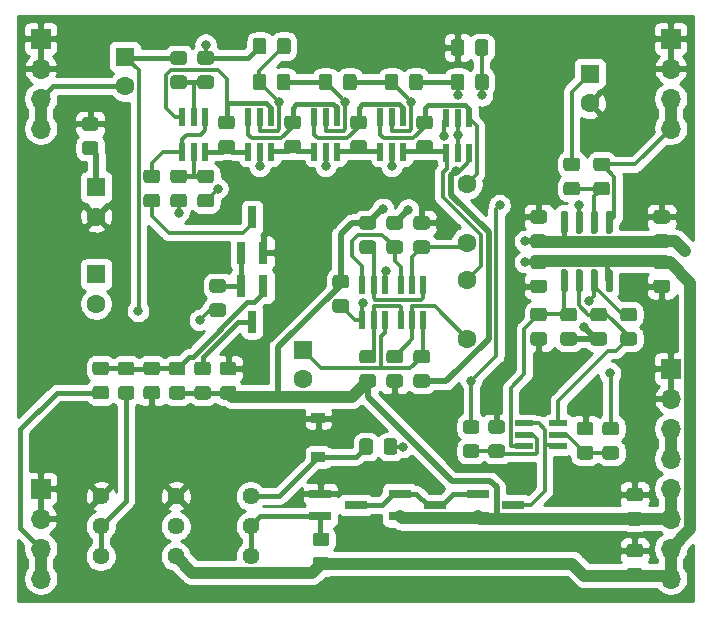
<source format=gbr>
G04 #@! TF.GenerationSoftware,KiCad,Pcbnew,5.1.6-c6e7f7d~87~ubuntu18.04.1*
G04 #@! TF.CreationDate,2020-08-02T08:38:56-04:00*
G04 #@! TF.ProjectId,minimoog_LPF,6d696e69-6d6f-46f6-975f-4c50462e6b69,0*
G04 #@! TF.SameCoordinates,Original*
G04 #@! TF.FileFunction,Copper,L1,Top*
G04 #@! TF.FilePolarity,Positive*
%FSLAX46Y46*%
G04 Gerber Fmt 4.6, Leading zero omitted, Abs format (unit mm)*
G04 Created by KiCad (PCBNEW 5.1.6-c6e7f7d~87~ubuntu18.04.1) date 2020-08-02 08:38:56*
%MOMM*%
%LPD*%
G01*
G04 APERTURE LIST*
G04 #@! TA.AperFunction,SMDPad,CuDef*
%ADD10R,0.800000X1.900000*%
G04 #@! TD*
G04 #@! TA.AperFunction,ComponentPad*
%ADD11C,1.440000*%
G04 #@! TD*
G04 #@! TA.AperFunction,SMDPad,CuDef*
%ADD12R,1.900000X0.800000*%
G04 #@! TD*
G04 #@! TA.AperFunction,SMDPad,CuDef*
%ADD13R,1.500000X0.550000*%
G04 #@! TD*
G04 #@! TA.AperFunction,SMDPad,CuDef*
%ADD14R,0.550000X1.500000*%
G04 #@! TD*
G04 #@! TA.AperFunction,SMDPad,CuDef*
%ADD15R,1.200000X0.900000*%
G04 #@! TD*
G04 #@! TA.AperFunction,ComponentPad*
%ADD16C,1.600000*%
G04 #@! TD*
G04 #@! TA.AperFunction,ComponentPad*
%ADD17R,1.600000X1.600000*%
G04 #@! TD*
G04 #@! TA.AperFunction,ComponentPad*
%ADD18O,1.700000X1.700000*%
G04 #@! TD*
G04 #@! TA.AperFunction,ComponentPad*
%ADD19R,1.700000X1.700000*%
G04 #@! TD*
G04 #@! TA.AperFunction,ViaPad*
%ADD20C,1.000000*%
G04 #@! TD*
G04 #@! TA.AperFunction,ViaPad*
%ADD21C,0.800000*%
G04 #@! TD*
G04 #@! TA.AperFunction,Conductor*
%ADD22C,0.350000*%
G04 #@! TD*
G04 #@! TA.AperFunction,Conductor*
%ADD23C,1.000000*%
G04 #@! TD*
G04 #@! TA.AperFunction,Conductor*
%ADD24C,0.400000*%
G04 #@! TD*
G04 #@! TA.AperFunction,Conductor*
%ADD25C,0.500000*%
G04 #@! TD*
G04 #@! TA.AperFunction,Conductor*
%ADD26C,0.254000*%
G04 #@! TD*
G04 APERTURE END LIST*
D10*
X147447000Y-93877000D03*
X148397000Y-96877000D03*
X146497000Y-96877000D03*
X147447000Y-102719000D03*
X146497000Y-99719000D03*
X148397000Y-99719000D03*
G04 #@! TA.AperFunction,SMDPad,CuDef*
G36*
G01*
X177523000Y-98274000D02*
X177823000Y-98274000D01*
G75*
G02*
X177973000Y-98424000I0J-150000D01*
G01*
X177973000Y-100074000D01*
G75*
G02*
X177823000Y-100224000I-150000J0D01*
G01*
X177523000Y-100224000D01*
G75*
G02*
X177373000Y-100074000I0J150000D01*
G01*
X177373000Y-98424000D01*
G75*
G02*
X177523000Y-98274000I150000J0D01*
G01*
G37*
G04 #@! TD.AperFunction*
G04 #@! TA.AperFunction,SMDPad,CuDef*
G36*
G01*
X176253000Y-98274000D02*
X176553000Y-98274000D01*
G75*
G02*
X176703000Y-98424000I0J-150000D01*
G01*
X176703000Y-100074000D01*
G75*
G02*
X176553000Y-100224000I-150000J0D01*
G01*
X176253000Y-100224000D01*
G75*
G02*
X176103000Y-100074000I0J150000D01*
G01*
X176103000Y-98424000D01*
G75*
G02*
X176253000Y-98274000I150000J0D01*
G01*
G37*
G04 #@! TD.AperFunction*
G04 #@! TA.AperFunction,SMDPad,CuDef*
G36*
G01*
X174983000Y-98274000D02*
X175283000Y-98274000D01*
G75*
G02*
X175433000Y-98424000I0J-150000D01*
G01*
X175433000Y-100074000D01*
G75*
G02*
X175283000Y-100224000I-150000J0D01*
G01*
X174983000Y-100224000D01*
G75*
G02*
X174833000Y-100074000I0J150000D01*
G01*
X174833000Y-98424000D01*
G75*
G02*
X174983000Y-98274000I150000J0D01*
G01*
G37*
G04 #@! TD.AperFunction*
G04 #@! TA.AperFunction,SMDPad,CuDef*
G36*
G01*
X173713000Y-98274000D02*
X174013000Y-98274000D01*
G75*
G02*
X174163000Y-98424000I0J-150000D01*
G01*
X174163000Y-100074000D01*
G75*
G02*
X174013000Y-100224000I-150000J0D01*
G01*
X173713000Y-100224000D01*
G75*
G02*
X173563000Y-100074000I0J150000D01*
G01*
X173563000Y-98424000D01*
G75*
G02*
X173713000Y-98274000I150000J0D01*
G01*
G37*
G04 #@! TD.AperFunction*
G04 #@! TA.AperFunction,SMDPad,CuDef*
G36*
G01*
X173713000Y-93324000D02*
X174013000Y-93324000D01*
G75*
G02*
X174163000Y-93474000I0J-150000D01*
G01*
X174163000Y-95124000D01*
G75*
G02*
X174013000Y-95274000I-150000J0D01*
G01*
X173713000Y-95274000D01*
G75*
G02*
X173563000Y-95124000I0J150000D01*
G01*
X173563000Y-93474000D01*
G75*
G02*
X173713000Y-93324000I150000J0D01*
G01*
G37*
G04 #@! TD.AperFunction*
G04 #@! TA.AperFunction,SMDPad,CuDef*
G36*
G01*
X174983000Y-93324000D02*
X175283000Y-93324000D01*
G75*
G02*
X175433000Y-93474000I0J-150000D01*
G01*
X175433000Y-95124000D01*
G75*
G02*
X175283000Y-95274000I-150000J0D01*
G01*
X174983000Y-95274000D01*
G75*
G02*
X174833000Y-95124000I0J150000D01*
G01*
X174833000Y-93474000D01*
G75*
G02*
X174983000Y-93324000I150000J0D01*
G01*
G37*
G04 #@! TD.AperFunction*
G04 #@! TA.AperFunction,SMDPad,CuDef*
G36*
G01*
X176253000Y-93324000D02*
X176553000Y-93324000D01*
G75*
G02*
X176703000Y-93474000I0J-150000D01*
G01*
X176703000Y-95124000D01*
G75*
G02*
X176553000Y-95274000I-150000J0D01*
G01*
X176253000Y-95274000D01*
G75*
G02*
X176103000Y-95124000I0J150000D01*
G01*
X176103000Y-93474000D01*
G75*
G02*
X176253000Y-93324000I150000J0D01*
G01*
G37*
G04 #@! TD.AperFunction*
G04 #@! TA.AperFunction,SMDPad,CuDef*
G36*
G01*
X177523000Y-93324000D02*
X177823000Y-93324000D01*
G75*
G02*
X177973000Y-93474000I0J-150000D01*
G01*
X177973000Y-95124000D01*
G75*
G02*
X177823000Y-95274000I-150000J0D01*
G01*
X177523000Y-95274000D01*
G75*
G02*
X177373000Y-95124000I0J150000D01*
G01*
X177373000Y-93474000D01*
G75*
G02*
X177523000Y-93324000I150000J0D01*
G01*
G37*
G04 #@! TD.AperFunction*
D11*
X147320000Y-122555000D03*
X147320000Y-120015000D03*
X147320000Y-117475000D03*
X140970000Y-122555000D03*
X140970000Y-120015000D03*
X140970000Y-117475000D03*
X134620000Y-122555000D03*
X134620000Y-120015000D03*
X134620000Y-117475000D03*
G04 #@! TA.AperFunction,SMDPad,CuDef*
G36*
G01*
X157674000Y-112833999D02*
X157674000Y-113734001D01*
G75*
G02*
X157424001Y-113984000I-249999J0D01*
G01*
X156773999Y-113984000D01*
G75*
G02*
X156524000Y-113734001I0J249999D01*
G01*
X156524000Y-112833999D01*
G75*
G02*
X156773999Y-112584000I249999J0D01*
G01*
X157424001Y-112584000D01*
G75*
G02*
X157674000Y-112833999I0J-249999D01*
G01*
G37*
G04 #@! TD.AperFunction*
G04 #@! TA.AperFunction,SMDPad,CuDef*
G36*
G01*
X159724000Y-112833999D02*
X159724000Y-113734001D01*
G75*
G02*
X159474001Y-113984000I-249999J0D01*
G01*
X158823999Y-113984000D01*
G75*
G02*
X158574000Y-113734001I0J249999D01*
G01*
X158574000Y-112833999D01*
G75*
G02*
X158823999Y-112584000I249999J0D01*
G01*
X159474001Y-112584000D01*
G75*
G02*
X159724000Y-112833999I0J-249999D01*
G01*
G37*
G04 #@! TD.AperFunction*
G04 #@! TA.AperFunction,SMDPad,CuDef*
G36*
G01*
X152838999Y-122615000D02*
X153739001Y-122615000D01*
G75*
G02*
X153989000Y-122864999I0J-249999D01*
G01*
X153989000Y-123515001D01*
G75*
G02*
X153739001Y-123765000I-249999J0D01*
G01*
X152838999Y-123765000D01*
G75*
G02*
X152589000Y-123515001I0J249999D01*
G01*
X152589000Y-122864999D01*
G75*
G02*
X152838999Y-122615000I249999J0D01*
G01*
G37*
G04 #@! TD.AperFunction*
G04 #@! TA.AperFunction,SMDPad,CuDef*
G36*
G01*
X152838999Y-120565000D02*
X153739001Y-120565000D01*
G75*
G02*
X153989000Y-120814999I0J-249999D01*
G01*
X153989000Y-121465001D01*
G75*
G02*
X153739001Y-121715000I-249999J0D01*
G01*
X152838999Y-121715000D01*
G75*
G02*
X152589000Y-121465001I0J249999D01*
G01*
X152589000Y-120814999D01*
G75*
G02*
X152838999Y-120565000I249999J0D01*
G01*
G37*
G04 #@! TD.AperFunction*
G04 #@! TA.AperFunction,SMDPad,CuDef*
G36*
G01*
X165538999Y-113090000D02*
X166439001Y-113090000D01*
G75*
G02*
X166689000Y-113339999I0J-249999D01*
G01*
X166689000Y-113990001D01*
G75*
G02*
X166439001Y-114240000I-249999J0D01*
G01*
X165538999Y-114240000D01*
G75*
G02*
X165289000Y-113990001I0J249999D01*
G01*
X165289000Y-113339999D01*
G75*
G02*
X165538999Y-113090000I249999J0D01*
G01*
G37*
G04 #@! TD.AperFunction*
G04 #@! TA.AperFunction,SMDPad,CuDef*
G36*
G01*
X165538999Y-111040000D02*
X166439001Y-111040000D01*
G75*
G02*
X166689000Y-111289999I0J-249999D01*
G01*
X166689000Y-111940001D01*
G75*
G02*
X166439001Y-112190000I-249999J0D01*
G01*
X165538999Y-112190000D01*
G75*
G02*
X165289000Y-111940001I0J249999D01*
G01*
X165289000Y-111289999D01*
G75*
G02*
X165538999Y-111040000I249999J0D01*
G01*
G37*
G04 #@! TD.AperFunction*
G04 #@! TA.AperFunction,SMDPad,CuDef*
G36*
G01*
X167697999Y-113090000D02*
X168598001Y-113090000D01*
G75*
G02*
X168848000Y-113339999I0J-249999D01*
G01*
X168848000Y-113990001D01*
G75*
G02*
X168598001Y-114240000I-249999J0D01*
G01*
X167697999Y-114240000D01*
G75*
G02*
X167448000Y-113990001I0J249999D01*
G01*
X167448000Y-113339999D01*
G75*
G02*
X167697999Y-113090000I249999J0D01*
G01*
G37*
G04 #@! TD.AperFunction*
G04 #@! TA.AperFunction,SMDPad,CuDef*
G36*
G01*
X167697999Y-111040000D02*
X168598001Y-111040000D01*
G75*
G02*
X168848000Y-111289999I0J-249999D01*
G01*
X168848000Y-111940001D01*
G75*
G02*
X168598001Y-112190000I-249999J0D01*
G01*
X167697999Y-112190000D01*
G75*
G02*
X167448000Y-111940001I0J249999D01*
G01*
X167448000Y-111289999D01*
G75*
G02*
X167697999Y-111040000I249999J0D01*
G01*
G37*
G04 #@! TD.AperFunction*
G04 #@! TA.AperFunction,SMDPad,CuDef*
G36*
G01*
X176333999Y-103583000D02*
X177234001Y-103583000D01*
G75*
G02*
X177484000Y-103832999I0J-249999D01*
G01*
X177484000Y-104483001D01*
G75*
G02*
X177234001Y-104733000I-249999J0D01*
G01*
X176333999Y-104733000D01*
G75*
G02*
X176084000Y-104483001I0J249999D01*
G01*
X176084000Y-103832999D01*
G75*
G02*
X176333999Y-103583000I249999J0D01*
G01*
G37*
G04 #@! TD.AperFunction*
G04 #@! TA.AperFunction,SMDPad,CuDef*
G36*
G01*
X176333999Y-101533000D02*
X177234001Y-101533000D01*
G75*
G02*
X177484000Y-101782999I0J-249999D01*
G01*
X177484000Y-102433001D01*
G75*
G02*
X177234001Y-102683000I-249999J0D01*
G01*
X176333999Y-102683000D01*
G75*
G02*
X176084000Y-102433001I0J249999D01*
G01*
X176084000Y-101782999D01*
G75*
G02*
X176333999Y-101533000I249999J0D01*
G01*
G37*
G04 #@! TD.AperFunction*
G04 #@! TA.AperFunction,SMDPad,CuDef*
G36*
G01*
X173793999Y-103583000D02*
X174694001Y-103583000D01*
G75*
G02*
X174944000Y-103832999I0J-249999D01*
G01*
X174944000Y-104483001D01*
G75*
G02*
X174694001Y-104733000I-249999J0D01*
G01*
X173793999Y-104733000D01*
G75*
G02*
X173544000Y-104483001I0J249999D01*
G01*
X173544000Y-103832999D01*
G75*
G02*
X173793999Y-103583000I249999J0D01*
G01*
G37*
G04 #@! TD.AperFunction*
G04 #@! TA.AperFunction,SMDPad,CuDef*
G36*
G01*
X173793999Y-101533000D02*
X174694001Y-101533000D01*
G75*
G02*
X174944000Y-101782999I0J-249999D01*
G01*
X174944000Y-102433001D01*
G75*
G02*
X174694001Y-102683000I-249999J0D01*
G01*
X173793999Y-102683000D01*
G75*
G02*
X173544000Y-102433001I0J249999D01*
G01*
X173544000Y-101782999D01*
G75*
G02*
X173793999Y-101533000I249999J0D01*
G01*
G37*
G04 #@! TD.AperFunction*
G04 #@! TA.AperFunction,SMDPad,CuDef*
G36*
G01*
X175190999Y-113235000D02*
X176091001Y-113235000D01*
G75*
G02*
X176341000Y-113484999I0J-249999D01*
G01*
X176341000Y-114135001D01*
G75*
G02*
X176091001Y-114385000I-249999J0D01*
G01*
X175190999Y-114385000D01*
G75*
G02*
X174941000Y-114135001I0J249999D01*
G01*
X174941000Y-113484999D01*
G75*
G02*
X175190999Y-113235000I249999J0D01*
G01*
G37*
G04 #@! TD.AperFunction*
G04 #@! TA.AperFunction,SMDPad,CuDef*
G36*
G01*
X175190999Y-111185000D02*
X176091001Y-111185000D01*
G75*
G02*
X176341000Y-111434999I0J-249999D01*
G01*
X176341000Y-112085001D01*
G75*
G02*
X176091001Y-112335000I-249999J0D01*
G01*
X175190999Y-112335000D01*
G75*
G02*
X174941000Y-112085001I0J249999D01*
G01*
X174941000Y-111434999D01*
G75*
G02*
X175190999Y-111185000I249999J0D01*
G01*
G37*
G04 #@! TD.AperFunction*
G04 #@! TA.AperFunction,SMDPad,CuDef*
G36*
G01*
X178250001Y-112335000D02*
X177349999Y-112335000D01*
G75*
G02*
X177100000Y-112085001I0J249999D01*
G01*
X177100000Y-111434999D01*
G75*
G02*
X177349999Y-111185000I249999J0D01*
G01*
X178250001Y-111185000D01*
G75*
G02*
X178500000Y-111434999I0J-249999D01*
G01*
X178500000Y-112085001D01*
G75*
G02*
X178250001Y-112335000I-249999J0D01*
G01*
G37*
G04 #@! TD.AperFunction*
G04 #@! TA.AperFunction,SMDPad,CuDef*
G36*
G01*
X178250001Y-114385000D02*
X177349999Y-114385000D01*
G75*
G02*
X177100000Y-114135001I0J249999D01*
G01*
X177100000Y-113484999D01*
G75*
G02*
X177349999Y-113235000I249999J0D01*
G01*
X178250001Y-113235000D01*
G75*
G02*
X178500000Y-113484999I0J-249999D01*
G01*
X178500000Y-114135001D01*
G75*
G02*
X178250001Y-114385000I-249999J0D01*
G01*
G37*
G04 #@! TD.AperFunction*
G04 #@! TA.AperFunction,SMDPad,CuDef*
G36*
G01*
X172154001Y-102674000D02*
X171253999Y-102674000D01*
G75*
G02*
X171004000Y-102424001I0J249999D01*
G01*
X171004000Y-101773999D01*
G75*
G02*
X171253999Y-101524000I249999J0D01*
G01*
X172154001Y-101524000D01*
G75*
G02*
X172404000Y-101773999I0J-249999D01*
G01*
X172404000Y-102424001D01*
G75*
G02*
X172154001Y-102674000I-249999J0D01*
G01*
G37*
G04 #@! TD.AperFunction*
G04 #@! TA.AperFunction,SMDPad,CuDef*
G36*
G01*
X172154001Y-104724000D02*
X171253999Y-104724000D01*
G75*
G02*
X171004000Y-104474001I0J249999D01*
G01*
X171004000Y-103823999D01*
G75*
G02*
X171253999Y-103574000I249999J0D01*
G01*
X172154001Y-103574000D01*
G75*
G02*
X172404000Y-103823999I0J-249999D01*
G01*
X172404000Y-104474001D01*
G75*
G02*
X172154001Y-104724000I-249999J0D01*
G01*
G37*
G04 #@! TD.AperFunction*
G04 #@! TA.AperFunction,SMDPad,CuDef*
G36*
G01*
X179774001Y-102683000D02*
X178873999Y-102683000D01*
G75*
G02*
X178624000Y-102433001I0J249999D01*
G01*
X178624000Y-101782999D01*
G75*
G02*
X178873999Y-101533000I249999J0D01*
G01*
X179774001Y-101533000D01*
G75*
G02*
X180024000Y-101782999I0J-249999D01*
G01*
X180024000Y-102433001D01*
G75*
G02*
X179774001Y-102683000I-249999J0D01*
G01*
G37*
G04 #@! TD.AperFunction*
G04 #@! TA.AperFunction,SMDPad,CuDef*
G36*
G01*
X179774001Y-104733000D02*
X178873999Y-104733000D01*
G75*
G02*
X178624000Y-104483001I0J249999D01*
G01*
X178624000Y-103832999D01*
G75*
G02*
X178873999Y-103583000I249999J0D01*
G01*
X179774001Y-103583000D01*
G75*
G02*
X180024000Y-103832999I0J-249999D01*
G01*
X180024000Y-104483001D01*
G75*
G02*
X179774001Y-104733000I-249999J0D01*
G01*
G37*
G04 #@! TD.AperFunction*
G04 #@! TA.AperFunction,SMDPad,CuDef*
G36*
G01*
X159061999Y-107139000D02*
X159962001Y-107139000D01*
G75*
G02*
X160212000Y-107388999I0J-249999D01*
G01*
X160212000Y-108039001D01*
G75*
G02*
X159962001Y-108289000I-249999J0D01*
G01*
X159061999Y-108289000D01*
G75*
G02*
X158812000Y-108039001I0J249999D01*
G01*
X158812000Y-107388999D01*
G75*
G02*
X159061999Y-107139000I249999J0D01*
G01*
G37*
G04 #@! TD.AperFunction*
G04 #@! TA.AperFunction,SMDPad,CuDef*
G36*
G01*
X159061999Y-105089000D02*
X159962001Y-105089000D01*
G75*
G02*
X160212000Y-105338999I0J-249999D01*
G01*
X160212000Y-105989001D01*
G75*
G02*
X159962001Y-106239000I-249999J0D01*
G01*
X159061999Y-106239000D01*
G75*
G02*
X158812000Y-105989001I0J249999D01*
G01*
X158812000Y-105338999D01*
G75*
G02*
X159061999Y-105089000I249999J0D01*
G01*
G37*
G04 #@! TD.AperFunction*
G04 #@! TA.AperFunction,SMDPad,CuDef*
G36*
G01*
X156775999Y-107139000D02*
X157676001Y-107139000D01*
G75*
G02*
X157926000Y-107388999I0J-249999D01*
G01*
X157926000Y-108039001D01*
G75*
G02*
X157676001Y-108289000I-249999J0D01*
G01*
X156775999Y-108289000D01*
G75*
G02*
X156526000Y-108039001I0J249999D01*
G01*
X156526000Y-107388999D01*
G75*
G02*
X156775999Y-107139000I249999J0D01*
G01*
G37*
G04 #@! TD.AperFunction*
G04 #@! TA.AperFunction,SMDPad,CuDef*
G36*
G01*
X156775999Y-105089000D02*
X157676001Y-105089000D01*
G75*
G02*
X157926000Y-105338999I0J-249999D01*
G01*
X157926000Y-105989001D01*
G75*
G02*
X157676001Y-106239000I-249999J0D01*
G01*
X156775999Y-106239000D01*
G75*
G02*
X156526000Y-105989001I0J249999D01*
G01*
X156526000Y-105338999D01*
G75*
G02*
X156775999Y-105089000I249999J0D01*
G01*
G37*
G04 #@! TD.AperFunction*
G04 #@! TA.AperFunction,SMDPad,CuDef*
G36*
G01*
X159061999Y-95818000D02*
X159962001Y-95818000D01*
G75*
G02*
X160212000Y-96067999I0J-249999D01*
G01*
X160212000Y-96718001D01*
G75*
G02*
X159962001Y-96968000I-249999J0D01*
G01*
X159061999Y-96968000D01*
G75*
G02*
X158812000Y-96718001I0J249999D01*
G01*
X158812000Y-96067999D01*
G75*
G02*
X159061999Y-95818000I249999J0D01*
G01*
G37*
G04 #@! TD.AperFunction*
G04 #@! TA.AperFunction,SMDPad,CuDef*
G36*
G01*
X159061999Y-93768000D02*
X159962001Y-93768000D01*
G75*
G02*
X160212000Y-94017999I0J-249999D01*
G01*
X160212000Y-94668001D01*
G75*
G02*
X159962001Y-94918000I-249999J0D01*
G01*
X159061999Y-94918000D01*
G75*
G02*
X158812000Y-94668001I0J249999D01*
G01*
X158812000Y-94017999D01*
G75*
G02*
X159061999Y-93768000I249999J0D01*
G01*
G37*
G04 #@! TD.AperFunction*
G04 #@! TA.AperFunction,SMDPad,CuDef*
G36*
G01*
X155390001Y-99889000D02*
X154489999Y-99889000D01*
G75*
G02*
X154240000Y-99639001I0J249999D01*
G01*
X154240000Y-98988999D01*
G75*
G02*
X154489999Y-98739000I249999J0D01*
G01*
X155390001Y-98739000D01*
G75*
G02*
X155640000Y-98988999I0J-249999D01*
G01*
X155640000Y-99639001D01*
G75*
G02*
X155390001Y-99889000I-249999J0D01*
G01*
G37*
G04 #@! TD.AperFunction*
G04 #@! TA.AperFunction,SMDPad,CuDef*
G36*
G01*
X155390001Y-101939000D02*
X154489999Y-101939000D01*
G75*
G02*
X154240000Y-101689001I0J249999D01*
G01*
X154240000Y-101038999D01*
G75*
G02*
X154489999Y-100789000I249999J0D01*
G01*
X155390001Y-100789000D01*
G75*
G02*
X155640000Y-101038999I0J-249999D01*
G01*
X155640000Y-101689001D01*
G75*
G02*
X155390001Y-101939000I-249999J0D01*
G01*
G37*
G04 #@! TD.AperFunction*
G04 #@! TA.AperFunction,SMDPad,CuDef*
G36*
G01*
X162248001Y-106239000D02*
X161347999Y-106239000D01*
G75*
G02*
X161098000Y-105989001I0J249999D01*
G01*
X161098000Y-105338999D01*
G75*
G02*
X161347999Y-105089000I249999J0D01*
G01*
X162248001Y-105089000D01*
G75*
G02*
X162498000Y-105338999I0J-249999D01*
G01*
X162498000Y-105989001D01*
G75*
G02*
X162248001Y-106239000I-249999J0D01*
G01*
G37*
G04 #@! TD.AperFunction*
G04 #@! TA.AperFunction,SMDPad,CuDef*
G36*
G01*
X162248001Y-108289000D02*
X161347999Y-108289000D01*
G75*
G02*
X161098000Y-108039001I0J249999D01*
G01*
X161098000Y-107388999D01*
G75*
G02*
X161347999Y-107139000I249999J0D01*
G01*
X162248001Y-107139000D01*
G75*
G02*
X162498000Y-107388999I0J-249999D01*
G01*
X162498000Y-108039001D01*
G75*
G02*
X162248001Y-108289000I-249999J0D01*
G01*
G37*
G04 #@! TD.AperFunction*
G04 #@! TA.AperFunction,SMDPad,CuDef*
G36*
G01*
X157676001Y-94918000D02*
X156775999Y-94918000D01*
G75*
G02*
X156526000Y-94668001I0J249999D01*
G01*
X156526000Y-94017999D01*
G75*
G02*
X156775999Y-93768000I249999J0D01*
G01*
X157676001Y-93768000D01*
G75*
G02*
X157926000Y-94017999I0J-249999D01*
G01*
X157926000Y-94668001D01*
G75*
G02*
X157676001Y-94918000I-249999J0D01*
G01*
G37*
G04 #@! TD.AperFunction*
G04 #@! TA.AperFunction,SMDPad,CuDef*
G36*
G01*
X157676001Y-96968000D02*
X156775999Y-96968000D01*
G75*
G02*
X156526000Y-96718001I0J249999D01*
G01*
X156526000Y-96067999D01*
G75*
G02*
X156775999Y-95818000I249999J0D01*
G01*
X157676001Y-95818000D01*
G75*
G02*
X157926000Y-96067999I0J-249999D01*
G01*
X157926000Y-96718001D01*
G75*
G02*
X157676001Y-96968000I-249999J0D01*
G01*
G37*
G04 #@! TD.AperFunction*
G04 #@! TA.AperFunction,SMDPad,CuDef*
G36*
G01*
X162248001Y-94918000D02*
X161347999Y-94918000D01*
G75*
G02*
X161098000Y-94668001I0J249999D01*
G01*
X161098000Y-94017999D01*
G75*
G02*
X161347999Y-93768000I249999J0D01*
G01*
X162248001Y-93768000D01*
G75*
G02*
X162498000Y-94017999I0J-249999D01*
G01*
X162498000Y-94668001D01*
G75*
G02*
X162248001Y-94918000I-249999J0D01*
G01*
G37*
G04 #@! TD.AperFunction*
G04 #@! TA.AperFunction,SMDPad,CuDef*
G36*
G01*
X162248001Y-96968000D02*
X161347999Y-96968000D01*
G75*
G02*
X161098000Y-96718001I0J249999D01*
G01*
X161098000Y-96067999D01*
G75*
G02*
X161347999Y-95818000I249999J0D01*
G01*
X162248001Y-95818000D01*
G75*
G02*
X162498000Y-96067999I0J-249999D01*
G01*
X162498000Y-96718001D01*
G75*
G02*
X162248001Y-96968000I-249999J0D01*
G01*
G37*
G04 #@! TD.AperFunction*
G04 #@! TA.AperFunction,SMDPad,CuDef*
G36*
G01*
X141674001Y-90981000D02*
X140773999Y-90981000D01*
G75*
G02*
X140524000Y-90731001I0J249999D01*
G01*
X140524000Y-90080999D01*
G75*
G02*
X140773999Y-89831000I249999J0D01*
G01*
X141674001Y-89831000D01*
G75*
G02*
X141924000Y-90080999I0J-249999D01*
G01*
X141924000Y-90731001D01*
G75*
G02*
X141674001Y-90981000I-249999J0D01*
G01*
G37*
G04 #@! TD.AperFunction*
G04 #@! TA.AperFunction,SMDPad,CuDef*
G36*
G01*
X141674001Y-93031000D02*
X140773999Y-93031000D01*
G75*
G02*
X140524000Y-92781001I0J249999D01*
G01*
X140524000Y-92130999D01*
G75*
G02*
X140773999Y-91881000I249999J0D01*
G01*
X141674001Y-91881000D01*
G75*
G02*
X141924000Y-92130999I0J-249999D01*
G01*
X141924000Y-92781001D01*
G75*
G02*
X141674001Y-93031000I-249999J0D01*
G01*
G37*
G04 #@! TD.AperFunction*
G04 #@! TA.AperFunction,SMDPad,CuDef*
G36*
G01*
X143960001Y-90981000D02*
X143059999Y-90981000D01*
G75*
G02*
X142810000Y-90731001I0J249999D01*
G01*
X142810000Y-90080999D01*
G75*
G02*
X143059999Y-89831000I249999J0D01*
G01*
X143960001Y-89831000D01*
G75*
G02*
X144210000Y-90080999I0J-249999D01*
G01*
X144210000Y-90731001D01*
G75*
G02*
X143960001Y-90981000I-249999J0D01*
G01*
G37*
G04 #@! TD.AperFunction*
G04 #@! TA.AperFunction,SMDPad,CuDef*
G36*
G01*
X143960001Y-93031000D02*
X143059999Y-93031000D01*
G75*
G02*
X142810000Y-92781001I0J249999D01*
G01*
X142810000Y-92130999D01*
G75*
G02*
X143059999Y-91881000I249999J0D01*
G01*
X143960001Y-91881000D01*
G75*
G02*
X144210000Y-92130999I0J-249999D01*
G01*
X144210000Y-92781001D01*
G75*
G02*
X143960001Y-93031000I-249999J0D01*
G01*
G37*
G04 #@! TD.AperFunction*
G04 #@! TA.AperFunction,SMDPad,CuDef*
G36*
G01*
X138487999Y-91881000D02*
X139388001Y-91881000D01*
G75*
G02*
X139638000Y-92130999I0J-249999D01*
G01*
X139638000Y-92781001D01*
G75*
G02*
X139388001Y-93031000I-249999J0D01*
G01*
X138487999Y-93031000D01*
G75*
G02*
X138238000Y-92781001I0J249999D01*
G01*
X138238000Y-92130999D01*
G75*
G02*
X138487999Y-91881000I249999J0D01*
G01*
G37*
G04 #@! TD.AperFunction*
G04 #@! TA.AperFunction,SMDPad,CuDef*
G36*
G01*
X138487999Y-89831000D02*
X139388001Y-89831000D01*
G75*
G02*
X139638000Y-90080999I0J-249999D01*
G01*
X139638000Y-90731001D01*
G75*
G02*
X139388001Y-90981000I-249999J0D01*
G01*
X138487999Y-90981000D01*
G75*
G02*
X138238000Y-90731001I0J249999D01*
G01*
X138238000Y-90080999D01*
G75*
G02*
X138487999Y-89831000I249999J0D01*
G01*
G37*
G04 #@! TD.AperFunction*
G04 #@! TA.AperFunction,SMDPad,CuDef*
G36*
G01*
X134181001Y-86536000D02*
X133280999Y-86536000D01*
G75*
G02*
X133031000Y-86286001I0J249999D01*
G01*
X133031000Y-85635999D01*
G75*
G02*
X133280999Y-85386000I249999J0D01*
G01*
X134181001Y-85386000D01*
G75*
G02*
X134431000Y-85635999I0J-249999D01*
G01*
X134431000Y-86286001D01*
G75*
G02*
X134181001Y-86536000I-249999J0D01*
G01*
G37*
G04 #@! TD.AperFunction*
G04 #@! TA.AperFunction,SMDPad,CuDef*
G36*
G01*
X134181001Y-88586000D02*
X133280999Y-88586000D01*
G75*
G02*
X133031000Y-88336001I0J249999D01*
G01*
X133031000Y-87685999D01*
G75*
G02*
X133280999Y-87436000I249999J0D01*
G01*
X134181001Y-87436000D01*
G75*
G02*
X134431000Y-87685999I0J-249999D01*
G01*
X134431000Y-88336001D01*
G75*
G02*
X134181001Y-88586000I-249999J0D01*
G01*
G37*
G04 #@! TD.AperFunction*
G04 #@! TA.AperFunction,SMDPad,CuDef*
G36*
G01*
X150707000Y-78924999D02*
X150707000Y-79825001D01*
G75*
G02*
X150457001Y-80075000I-249999J0D01*
G01*
X149806999Y-80075000D01*
G75*
G02*
X149557000Y-79825001I0J249999D01*
G01*
X149557000Y-78924999D01*
G75*
G02*
X149806999Y-78675000I249999J0D01*
G01*
X150457001Y-78675000D01*
G75*
G02*
X150707000Y-78924999I0J-249999D01*
G01*
G37*
G04 #@! TD.AperFunction*
G04 #@! TA.AperFunction,SMDPad,CuDef*
G36*
G01*
X148657000Y-78924999D02*
X148657000Y-79825001D01*
G75*
G02*
X148407001Y-80075000I-249999J0D01*
G01*
X147756999Y-80075000D01*
G75*
G02*
X147507000Y-79825001I0J249999D01*
G01*
X147507000Y-78924999D01*
G75*
G02*
X147756999Y-78675000I249999J0D01*
G01*
X148407001Y-78675000D01*
G75*
G02*
X148657000Y-78924999I0J-249999D01*
G01*
G37*
G04 #@! TD.AperFunction*
G04 #@! TA.AperFunction,SMDPad,CuDef*
G36*
G01*
X150689000Y-81972999D02*
X150689000Y-82873001D01*
G75*
G02*
X150439001Y-83123000I-249999J0D01*
G01*
X149788999Y-83123000D01*
G75*
G02*
X149539000Y-82873001I0J249999D01*
G01*
X149539000Y-81972999D01*
G75*
G02*
X149788999Y-81723000I249999J0D01*
G01*
X150439001Y-81723000D01*
G75*
G02*
X150689000Y-81972999I0J-249999D01*
G01*
G37*
G04 #@! TD.AperFunction*
G04 #@! TA.AperFunction,SMDPad,CuDef*
G36*
G01*
X148639000Y-81972999D02*
X148639000Y-82873001D01*
G75*
G02*
X148389001Y-83123000I-249999J0D01*
G01*
X147738999Y-83123000D01*
G75*
G02*
X147489000Y-82873001I0J249999D01*
G01*
X147489000Y-81972999D01*
G75*
G02*
X147738999Y-81723000I249999J0D01*
G01*
X148389001Y-81723000D01*
G75*
G02*
X148639000Y-81972999I0J-249999D01*
G01*
G37*
G04 #@! TD.AperFunction*
G04 #@! TA.AperFunction,SMDPad,CuDef*
G36*
G01*
X156286000Y-81972999D02*
X156286000Y-82873001D01*
G75*
G02*
X156036001Y-83123000I-249999J0D01*
G01*
X155385999Y-83123000D01*
G75*
G02*
X155136000Y-82873001I0J249999D01*
G01*
X155136000Y-81972999D01*
G75*
G02*
X155385999Y-81723000I249999J0D01*
G01*
X156036001Y-81723000D01*
G75*
G02*
X156286000Y-81972999I0J-249999D01*
G01*
G37*
G04 #@! TD.AperFunction*
G04 #@! TA.AperFunction,SMDPad,CuDef*
G36*
G01*
X154236000Y-81972999D02*
X154236000Y-82873001D01*
G75*
G02*
X153986001Y-83123000I-249999J0D01*
G01*
X153335999Y-83123000D01*
G75*
G02*
X153086000Y-82873001I0J249999D01*
G01*
X153086000Y-81972999D01*
G75*
G02*
X153335999Y-81723000I249999J0D01*
G01*
X153986001Y-81723000D01*
G75*
G02*
X154236000Y-81972999I0J-249999D01*
G01*
G37*
G04 #@! TD.AperFunction*
G04 #@! TA.AperFunction,SMDPad,CuDef*
G36*
G01*
X161883000Y-81972999D02*
X161883000Y-82873001D01*
G75*
G02*
X161633001Y-83123000I-249999J0D01*
G01*
X160982999Y-83123000D01*
G75*
G02*
X160733000Y-82873001I0J249999D01*
G01*
X160733000Y-81972999D01*
G75*
G02*
X160982999Y-81723000I249999J0D01*
G01*
X161633001Y-81723000D01*
G75*
G02*
X161883000Y-81972999I0J-249999D01*
G01*
G37*
G04 #@! TD.AperFunction*
G04 #@! TA.AperFunction,SMDPad,CuDef*
G36*
G01*
X159833000Y-81972999D02*
X159833000Y-82873001D01*
G75*
G02*
X159583001Y-83123000I-249999J0D01*
G01*
X158932999Y-83123000D01*
G75*
G02*
X158683000Y-82873001I0J249999D01*
G01*
X158683000Y-81972999D01*
G75*
G02*
X158932999Y-81723000I249999J0D01*
G01*
X159583001Y-81723000D01*
G75*
G02*
X159833000Y-81972999I0J-249999D01*
G01*
G37*
G04 #@! TD.AperFunction*
G04 #@! TA.AperFunction,SMDPad,CuDef*
G36*
G01*
X167471000Y-81972999D02*
X167471000Y-82873001D01*
G75*
G02*
X167221001Y-83123000I-249999J0D01*
G01*
X166570999Y-83123000D01*
G75*
G02*
X166321000Y-82873001I0J249999D01*
G01*
X166321000Y-81972999D01*
G75*
G02*
X166570999Y-81723000I249999J0D01*
G01*
X167221001Y-81723000D01*
G75*
G02*
X167471000Y-81972999I0J-249999D01*
G01*
G37*
G04 #@! TD.AperFunction*
G04 #@! TA.AperFunction,SMDPad,CuDef*
G36*
G01*
X165421000Y-81972999D02*
X165421000Y-82873001D01*
G75*
G02*
X165171001Y-83123000I-249999J0D01*
G01*
X164520999Y-83123000D01*
G75*
G02*
X164271000Y-82873001I0J249999D01*
G01*
X164271000Y-81972999D01*
G75*
G02*
X164520999Y-81723000I249999J0D01*
G01*
X165171001Y-81723000D01*
G75*
G02*
X165421000Y-81972999I0J-249999D01*
G01*
G37*
G04 #@! TD.AperFunction*
G04 #@! TA.AperFunction,SMDPad,CuDef*
G36*
G01*
X143059999Y-79798000D02*
X143960001Y-79798000D01*
G75*
G02*
X144210000Y-80047999I0J-249999D01*
G01*
X144210000Y-80698001D01*
G75*
G02*
X143960001Y-80948000I-249999J0D01*
G01*
X143059999Y-80948000D01*
G75*
G02*
X142810000Y-80698001I0J249999D01*
G01*
X142810000Y-80047999D01*
G75*
G02*
X143059999Y-79798000I249999J0D01*
G01*
G37*
G04 #@! TD.AperFunction*
G04 #@! TA.AperFunction,SMDPad,CuDef*
G36*
G01*
X143059999Y-81848000D02*
X143960001Y-81848000D01*
G75*
G02*
X144210000Y-82097999I0J-249999D01*
G01*
X144210000Y-82748001D01*
G75*
G02*
X143960001Y-82998000I-249999J0D01*
G01*
X143059999Y-82998000D01*
G75*
G02*
X142810000Y-82748001I0J249999D01*
G01*
X142810000Y-82097999D01*
G75*
G02*
X143059999Y-81848000I249999J0D01*
G01*
G37*
G04 #@! TD.AperFunction*
G04 #@! TA.AperFunction,SMDPad,CuDef*
G36*
G01*
X144075999Y-101152000D02*
X144976001Y-101152000D01*
G75*
G02*
X145226000Y-101401999I0J-249999D01*
G01*
X145226000Y-102052001D01*
G75*
G02*
X144976001Y-102302000I-249999J0D01*
G01*
X144075999Y-102302000D01*
G75*
G02*
X143826000Y-102052001I0J249999D01*
G01*
X143826000Y-101401999D01*
G75*
G02*
X144075999Y-101152000I249999J0D01*
G01*
G37*
G04 #@! TD.AperFunction*
G04 #@! TA.AperFunction,SMDPad,CuDef*
G36*
G01*
X144075999Y-99102000D02*
X144976001Y-99102000D01*
G75*
G02*
X145226000Y-99351999I0J-249999D01*
G01*
X145226000Y-100002001D01*
G75*
G02*
X144976001Y-100252000I-249999J0D01*
G01*
X144075999Y-100252000D01*
G75*
G02*
X143826000Y-100002001I0J249999D01*
G01*
X143826000Y-99351999D01*
G75*
G02*
X144075999Y-99102000I249999J0D01*
G01*
G37*
G04 #@! TD.AperFunction*
G04 #@! TA.AperFunction,SMDPad,CuDef*
G36*
G01*
X142805999Y-108146000D02*
X143706001Y-108146000D01*
G75*
G02*
X143956000Y-108395999I0J-249999D01*
G01*
X143956000Y-109046001D01*
G75*
G02*
X143706001Y-109296000I-249999J0D01*
G01*
X142805999Y-109296000D01*
G75*
G02*
X142556000Y-109046001I0J249999D01*
G01*
X142556000Y-108395999D01*
G75*
G02*
X142805999Y-108146000I249999J0D01*
G01*
G37*
G04 #@! TD.AperFunction*
G04 #@! TA.AperFunction,SMDPad,CuDef*
G36*
G01*
X142805999Y-106096000D02*
X143706001Y-106096000D01*
G75*
G02*
X143956000Y-106345999I0J-249999D01*
G01*
X143956000Y-106996001D01*
G75*
G02*
X143706001Y-107246000I-249999J0D01*
G01*
X142805999Y-107246000D01*
G75*
G02*
X142556000Y-106996001I0J249999D01*
G01*
X142556000Y-106345999D01*
G75*
G02*
X142805999Y-106096000I249999J0D01*
G01*
G37*
G04 #@! TD.AperFunction*
G04 #@! TA.AperFunction,SMDPad,CuDef*
G36*
G01*
X140646999Y-108155000D02*
X141547001Y-108155000D01*
G75*
G02*
X141797000Y-108404999I0J-249999D01*
G01*
X141797000Y-109055001D01*
G75*
G02*
X141547001Y-109305000I-249999J0D01*
G01*
X140646999Y-109305000D01*
G75*
G02*
X140397000Y-109055001I0J249999D01*
G01*
X140397000Y-108404999D01*
G75*
G02*
X140646999Y-108155000I249999J0D01*
G01*
G37*
G04 #@! TD.AperFunction*
G04 #@! TA.AperFunction,SMDPad,CuDef*
G36*
G01*
X140646999Y-106105000D02*
X141547001Y-106105000D01*
G75*
G02*
X141797000Y-106354999I0J-249999D01*
G01*
X141797000Y-107005001D01*
G75*
G02*
X141547001Y-107255000I-249999J0D01*
G01*
X140646999Y-107255000D01*
G75*
G02*
X140397000Y-107005001I0J249999D01*
G01*
X140397000Y-106354999D01*
G75*
G02*
X140646999Y-106105000I249999J0D01*
G01*
G37*
G04 #@! TD.AperFunction*
G04 #@! TA.AperFunction,SMDPad,CuDef*
G36*
G01*
X141674001Y-83007000D02*
X140773999Y-83007000D01*
G75*
G02*
X140524000Y-82757001I0J249999D01*
G01*
X140524000Y-82106999D01*
G75*
G02*
X140773999Y-81857000I249999J0D01*
G01*
X141674001Y-81857000D01*
G75*
G02*
X141924000Y-82106999I0J-249999D01*
G01*
X141924000Y-82757001D01*
G75*
G02*
X141674001Y-83007000I-249999J0D01*
G01*
G37*
G04 #@! TD.AperFunction*
G04 #@! TA.AperFunction,SMDPad,CuDef*
G36*
G01*
X141674001Y-80957000D02*
X140773999Y-80957000D01*
G75*
G02*
X140524000Y-80707001I0J249999D01*
G01*
X140524000Y-80056999D01*
G75*
G02*
X140773999Y-79807000I249999J0D01*
G01*
X141674001Y-79807000D01*
G75*
G02*
X141924000Y-80056999I0J-249999D01*
G01*
X141924000Y-80707001D01*
G75*
G02*
X141674001Y-80957000I-249999J0D01*
G01*
G37*
G04 #@! TD.AperFunction*
G04 #@! TA.AperFunction,SMDPad,CuDef*
G36*
G01*
X136328999Y-108155000D02*
X137229001Y-108155000D01*
G75*
G02*
X137479000Y-108404999I0J-249999D01*
G01*
X137479000Y-109055001D01*
G75*
G02*
X137229001Y-109305000I-249999J0D01*
G01*
X136328999Y-109305000D01*
G75*
G02*
X136079000Y-109055001I0J249999D01*
G01*
X136079000Y-108404999D01*
G75*
G02*
X136328999Y-108155000I249999J0D01*
G01*
G37*
G04 #@! TD.AperFunction*
G04 #@! TA.AperFunction,SMDPad,CuDef*
G36*
G01*
X136328999Y-106105000D02*
X137229001Y-106105000D01*
G75*
G02*
X137479000Y-106354999I0J-249999D01*
G01*
X137479000Y-107005001D01*
G75*
G02*
X137229001Y-107255000I-249999J0D01*
G01*
X136328999Y-107255000D01*
G75*
G02*
X136079000Y-107005001I0J249999D01*
G01*
X136079000Y-106354999D01*
G75*
G02*
X136328999Y-106105000I249999J0D01*
G01*
G37*
G04 #@! TD.AperFunction*
G04 #@! TA.AperFunction,SMDPad,CuDef*
G36*
G01*
X134169999Y-108137000D02*
X135070001Y-108137000D01*
G75*
G02*
X135320000Y-108386999I0J-249999D01*
G01*
X135320000Y-109037001D01*
G75*
G02*
X135070001Y-109287000I-249999J0D01*
G01*
X134169999Y-109287000D01*
G75*
G02*
X133920000Y-109037001I0J249999D01*
G01*
X133920000Y-108386999D01*
G75*
G02*
X134169999Y-108137000I249999J0D01*
G01*
G37*
G04 #@! TD.AperFunction*
G04 #@! TA.AperFunction,SMDPad,CuDef*
G36*
G01*
X134169999Y-106087000D02*
X135070001Y-106087000D01*
G75*
G02*
X135320000Y-106336999I0J-249999D01*
G01*
X135320000Y-106987001D01*
G75*
G02*
X135070001Y-107237000I-249999J0D01*
G01*
X134169999Y-107237000D01*
G75*
G02*
X133920000Y-106987001I0J249999D01*
G01*
X133920000Y-106336999D01*
G75*
G02*
X134169999Y-106087000I249999J0D01*
G01*
G37*
G04 #@! TD.AperFunction*
G04 #@! TA.AperFunction,SMDPad,CuDef*
G36*
G01*
X176587999Y-90865000D02*
X177488001Y-90865000D01*
G75*
G02*
X177738000Y-91114999I0J-249999D01*
G01*
X177738000Y-91765001D01*
G75*
G02*
X177488001Y-92015000I-249999J0D01*
G01*
X176587999Y-92015000D01*
G75*
G02*
X176338000Y-91765001I0J249999D01*
G01*
X176338000Y-91114999D01*
G75*
G02*
X176587999Y-90865000I249999J0D01*
G01*
G37*
G04 #@! TD.AperFunction*
G04 #@! TA.AperFunction,SMDPad,CuDef*
G36*
G01*
X176587999Y-88815000D02*
X177488001Y-88815000D01*
G75*
G02*
X177738000Y-89064999I0J-249999D01*
G01*
X177738000Y-89715001D01*
G75*
G02*
X177488001Y-89965000I-249999J0D01*
G01*
X176587999Y-89965000D01*
G75*
G02*
X176338000Y-89715001I0J249999D01*
G01*
X176338000Y-89064999D01*
G75*
G02*
X176587999Y-88815000I249999J0D01*
G01*
G37*
G04 #@! TD.AperFunction*
G04 #@! TA.AperFunction,SMDPad,CuDef*
G36*
G01*
X174047999Y-90865000D02*
X174948001Y-90865000D01*
G75*
G02*
X175198000Y-91114999I0J-249999D01*
G01*
X175198000Y-91765001D01*
G75*
G02*
X174948001Y-92015000I-249999J0D01*
G01*
X174047999Y-92015000D01*
G75*
G02*
X173798000Y-91765001I0J249999D01*
G01*
X173798000Y-91114999D01*
G75*
G02*
X174047999Y-90865000I249999J0D01*
G01*
G37*
G04 #@! TD.AperFunction*
G04 #@! TA.AperFunction,SMDPad,CuDef*
G36*
G01*
X174047999Y-88815000D02*
X174948001Y-88815000D01*
G75*
G02*
X175198000Y-89064999I0J-249999D01*
G01*
X175198000Y-89715001D01*
G75*
G02*
X174948001Y-89965000I-249999J0D01*
G01*
X174047999Y-89965000D01*
G75*
G02*
X173798000Y-89715001I0J249999D01*
G01*
X173798000Y-89064999D01*
G75*
G02*
X174047999Y-88815000I249999J0D01*
G01*
G37*
G04 #@! TD.AperFunction*
D12*
X156210000Y-118237000D03*
X153210000Y-119187000D03*
X153210000Y-117287000D03*
X162941000Y-118237000D03*
X159941000Y-119187000D03*
X159941000Y-117287000D03*
X169545000Y-118237000D03*
X166545000Y-119187000D03*
X166545000Y-117287000D03*
D13*
X170455000Y-113218000D03*
X170455000Y-112268000D03*
X170455000Y-111318000D03*
X173355000Y-111318000D03*
X173355000Y-112268000D03*
X173355000Y-113218000D03*
D14*
X158684000Y-102542000D03*
X157734000Y-102542000D03*
X156784000Y-102542000D03*
X156784000Y-99642000D03*
X157734000Y-99642000D03*
X158684000Y-99642000D03*
X161920000Y-102542000D03*
X160970000Y-102542000D03*
X160020000Y-102542000D03*
X160020000Y-99642000D03*
X160970000Y-99642000D03*
X161920000Y-99642000D03*
X165796000Y-88392000D03*
X164846000Y-88392000D03*
X163896000Y-88392000D03*
X163896000Y-85492000D03*
X164846000Y-85492000D03*
X165796000Y-85492000D03*
X160208000Y-88318000D03*
X159258000Y-88318000D03*
X158308000Y-88318000D03*
X158308000Y-85418000D03*
X159258000Y-85418000D03*
X160208000Y-85418000D03*
X154620000Y-88318000D03*
X153670000Y-88318000D03*
X152720000Y-88318000D03*
X152720000Y-85418000D03*
X153670000Y-85418000D03*
X154620000Y-85418000D03*
X149032000Y-88318000D03*
X148082000Y-88318000D03*
X147132000Y-88318000D03*
X147132000Y-85418000D03*
X148082000Y-85418000D03*
X149032000Y-85418000D03*
X143444000Y-88318000D03*
X142494000Y-88318000D03*
X141544000Y-88318000D03*
X141544000Y-85418000D03*
X142494000Y-85418000D03*
X143444000Y-85418000D03*
D15*
X153035000Y-110873000D03*
X153035000Y-114173000D03*
G04 #@! TA.AperFunction,SMDPad,CuDef*
G36*
G01*
X181667999Y-95310000D02*
X182568001Y-95310000D01*
G75*
G02*
X182818000Y-95559999I0J-249999D01*
G01*
X182818000Y-96210001D01*
G75*
G02*
X182568001Y-96460000I-249999J0D01*
G01*
X181667999Y-96460000D01*
G75*
G02*
X181418000Y-96210001I0J249999D01*
G01*
X181418000Y-95559999D01*
G75*
G02*
X181667999Y-95310000I249999J0D01*
G01*
G37*
G04 #@! TD.AperFunction*
G04 #@! TA.AperFunction,SMDPad,CuDef*
G36*
G01*
X181667999Y-93260000D02*
X182568001Y-93260000D01*
G75*
G02*
X182818000Y-93509999I0J-249999D01*
G01*
X182818000Y-94160001D01*
G75*
G02*
X182568001Y-94410000I-249999J0D01*
G01*
X181667999Y-94410000D01*
G75*
G02*
X181418000Y-94160001I0J249999D01*
G01*
X181418000Y-93509999D01*
G75*
G02*
X181667999Y-93260000I249999J0D01*
G01*
G37*
G04 #@! TD.AperFunction*
G04 #@! TA.AperFunction,SMDPad,CuDef*
G36*
G01*
X181667999Y-99138000D02*
X182568001Y-99138000D01*
G75*
G02*
X182818000Y-99387999I0J-249999D01*
G01*
X182818000Y-100038001D01*
G75*
G02*
X182568001Y-100288000I-249999J0D01*
G01*
X181667999Y-100288000D01*
G75*
G02*
X181418000Y-100038001I0J249999D01*
G01*
X181418000Y-99387999D01*
G75*
G02*
X181667999Y-99138000I249999J0D01*
G01*
G37*
G04 #@! TD.AperFunction*
G04 #@! TA.AperFunction,SMDPad,CuDef*
G36*
G01*
X181667999Y-97088000D02*
X182568001Y-97088000D01*
G75*
G02*
X182818000Y-97337999I0J-249999D01*
G01*
X182818000Y-97988001D01*
G75*
G02*
X182568001Y-98238000I-249999J0D01*
G01*
X181667999Y-98238000D01*
G75*
G02*
X181418000Y-97988001I0J249999D01*
G01*
X181418000Y-97337999D01*
G75*
G02*
X181667999Y-97088000I249999J0D01*
G01*
G37*
G04 #@! TD.AperFunction*
G04 #@! TA.AperFunction,SMDPad,CuDef*
G36*
G01*
X171253999Y-95310000D02*
X172154001Y-95310000D01*
G75*
G02*
X172404000Y-95559999I0J-249999D01*
G01*
X172404000Y-96210001D01*
G75*
G02*
X172154001Y-96460000I-249999J0D01*
G01*
X171253999Y-96460000D01*
G75*
G02*
X171004000Y-96210001I0J249999D01*
G01*
X171004000Y-95559999D01*
G75*
G02*
X171253999Y-95310000I249999J0D01*
G01*
G37*
G04 #@! TD.AperFunction*
G04 #@! TA.AperFunction,SMDPad,CuDef*
G36*
G01*
X171253999Y-93260000D02*
X172154001Y-93260000D01*
G75*
G02*
X172404000Y-93509999I0J-249999D01*
G01*
X172404000Y-94160001D01*
G75*
G02*
X172154001Y-94410000I-249999J0D01*
G01*
X171253999Y-94410000D01*
G75*
G02*
X171004000Y-94160001I0J249999D01*
G01*
X171004000Y-93509999D01*
G75*
G02*
X171253999Y-93260000I249999J0D01*
G01*
G37*
G04 #@! TD.AperFunction*
G04 #@! TA.AperFunction,SMDPad,CuDef*
G36*
G01*
X171253999Y-99138000D02*
X172154001Y-99138000D01*
G75*
G02*
X172404000Y-99387999I0J-249999D01*
G01*
X172404000Y-100038001D01*
G75*
G02*
X172154001Y-100288000I-249999J0D01*
G01*
X171253999Y-100288000D01*
G75*
G02*
X171004000Y-100038001I0J249999D01*
G01*
X171004000Y-99387999D01*
G75*
G02*
X171253999Y-99138000I249999J0D01*
G01*
G37*
G04 #@! TD.AperFunction*
G04 #@! TA.AperFunction,SMDPad,CuDef*
G36*
G01*
X171253999Y-97088000D02*
X172154001Y-97088000D01*
G75*
G02*
X172404000Y-97337999I0J-249999D01*
G01*
X172404000Y-97988001D01*
G75*
G02*
X172154001Y-98238000I-249999J0D01*
G01*
X171253999Y-98238000D01*
G75*
G02*
X171004000Y-97988001I0J249999D01*
G01*
X171004000Y-97337999D01*
G75*
G02*
X171253999Y-97088000I249999J0D01*
G01*
G37*
G04 #@! TD.AperFunction*
G04 #@! TA.AperFunction,SMDPad,CuDef*
G36*
G01*
X144964999Y-108155000D02*
X145865001Y-108155000D01*
G75*
G02*
X146115000Y-108404999I0J-249999D01*
G01*
X146115000Y-109055001D01*
G75*
G02*
X145865001Y-109305000I-249999J0D01*
G01*
X144964999Y-109305000D01*
G75*
G02*
X144715000Y-109055001I0J249999D01*
G01*
X144715000Y-108404999D01*
G75*
G02*
X144964999Y-108155000I249999J0D01*
G01*
G37*
G04 #@! TD.AperFunction*
G04 #@! TA.AperFunction,SMDPad,CuDef*
G36*
G01*
X144964999Y-106105000D02*
X145865001Y-106105000D01*
G75*
G02*
X146115000Y-106354999I0J-249999D01*
G01*
X146115000Y-107005001D01*
G75*
G02*
X145865001Y-107255000I-249999J0D01*
G01*
X144964999Y-107255000D01*
G75*
G02*
X144715000Y-107005001I0J249999D01*
G01*
X144715000Y-106354999D01*
G75*
G02*
X144964999Y-106105000I249999J0D01*
G01*
G37*
G04 #@! TD.AperFunction*
G04 #@! TA.AperFunction,SMDPad,CuDef*
G36*
G01*
X167453000Y-79051999D02*
X167453000Y-79952001D01*
G75*
G02*
X167203001Y-80202000I-249999J0D01*
G01*
X166552999Y-80202000D01*
G75*
G02*
X166303000Y-79952001I0J249999D01*
G01*
X166303000Y-79051999D01*
G75*
G02*
X166552999Y-78802000I249999J0D01*
G01*
X167203001Y-78802000D01*
G75*
G02*
X167453000Y-79051999I0J-249999D01*
G01*
G37*
G04 #@! TD.AperFunction*
G04 #@! TA.AperFunction,SMDPad,CuDef*
G36*
G01*
X165403000Y-79051999D02*
X165403000Y-79952001D01*
G75*
G02*
X165153001Y-80202000I-249999J0D01*
G01*
X164502999Y-80202000D01*
G75*
G02*
X164253000Y-79952001I0J249999D01*
G01*
X164253000Y-79051999D01*
G75*
G02*
X164502999Y-78802000I249999J0D01*
G01*
X165153001Y-78802000D01*
G75*
G02*
X165403000Y-79051999I0J-249999D01*
G01*
G37*
G04 #@! TD.AperFunction*
G04 #@! TA.AperFunction,SMDPad,CuDef*
G36*
G01*
X179381999Y-118823000D02*
X180282001Y-118823000D01*
G75*
G02*
X180532000Y-119072999I0J-249999D01*
G01*
X180532000Y-119723001D01*
G75*
G02*
X180282001Y-119973000I-249999J0D01*
G01*
X179381999Y-119973000D01*
G75*
G02*
X179132000Y-119723001I0J249999D01*
G01*
X179132000Y-119072999D01*
G75*
G02*
X179381999Y-118823000I249999J0D01*
G01*
G37*
G04 #@! TD.AperFunction*
G04 #@! TA.AperFunction,SMDPad,CuDef*
G36*
G01*
X179381999Y-116773000D02*
X180282001Y-116773000D01*
G75*
G02*
X180532000Y-117022999I0J-249999D01*
G01*
X180532000Y-117673001D01*
G75*
G02*
X180282001Y-117923000I-249999J0D01*
G01*
X179381999Y-117923000D01*
G75*
G02*
X179132000Y-117673001I0J249999D01*
G01*
X179132000Y-117022999D01*
G75*
G02*
X179381999Y-116773000I249999J0D01*
G01*
G37*
G04 #@! TD.AperFunction*
G04 #@! TA.AperFunction,SMDPad,CuDef*
G36*
G01*
X180282001Y-122667500D02*
X179381999Y-122667500D01*
G75*
G02*
X179132000Y-122417501I0J249999D01*
G01*
X179132000Y-121767499D01*
G75*
G02*
X179381999Y-121517500I249999J0D01*
G01*
X180282001Y-121517500D01*
G75*
G02*
X180532000Y-121767499I0J-249999D01*
G01*
X180532000Y-122417501D01*
G75*
G02*
X180282001Y-122667500I-249999J0D01*
G01*
G37*
G04 #@! TD.AperFunction*
G04 #@! TA.AperFunction,SMDPad,CuDef*
G36*
G01*
X180282001Y-124717500D02*
X179381999Y-124717500D01*
G75*
G02*
X179132000Y-124467501I0J249999D01*
G01*
X179132000Y-123817499D01*
G75*
G02*
X179381999Y-123567500I249999J0D01*
G01*
X180282001Y-123567500D01*
G75*
G02*
X180532000Y-123817499I0J-249999D01*
G01*
X180532000Y-124467501D01*
G75*
G02*
X180282001Y-124717500I-249999J0D01*
G01*
G37*
G04 #@! TD.AperFunction*
D16*
X151765000Y-107569000D03*
D17*
X151765000Y-105069000D03*
D16*
X165608000Y-91012000D03*
X165608000Y-96012000D03*
X165608000Y-99140000D03*
X165608000Y-104140000D03*
X134239000Y-101179000D03*
D17*
X134239000Y-98679000D03*
G04 #@! TA.AperFunction,SMDPad,CuDef*
G36*
G01*
X144837999Y-87318000D02*
X145738001Y-87318000D01*
G75*
G02*
X145988000Y-87567999I0J-249999D01*
G01*
X145988000Y-88218001D01*
G75*
G02*
X145738001Y-88468000I-249999J0D01*
G01*
X144837999Y-88468000D01*
G75*
G02*
X144588000Y-88218001I0J249999D01*
G01*
X144588000Y-87567999D01*
G75*
G02*
X144837999Y-87318000I249999J0D01*
G01*
G37*
G04 #@! TD.AperFunction*
G04 #@! TA.AperFunction,SMDPad,CuDef*
G36*
G01*
X144837999Y-85268000D02*
X145738001Y-85268000D01*
G75*
G02*
X145988000Y-85517999I0J-249999D01*
G01*
X145988000Y-86168001D01*
G75*
G02*
X145738001Y-86418000I-249999J0D01*
G01*
X144837999Y-86418000D01*
G75*
G02*
X144588000Y-86168001I0J249999D01*
G01*
X144588000Y-85517999D01*
G75*
G02*
X144837999Y-85268000I249999J0D01*
G01*
G37*
G04 #@! TD.AperFunction*
G04 #@! TA.AperFunction,SMDPad,CuDef*
G36*
G01*
X151326001Y-86409000D02*
X150425999Y-86409000D01*
G75*
G02*
X150176000Y-86159001I0J249999D01*
G01*
X150176000Y-85508999D01*
G75*
G02*
X150425999Y-85259000I249999J0D01*
G01*
X151326001Y-85259000D01*
G75*
G02*
X151576000Y-85508999I0J-249999D01*
G01*
X151576000Y-86159001D01*
G75*
G02*
X151326001Y-86409000I-249999J0D01*
G01*
G37*
G04 #@! TD.AperFunction*
G04 #@! TA.AperFunction,SMDPad,CuDef*
G36*
G01*
X151326001Y-88459000D02*
X150425999Y-88459000D01*
G75*
G02*
X150176000Y-88209001I0J249999D01*
G01*
X150176000Y-87558999D01*
G75*
G02*
X150425999Y-87309000I249999J0D01*
G01*
X151326001Y-87309000D01*
G75*
G02*
X151576000Y-87558999I0J-249999D01*
G01*
X151576000Y-88209001D01*
G75*
G02*
X151326001Y-88459000I-249999J0D01*
G01*
G37*
G04 #@! TD.AperFunction*
G04 #@! TA.AperFunction,SMDPad,CuDef*
G36*
G01*
X156013999Y-87318000D02*
X156914001Y-87318000D01*
G75*
G02*
X157164000Y-87567999I0J-249999D01*
G01*
X157164000Y-88218001D01*
G75*
G02*
X156914001Y-88468000I-249999J0D01*
G01*
X156013999Y-88468000D01*
G75*
G02*
X155764000Y-88218001I0J249999D01*
G01*
X155764000Y-87567999D01*
G75*
G02*
X156013999Y-87318000I249999J0D01*
G01*
G37*
G04 #@! TD.AperFunction*
G04 #@! TA.AperFunction,SMDPad,CuDef*
G36*
G01*
X156013999Y-85268000D02*
X156914001Y-85268000D01*
G75*
G02*
X157164000Y-85517999I0J-249999D01*
G01*
X157164000Y-86168001D01*
G75*
G02*
X156914001Y-86418000I-249999J0D01*
G01*
X156013999Y-86418000D01*
G75*
G02*
X155764000Y-86168001I0J249999D01*
G01*
X155764000Y-85517999D01*
G75*
G02*
X156013999Y-85268000I249999J0D01*
G01*
G37*
G04 #@! TD.AperFunction*
G04 #@! TA.AperFunction,SMDPad,CuDef*
G36*
G01*
X162502001Y-86418000D02*
X161601999Y-86418000D01*
G75*
G02*
X161352000Y-86168001I0J249999D01*
G01*
X161352000Y-85517999D01*
G75*
G02*
X161601999Y-85268000I249999J0D01*
G01*
X162502001Y-85268000D01*
G75*
G02*
X162752000Y-85517999I0J-249999D01*
G01*
X162752000Y-86168001D01*
G75*
G02*
X162502001Y-86418000I-249999J0D01*
G01*
G37*
G04 #@! TD.AperFunction*
G04 #@! TA.AperFunction,SMDPad,CuDef*
G36*
G01*
X162502001Y-88468000D02*
X161601999Y-88468000D01*
G75*
G02*
X161352000Y-88218001I0J249999D01*
G01*
X161352000Y-87567999D01*
G75*
G02*
X161601999Y-87318000I249999J0D01*
G01*
X162502001Y-87318000D01*
G75*
G02*
X162752000Y-87567999I0J-249999D01*
G01*
X162752000Y-88218001D01*
G75*
G02*
X162502001Y-88468000I-249999J0D01*
G01*
G37*
G04 #@! TD.AperFunction*
D16*
X134239000Y-93813000D03*
D17*
X134239000Y-91313000D03*
G04 #@! TA.AperFunction,SMDPad,CuDef*
G36*
G01*
X139388001Y-107237000D02*
X138487999Y-107237000D01*
G75*
G02*
X138238000Y-106987001I0J249999D01*
G01*
X138238000Y-106336999D01*
G75*
G02*
X138487999Y-106087000I249999J0D01*
G01*
X139388001Y-106087000D01*
G75*
G02*
X139638000Y-106336999I0J-249999D01*
G01*
X139638000Y-106987001D01*
G75*
G02*
X139388001Y-107237000I-249999J0D01*
G01*
G37*
G04 #@! TD.AperFunction*
G04 #@! TA.AperFunction,SMDPad,CuDef*
G36*
G01*
X139388001Y-109287000D02*
X138487999Y-109287000D01*
G75*
G02*
X138238000Y-109037001I0J249999D01*
G01*
X138238000Y-108386999D01*
G75*
G02*
X138487999Y-108137000I249999J0D01*
G01*
X139388001Y-108137000D01*
G75*
G02*
X139638000Y-108386999I0J-249999D01*
G01*
X139638000Y-109037001D01*
G75*
G02*
X139388001Y-109287000I-249999J0D01*
G01*
G37*
G04 #@! TD.AperFunction*
D16*
X176022000Y-84201000D03*
D17*
X176022000Y-81701000D03*
D16*
X136652000Y-82764000D03*
D17*
X136652000Y-80264000D03*
D18*
X182880000Y-124460000D03*
X182880000Y-121920000D03*
X182880000Y-119380000D03*
X182880000Y-116840000D03*
X182880000Y-114300000D03*
X182880000Y-111760000D03*
X182880000Y-109220000D03*
D19*
X182880000Y-106680000D03*
D18*
X182880000Y-86360000D03*
X182880000Y-83820000D03*
X182880000Y-81280000D03*
D19*
X182880000Y-78740000D03*
D18*
X129540000Y-124460000D03*
X129540000Y-121920000D03*
X129540000Y-119380000D03*
D19*
X129540000Y-116840000D03*
D18*
X129540000Y-86360000D03*
X129540000Y-83820000D03*
X129540000Y-81280000D03*
D19*
X129540000Y-78740000D03*
D20*
X154622500Y-110871000D03*
X138874500Y-112014000D03*
X147129500Y-106616500D03*
X171704000Y-105791000D03*
X175641000Y-110045500D03*
X168084500Y-109918500D03*
X153289000Y-115697000D03*
X160591500Y-109347000D03*
X177927000Y-121094500D03*
X171196000Y-121348500D03*
X163449000Y-121348500D03*
X156210000Y-121094500D03*
X156083000Y-125349000D03*
X163639500Y-125412500D03*
X171450000Y-125285500D03*
X179895500Y-115697000D03*
X170624500Y-116078000D03*
X173926500Y-116332000D03*
X159385000Y-115379500D03*
X169354500Y-102743000D03*
X171704000Y-91122500D03*
X149034500Y-103187500D03*
X151638000Y-98742500D03*
X147066000Y-111379000D03*
X140208000Y-103822500D03*
X140779500Y-98171000D03*
X152019000Y-92075000D03*
X161734500Y-89852500D03*
X168021000Y-87312500D03*
X157480000Y-80264000D03*
X130556000Y-105537000D03*
X182118000Y-91059000D03*
X146405600Y-79070200D03*
D21*
X164719000Y-89916000D03*
X163703000Y-86995000D03*
X160655000Y-93218000D03*
X175514000Y-103124000D03*
X170561000Y-97663000D03*
X166896003Y-83547997D03*
X158520510Y-93154500D03*
D20*
X184086500Y-96710500D03*
D21*
X170561008Y-95885000D03*
X160244452Y-113313548D03*
X177736500Y-107061000D03*
X137795000Y-101790500D03*
X143510000Y-79248000D03*
X144526000Y-91440000D03*
X175942213Y-100995375D03*
X141224000Y-93472000D03*
X165989000Y-107696000D03*
X168402000Y-92837000D03*
X175133000Y-92837000D03*
X148082000Y-89535000D03*
X149733000Y-84091990D03*
X153670000Y-89535000D03*
X155321016Y-84083000D03*
X143010462Y-102565510D03*
X159258000Y-89535000D03*
X160909000Y-84074000D03*
X164846000Y-86868000D03*
X164846000Y-83541963D03*
X158750004Y-98425000D03*
X156845000Y-101100479D03*
D22*
X166878000Y-82405000D02*
X166896000Y-82423000D01*
X166878000Y-79502000D02*
X166878000Y-82405000D01*
X165022002Y-89916000D02*
X164719000Y-89916000D01*
X165796000Y-88392000D02*
X165796000Y-89142002D01*
X165796000Y-89142002D02*
X165022002Y-89916000D01*
X163703000Y-85685000D02*
X163896000Y-85492000D01*
X163703000Y-86995000D02*
X163703000Y-85685000D01*
D23*
X182880000Y-124460000D02*
X182880000Y-121920000D01*
X152503999Y-123975001D02*
X153289000Y-123190000D01*
X142390001Y-123975001D02*
X152503999Y-123975001D01*
X140970000Y-122555000D02*
X142390001Y-123975001D01*
X171793010Y-97573990D02*
X171704000Y-97663000D01*
X182118000Y-97663000D02*
X182028990Y-97573990D01*
D24*
X177520490Y-99096490D02*
X177673000Y-99249000D01*
D23*
X182028990Y-97573990D02*
X177520490Y-97573990D01*
D24*
X177520490Y-97573990D02*
X177520490Y-99096490D01*
D23*
X177520490Y-97573990D02*
X171793010Y-97573990D01*
D25*
X160655000Y-93218000D02*
X160637000Y-93218000D01*
X160637000Y-93218000D02*
X159512000Y-94343000D01*
X174244000Y-104158000D02*
X176784000Y-104158000D01*
X176784000Y-104158000D02*
X176548000Y-104158000D01*
X176548000Y-104158000D02*
X175514000Y-103124000D01*
X167459489Y-104138513D02*
X167459489Y-95132989D01*
X167459489Y-95132989D02*
X164319001Y-91992501D01*
X164319001Y-90315999D02*
X164719000Y-89916000D01*
X161798000Y-107714000D02*
X163884002Y-107714000D01*
X163884002Y-107714000D02*
X167459489Y-104138513D01*
X164319001Y-91992501D02*
X164319001Y-90315999D01*
X171704000Y-97663000D02*
X170561000Y-97663000D01*
D23*
X182626000Y-124206000D02*
X182880000Y-124460000D01*
X175577500Y-124206000D02*
X182626000Y-124206000D01*
X153289000Y-123190000D02*
X174561500Y-123190000D01*
X174561500Y-123190000D02*
X175577500Y-124206000D01*
D22*
X166896000Y-82423000D02*
X166896000Y-83547994D01*
X166896000Y-83547994D02*
X166896003Y-83547997D01*
D23*
X184556400Y-120243600D02*
X182880000Y-121920000D01*
X184556400Y-99401400D02*
X184556400Y-120243600D01*
X182118000Y-97663000D02*
X182818000Y-97663000D01*
X182818000Y-97663000D02*
X184556400Y-99401400D01*
D24*
X143247000Y-108730000D02*
X143256000Y-108721000D01*
X141097000Y-108730000D02*
X143247000Y-108730000D01*
X145406000Y-108721000D02*
X145415000Y-108730000D01*
X143256000Y-108721000D02*
X145406000Y-108721000D01*
D23*
X182880000Y-119380000D02*
X182880000Y-116840000D01*
X166738000Y-119380000D02*
X166545000Y-119187000D01*
X160091001Y-119337001D02*
X159941000Y-119187000D01*
X166394999Y-119337001D02*
X160091001Y-119337001D01*
X166545000Y-119187000D02*
X166394999Y-119337001D01*
X155870999Y-109069001D02*
X157226000Y-107714000D01*
X145415000Y-108730000D02*
X145754001Y-109069001D01*
X182028990Y-95974010D02*
X182118000Y-95885000D01*
X171704000Y-95885000D02*
X171793010Y-95974010D01*
D24*
X173863000Y-95745520D02*
X174091490Y-95974010D01*
X173863000Y-94299000D02*
X173863000Y-95745520D01*
D23*
X171793010Y-95974010D02*
X174091490Y-95974010D01*
X174091490Y-95974010D02*
X182028990Y-95974010D01*
D25*
X158414500Y-93154500D02*
X158520510Y-93154500D01*
X157226000Y-94343000D02*
X158414500Y-93154500D01*
D23*
X182880000Y-119380000D02*
X168211500Y-119380000D01*
X168211500Y-119380000D02*
X166738000Y-119380000D01*
X145754001Y-109069001D02*
X149629999Y-109069001D01*
X149629999Y-109069001D02*
X155870999Y-109069001D01*
X182118000Y-95885000D02*
X183261000Y-95885000D01*
X183261000Y-95885000D02*
X184086500Y-96710500D01*
D25*
X171704000Y-95885000D02*
X170561008Y-95885000D01*
X164338000Y-116205000D02*
X157226000Y-109093000D01*
X167623002Y-116205000D02*
X164338000Y-116205000D01*
X157226000Y-109093000D02*
X157226000Y-107714000D01*
X168144999Y-119313499D02*
X168144999Y-116726997D01*
X168144999Y-116726997D02*
X167623002Y-116205000D01*
X168211500Y-119380000D02*
X168144999Y-119313499D01*
X149629999Y-104878001D02*
X149629999Y-109069001D01*
X154940000Y-99314000D02*
X154940000Y-99568000D01*
X154940000Y-99568000D02*
X149629999Y-104878001D01*
X154940000Y-99314000D02*
X154940000Y-95313500D01*
X155910500Y-94343000D02*
X157226000Y-94343000D01*
X154940000Y-95313500D02*
X155910500Y-94343000D01*
D23*
X182880000Y-114300000D02*
X182880000Y-111760000D01*
D22*
X159149000Y-113284000D02*
X160214904Y-113284000D01*
X160214904Y-113284000D02*
X160244452Y-113313548D01*
D24*
X130596000Y-82764000D02*
X129540000Y-83820000D01*
X136652000Y-82764000D02*
X130596000Y-82764000D01*
D23*
X129540000Y-83820000D02*
X129540000Y-86360000D01*
X129540000Y-121920000D02*
X129540000Y-124460000D01*
D24*
X130937000Y-108712000D02*
X134620000Y-108712000D01*
X129540000Y-121920000D02*
X127825500Y-120205500D01*
X127825500Y-111823500D02*
X130937000Y-108712000D01*
X127825500Y-120205500D02*
X127825500Y-111823500D01*
D22*
X178113010Y-90465010D02*
X177038000Y-89390000D01*
X178113010Y-93858990D02*
X178113010Y-90465010D01*
X177673000Y-94299000D02*
X178113010Y-93858990D01*
X179850000Y-89390000D02*
X182880000Y-86360000D01*
X177038000Y-89390000D02*
X179850000Y-89390000D01*
D23*
X182880000Y-83820000D02*
X182880000Y-86360000D01*
D24*
X136770000Y-80382000D02*
X136652000Y-80264000D01*
X141224000Y-80382000D02*
X136770000Y-80382000D01*
D22*
X177800000Y-111760000D02*
X177800000Y-107124500D01*
X177800000Y-107124500D02*
X177736500Y-107061000D01*
X137827001Y-101758499D02*
X137827001Y-81439001D01*
X137827001Y-81439001D02*
X136652000Y-80264000D01*
X137795000Y-101790500D02*
X137827001Y-101758499D01*
X174498000Y-83225000D02*
X176022000Y-81701000D01*
X174498000Y-89390000D02*
X174498000Y-83225000D01*
D24*
X136761000Y-106662000D02*
X136779000Y-106680000D01*
X134620000Y-106662000D02*
X136761000Y-106662000D01*
X138920000Y-106680000D02*
X138938000Y-106662000D01*
X136779000Y-106680000D02*
X138920000Y-106680000D01*
X141079000Y-106662000D02*
X141097000Y-106680000D01*
X138938000Y-106662000D02*
X141079000Y-106662000D01*
X148397000Y-100269000D02*
X148397000Y-99719000D01*
X147596999Y-101069001D02*
X148397000Y-100269000D01*
X147026997Y-101069001D02*
X147596999Y-101069001D01*
X141097000Y-106680000D02*
X142081010Y-105695990D01*
X142400008Y-105695990D02*
X147026997Y-101069001D01*
X142081010Y-105695990D02*
X142400008Y-105695990D01*
X147084000Y-80373000D02*
X148082000Y-79375000D01*
X143510000Y-80373000D02*
X147084000Y-80373000D01*
D25*
X134239000Y-88519000D02*
X133731000Y-88011000D01*
X134239000Y-91313000D02*
X134239000Y-88519000D01*
D22*
X143510000Y-80373000D02*
X143510000Y-79248000D01*
X143510000Y-92456000D02*
X144526000Y-91440000D01*
X161092001Y-87192999D02*
X162052000Y-86233000D01*
X158566999Y-87192999D02*
X161092001Y-87192999D01*
X162052000Y-86233000D02*
X162052000Y-85843000D01*
X158308000Y-85418000D02*
X158308000Y-86934000D01*
X158308000Y-86934000D02*
X158566999Y-87192999D01*
X166446001Y-86142001D02*
X166446001Y-90173999D01*
X166446001Y-90173999D02*
X165608000Y-91012000D01*
X165796000Y-85492000D02*
X166446001Y-86142001D01*
D24*
X162355501Y-84341999D02*
X165441001Y-84341999D01*
X165441001Y-84341999D02*
X165796000Y-84696998D01*
X162052000Y-84645500D02*
X162355501Y-84341999D01*
X165796000Y-84696998D02*
X165796000Y-85492000D01*
X162052000Y-85843000D02*
X162052000Y-84645500D01*
X161680000Y-88265000D02*
X162052000Y-87893000D01*
X160208000Y-88318000D02*
X160261000Y-88265000D01*
X160261000Y-88265000D02*
X161680000Y-88265000D01*
X162424000Y-88265000D02*
X162052000Y-87893000D01*
X163896000Y-88392000D02*
X163769000Y-88265000D01*
X163769000Y-88265000D02*
X162424000Y-88265000D01*
D22*
X163906200Y-88402200D02*
X163896000Y-88392000D01*
X166783001Y-97964999D02*
X166783001Y-95340399D01*
X165608000Y-99140000D02*
X166783001Y-97964999D01*
X166783001Y-95340399D02*
X163585990Y-92143388D01*
X163585990Y-92143388D02*
X163585990Y-90058410D01*
X163585990Y-90058410D02*
X163906200Y-89738200D01*
X163906200Y-89738200D02*
X163906200Y-88402200D01*
D24*
X156836000Y-88265000D02*
X156464000Y-87893000D01*
X158308000Y-88318000D02*
X158255000Y-88265000D01*
X158255000Y-88265000D02*
X156836000Y-88265000D01*
X156464000Y-87893000D02*
X156092000Y-88265000D01*
X154673000Y-88265000D02*
X154620000Y-88318000D01*
X156092000Y-88265000D02*
X154673000Y-88265000D01*
X160208000Y-84622998D02*
X160208000Y-85418000D01*
X159853001Y-84267999D02*
X160208000Y-84622998D01*
X156778001Y-84267999D02*
X159853001Y-84267999D01*
X156464000Y-85843000D02*
X156464000Y-84582000D01*
X156464000Y-84582000D02*
X156778001Y-84267999D01*
D22*
X155511500Y-87185500D02*
X156464000Y-86233000D01*
X153035000Y-87185500D02*
X155511500Y-87185500D01*
X152720000Y-85418000D02*
X152720000Y-86870500D01*
X156464000Y-86233000D02*
X156464000Y-85843000D01*
X152720000Y-86870500D02*
X153035000Y-87185500D01*
X147390999Y-87192999D02*
X149908101Y-87192999D01*
X147132000Y-86934000D02*
X147390999Y-87192999D01*
X149908101Y-87192999D02*
X150876000Y-86225100D01*
X147132000Y-85418000D02*
X147132000Y-86934000D01*
X150876000Y-86225100D02*
X150876000Y-85834000D01*
D24*
X154620000Y-84566003D02*
X154620000Y-85418000D01*
X154321996Y-84267999D02*
X154620000Y-84566003D01*
X151190001Y-84267999D02*
X154321996Y-84267999D01*
X150876000Y-85834000D02*
X150876000Y-84582000D01*
X150876000Y-84582000D02*
X151190001Y-84267999D01*
X149085000Y-88265000D02*
X149032000Y-88318000D01*
X150876000Y-87884000D02*
X150495000Y-88265000D01*
X150495000Y-88265000D02*
X149085000Y-88265000D01*
X151257000Y-88265000D02*
X150876000Y-87884000D01*
X152720000Y-88318000D02*
X152667000Y-88265000D01*
X152667000Y-88265000D02*
X151257000Y-88265000D01*
X145713000Y-88318000D02*
X145288000Y-87893000D01*
X147132000Y-88318000D02*
X145713000Y-88318000D01*
X144863000Y-88318000D02*
X145288000Y-87893000D01*
X143444000Y-88318000D02*
X144863000Y-88318000D01*
D22*
X145288000Y-82169000D02*
X145288000Y-85843000D01*
X140917000Y-85418000D02*
X140148990Y-84649990D01*
X141544000Y-85418000D02*
X140917000Y-85418000D01*
X140148990Y-84649990D02*
X140148990Y-81848110D01*
X140148990Y-81848110D02*
X140590100Y-81407000D01*
X140590100Y-81407000D02*
X144526000Y-81407000D01*
X144526000Y-81407000D02*
X145288000Y-82169000D01*
D24*
X149034500Y-84625498D02*
X149034500Y-85415500D01*
X149034500Y-85415500D02*
X149032000Y-85418000D01*
X148610002Y-84201000D02*
X149034500Y-84625498D01*
X145288000Y-85843000D02*
X145288000Y-84201000D01*
X145288000Y-84201000D02*
X148610002Y-84201000D01*
D22*
X178814522Y-102108000D02*
X179324000Y-102108000D01*
X176403000Y-99696478D02*
X178814522Y-102108000D01*
X176403000Y-99249000D02*
X176403000Y-99696478D01*
X176403000Y-99696478D02*
X176403000Y-100534588D01*
X176403000Y-100534588D02*
X175942213Y-100995375D01*
X141224000Y-92456000D02*
X141224000Y-93472000D01*
X160970000Y-104206000D02*
X160970000Y-102542000D01*
X159512000Y-105664000D02*
X160970000Y-104206000D01*
X160970000Y-101442000D02*
X160970000Y-102542000D01*
X160995001Y-101416999D02*
X160970000Y-101442000D01*
X162884999Y-101416999D02*
X160995001Y-101416999D01*
X165608000Y-104140000D02*
X162884999Y-101416999D01*
X160970000Y-97221000D02*
X161798000Y-96393000D01*
X160970000Y-99642000D02*
X160970000Y-97221000D01*
X165227000Y-96393000D02*
X165608000Y-96012000D01*
X161798000Y-96393000D02*
X165227000Y-96393000D01*
X165989000Y-111615000D02*
X165989000Y-107696000D01*
X175133000Y-92837000D02*
X175133000Y-94299000D01*
X168084500Y-93154500D02*
X168402000Y-92837000D01*
X165989000Y-107696000D02*
X168084500Y-105600500D01*
X168084500Y-105600500D02*
X168084500Y-93154500D01*
X161920000Y-105542000D02*
X161798000Y-105664000D01*
X161920000Y-102542000D02*
X161920000Y-105542000D01*
X160847990Y-106614010D02*
X161798000Y-105664000D01*
X153310010Y-106614010D02*
X159192010Y-106614010D01*
X151765000Y-105069000D02*
X153310010Y-106614010D01*
X159192010Y-106614010D02*
X160847990Y-106614010D01*
X158369000Y-106614010D02*
X159192010Y-106614010D01*
X158369000Y-103957000D02*
X158369000Y-106614010D01*
X158684000Y-102542000D02*
X158684000Y-103642000D01*
X158684000Y-103642000D02*
X158369000Y-103957000D01*
D24*
X149733000Y-117475000D02*
X153035000Y-114173000D01*
X147320000Y-117475000D02*
X149733000Y-117475000D01*
X156210000Y-114173000D02*
X157099000Y-113284000D01*
X153035000Y-114173000D02*
X156210000Y-114173000D01*
X143256000Y-105727500D02*
X143256000Y-106671000D01*
X147447000Y-102719000D02*
X146264500Y-102719000D01*
X146264500Y-102719000D02*
X143256000Y-105727500D01*
X146497000Y-96877000D02*
X146497000Y-99719000D01*
X146455000Y-99677000D02*
X146497000Y-99719000D01*
X144526000Y-99677000D02*
X146455000Y-99677000D01*
X142385000Y-90406000D02*
X143510000Y-90406000D01*
D22*
X142494000Y-90297000D02*
X142385000Y-90406000D01*
D24*
X141224000Y-90406000D02*
X142385000Y-90406000D01*
D22*
X142494000Y-88318000D02*
X142494000Y-90297000D01*
D24*
X141233000Y-82423000D02*
X141224000Y-82432000D01*
D22*
X142494000Y-85418000D02*
X142494000Y-82423000D01*
D24*
X143510000Y-82423000D02*
X142494000Y-82423000D01*
X142494000Y-82423000D02*
X141233000Y-82423000D01*
D22*
X148064000Y-82423000D02*
X149733000Y-84092000D01*
X148082000Y-86518000D02*
X148082000Y-85418000D01*
X148107001Y-86543001D02*
X148082000Y-86518000D01*
X149607001Y-86543001D02*
X148107001Y-86543001D01*
X149733000Y-86417002D02*
X149607001Y-86543001D01*
X149733000Y-84092000D02*
X149733000Y-86417002D01*
X148064000Y-81443000D02*
X150132000Y-79375000D01*
X148064000Y-82423000D02*
X148064000Y-81443000D01*
X148082000Y-88318000D02*
X148082000Y-89535000D01*
D24*
X153661000Y-82423000D02*
X150114000Y-82423000D01*
D22*
X153661000Y-82423000D02*
X155321000Y-84083000D01*
X153695001Y-86543001D02*
X153670000Y-86518000D01*
X155195001Y-86543001D02*
X153695001Y-86543001D01*
X155321000Y-86417002D02*
X155195001Y-86543001D01*
X153670000Y-86518000D02*
X153670000Y-85418000D01*
X155321000Y-84083000D02*
X155321000Y-86417002D01*
X153670000Y-88318000D02*
X153670000Y-89535000D01*
X147447000Y-94427000D02*
X147447000Y-93877000D01*
X138938000Y-92456000D02*
X138938000Y-93726000D01*
X146697000Y-95177000D02*
X147447000Y-94427000D01*
X140389000Y-95177000D02*
X146697000Y-95177000D01*
X138938000Y-93726000D02*
X140389000Y-95177000D01*
X157734000Y-96901000D02*
X157734000Y-99642000D01*
X157226000Y-96393000D02*
X157734000Y-96901000D01*
X161920000Y-100665200D02*
X161920000Y-99642000D01*
X161721800Y-100863400D02*
X161920000Y-100665200D01*
X157855400Y-100863400D02*
X161721800Y-100863400D01*
X157734000Y-99642000D02*
X157734000Y-100742000D01*
X157734000Y-100742000D02*
X157855400Y-100863400D01*
X157734000Y-105156000D02*
X157734000Y-102542000D01*
X157226000Y-105664000D02*
X157734000Y-105156000D01*
X157734000Y-101442000D02*
X157734000Y-102542000D01*
X157759001Y-101416999D02*
X157734000Y-101442000D01*
X159994999Y-101416999D02*
X157759001Y-101416999D01*
X160020000Y-101442000D02*
X159994999Y-101416999D01*
X160020000Y-102542000D02*
X160020000Y-101442000D01*
X173863000Y-101727000D02*
X174244000Y-102108000D01*
X173863000Y-99249000D02*
X173863000Y-101727000D01*
X174235000Y-102099000D02*
X174244000Y-102108000D01*
X171704000Y-102099000D02*
X174235000Y-102099000D01*
X170497500Y-107124500D02*
X170497500Y-103305500D01*
X169329999Y-108292001D02*
X170497500Y-107124500D01*
X170455000Y-113218000D02*
X169355000Y-113218000D01*
X170497500Y-103305500D02*
X171704000Y-102099000D01*
X169329999Y-113192999D02*
X169329999Y-108292001D01*
X169355000Y-113218000D02*
X169329999Y-113192999D01*
X165989000Y-113665000D02*
X168148000Y-113665000D01*
X168351001Y-113868001D02*
X168148000Y-113665000D01*
X171505001Y-113868001D02*
X168351001Y-113868001D01*
X171580001Y-113793001D02*
X171505001Y-113868001D01*
X171580001Y-112642999D02*
X171580001Y-113793001D01*
X171205002Y-112268000D02*
X171580001Y-112642999D01*
X170455000Y-112268000D02*
X171205002Y-112268000D01*
X171018200Y-118237000D02*
X169545000Y-118237000D01*
X172212000Y-117043200D02*
X171018200Y-118237000D01*
X172229999Y-112285999D02*
X172212000Y-112303998D01*
X172212000Y-112303998D02*
X172212000Y-117043200D01*
X173319400Y-113182400D02*
X173355000Y-113218000D01*
X172237400Y-113182400D02*
X173319400Y-113182400D01*
X172237400Y-112850402D02*
X172237400Y-113182400D01*
X172229999Y-112285999D02*
X172229999Y-112843001D01*
X172229999Y-112843001D02*
X172237400Y-112850402D01*
X172229999Y-111841499D02*
X172229999Y-112285999D01*
X170455000Y-111318000D02*
X171706500Y-111318000D01*
X171706500Y-111318000D02*
X172229999Y-111841499D01*
X177482500Y-102108000D02*
X176784000Y-102108000D01*
X179324000Y-104158000D02*
X179324000Y-103949500D01*
X179324000Y-103949500D02*
X177482500Y-102108000D01*
X173355000Y-109410500D02*
X173355000Y-111318000D01*
X177609500Y-105156000D02*
X173355000Y-109410500D01*
X179324000Y-104158000D02*
X179242500Y-104158000D01*
X178244500Y-105156000D02*
X177609500Y-105156000D01*
X179242500Y-104158000D02*
X178244500Y-105156000D01*
X175133000Y-99249000D02*
X175133000Y-101333164D01*
X175133000Y-101333164D02*
X175907836Y-102108000D01*
X175907836Y-102108000D02*
X176784000Y-102108000D01*
X174099000Y-112268000D02*
X175641000Y-113810000D01*
X173355000Y-112268000D02*
X174099000Y-112268000D01*
X177800000Y-113810000D02*
X175641000Y-113810000D01*
D24*
X162306000Y-118237000D02*
X162941000Y-118237000D01*
X159941000Y-117287000D02*
X161356000Y-117287000D01*
X161356000Y-117287000D02*
X162306000Y-118237000D01*
X159382500Y-117287000D02*
X159941000Y-117287000D01*
X156210000Y-118237000D02*
X158432500Y-118237000D01*
X158432500Y-118237000D02*
X159382500Y-117287000D01*
X166545000Y-117287000D02*
X164462500Y-117287000D01*
X163512500Y-118237000D02*
X162941000Y-118237000D01*
X164462500Y-117287000D02*
X163512500Y-118237000D01*
X147320000Y-122555000D02*
X147320000Y-120015000D01*
X153210000Y-121061000D02*
X153289000Y-121140000D01*
X153210000Y-119187000D02*
X153210000Y-121061000D01*
X148148000Y-119187000D02*
X147320000Y-120015000D01*
X153210000Y-119187000D02*
X148148000Y-119187000D01*
D22*
X174498000Y-91440000D02*
X177038000Y-91440000D01*
X176403000Y-92075000D02*
X177038000Y-91440000D01*
X176403000Y-94299000D02*
X176403000Y-92075000D01*
D24*
X134620000Y-122555000D02*
X134620000Y-120015000D01*
X136779000Y-117856000D02*
X134620000Y-120015000D01*
X136779000Y-108730000D02*
X136779000Y-117856000D01*
D22*
X143848972Y-101727000D02*
X143010462Y-102565510D01*
X144526000Y-101727000D02*
X143848972Y-101727000D01*
X143444000Y-86518000D02*
X143444000Y-85418000D01*
X143094000Y-86868000D02*
X143444000Y-86518000D01*
X141544000Y-88318000D02*
X141544000Y-87218000D01*
X141894000Y-86868000D02*
X143094000Y-86868000D01*
X141544000Y-87218000D02*
X141894000Y-86868000D01*
X138938000Y-89281000D02*
X138938000Y-90406000D01*
X141544000Y-88318000D02*
X139901000Y-88318000D01*
X139901000Y-88318000D02*
X138938000Y-89281000D01*
D24*
X159258000Y-82423000D02*
X155711000Y-82423000D01*
D22*
X159258000Y-82423000D02*
X160909000Y-84074000D01*
X159258000Y-86518000D02*
X159258000Y-85418000D01*
X159283001Y-86543001D02*
X159258000Y-86518000D01*
X160783001Y-86543001D02*
X159283001Y-86543001D01*
X160909000Y-86417002D02*
X160783001Y-86543001D01*
X160909000Y-84074000D02*
X160909000Y-86417002D01*
X159258000Y-88318000D02*
X159258000Y-89535000D01*
D24*
X164846000Y-82423000D02*
X161308000Y-82423000D01*
D22*
X164846000Y-88392000D02*
X164846000Y-86868000D01*
X164846000Y-86868000D02*
X164846000Y-85492000D01*
X164846000Y-82423000D02*
X164846000Y-83541963D01*
X159512000Y-96393000D02*
X159512000Y-97536000D01*
X160020000Y-98044000D02*
X160020000Y-99642000D01*
X159512000Y-97536000D02*
X160020000Y-98044000D01*
X156784000Y-97983000D02*
X156784000Y-99642000D01*
X155930600Y-97129600D02*
X156784000Y-97983000D01*
X155930600Y-95859600D02*
X155930600Y-97129600D01*
X159512000Y-96393000D02*
X158470600Y-95351600D01*
X156438600Y-95351600D02*
X155930600Y-95859600D01*
X158470600Y-95351600D02*
X156438600Y-95351600D01*
X156118000Y-102542000D02*
X154940000Y-101364000D01*
X156784000Y-102542000D02*
X156118000Y-102542000D01*
X158684000Y-98491004D02*
X158750004Y-98425000D01*
X158684000Y-99642000D02*
X158684000Y-98491004D01*
X156784000Y-101161479D02*
X156845000Y-101100479D01*
X156784000Y-102542000D02*
X156784000Y-101161479D01*
D26*
G36*
X139065000Y-108585000D02*
G01*
X139085000Y-108585000D01*
X139085000Y-108839000D01*
X139065000Y-108839000D01*
X139065000Y-109763250D01*
X139223750Y-109922000D01*
X139638000Y-109925072D01*
X139762482Y-109912812D01*
X139882180Y-109876502D01*
X139992494Y-109817537D01*
X140087756Y-109739358D01*
X140153613Y-109793405D01*
X140307149Y-109875472D01*
X140473745Y-109926008D01*
X140646999Y-109943072D01*
X141547001Y-109943072D01*
X141720255Y-109926008D01*
X141886851Y-109875472D01*
X142040387Y-109793405D01*
X142174962Y-109682962D01*
X142180613Y-109676076D01*
X142312613Y-109784405D01*
X142466149Y-109866472D01*
X142632745Y-109917008D01*
X142805999Y-109934072D01*
X143706001Y-109934072D01*
X143879255Y-109917008D01*
X144045851Y-109866472D01*
X144199387Y-109784405D01*
X144331387Y-109676076D01*
X144337038Y-109682962D01*
X144471613Y-109793405D01*
X144625149Y-109875472D01*
X144791745Y-109926008D01*
X144964999Y-109943072D01*
X145029949Y-109943072D01*
X145120378Y-110017285D01*
X145317554Y-110122677D01*
X145502631Y-110178820D01*
X145531502Y-110187578D01*
X145754001Y-110209492D01*
X145809753Y-110204001D01*
X151837859Y-110204001D01*
X151809188Y-110298518D01*
X151796928Y-110423000D01*
X151800000Y-110587250D01*
X151958750Y-110746000D01*
X152908000Y-110746000D01*
X152908000Y-110726000D01*
X153162000Y-110726000D01*
X153162000Y-110746000D01*
X154111250Y-110746000D01*
X154270000Y-110587250D01*
X154273072Y-110423000D01*
X154260812Y-110298518D01*
X154232141Y-110204001D01*
X155815248Y-110204001D01*
X155870999Y-110209492D01*
X155926750Y-110204001D01*
X155926751Y-110204001D01*
X156093498Y-110187578D01*
X156307446Y-110122677D01*
X156504622Y-110017285D01*
X156677448Y-109875450D01*
X156712995Y-109832136D01*
X156713277Y-109831855D01*
X158827350Y-111945928D01*
X158823999Y-111945928D01*
X158650745Y-111962992D01*
X158484149Y-112013528D01*
X158330613Y-112095595D01*
X158196038Y-112206038D01*
X158124000Y-112293816D01*
X158051962Y-112206038D01*
X157917387Y-112095595D01*
X157763851Y-112013528D01*
X157597255Y-111962992D01*
X157424001Y-111945928D01*
X156773999Y-111945928D01*
X156600745Y-111962992D01*
X156434149Y-112013528D01*
X156280613Y-112095595D01*
X156146038Y-112206038D01*
X156035595Y-112340613D01*
X155953528Y-112494149D01*
X155902992Y-112660745D01*
X155885928Y-112833999D01*
X155885928Y-113316204D01*
X155864132Y-113338000D01*
X154140501Y-113338000D01*
X154086185Y-113271815D01*
X153989494Y-113192463D01*
X153879180Y-113133498D01*
X153759482Y-113097188D01*
X153635000Y-113084928D01*
X152435000Y-113084928D01*
X152310518Y-113097188D01*
X152190820Y-113133498D01*
X152080506Y-113192463D01*
X151983815Y-113271815D01*
X151904463Y-113368506D01*
X151845498Y-113478820D01*
X151809188Y-113598518D01*
X151796928Y-113723000D01*
X151796928Y-114230204D01*
X149387133Y-116640000D01*
X148391715Y-116640000D01*
X148372497Y-116611238D01*
X148183762Y-116422503D01*
X147961833Y-116274215D01*
X147715239Y-116172072D01*
X147453456Y-116120000D01*
X147186544Y-116120000D01*
X146924761Y-116172072D01*
X146678167Y-116274215D01*
X146456238Y-116422503D01*
X146267503Y-116611238D01*
X146119215Y-116833167D01*
X146017072Y-117079761D01*
X145965000Y-117341544D01*
X145965000Y-117608456D01*
X146017072Y-117870239D01*
X146119215Y-118116833D01*
X146267503Y-118338762D01*
X146456238Y-118527497D01*
X146678167Y-118675785D01*
X146845266Y-118745000D01*
X146678167Y-118814215D01*
X146456238Y-118962503D01*
X146267503Y-119151238D01*
X146119215Y-119373167D01*
X146017072Y-119619761D01*
X145965000Y-119881544D01*
X145965000Y-120148456D01*
X146017072Y-120410239D01*
X146119215Y-120656833D01*
X146267503Y-120878762D01*
X146456238Y-121067497D01*
X146485001Y-121086716D01*
X146485000Y-121483285D01*
X146456238Y-121502503D01*
X146267503Y-121691238D01*
X146119215Y-121913167D01*
X146017072Y-122159761D01*
X145965000Y-122421544D01*
X145965000Y-122688456D01*
X145995144Y-122840001D01*
X142860134Y-122840001D01*
X142296029Y-122275897D01*
X142272928Y-122159761D01*
X142170785Y-121913167D01*
X142022497Y-121691238D01*
X141833762Y-121502503D01*
X141611833Y-121354215D01*
X141444734Y-121285000D01*
X141611833Y-121215785D01*
X141833762Y-121067497D01*
X142022497Y-120878762D01*
X142170785Y-120656833D01*
X142272928Y-120410239D01*
X142325000Y-120148456D01*
X142325000Y-119881544D01*
X142272928Y-119619761D01*
X142170785Y-119373167D01*
X142022497Y-119151238D01*
X141833762Y-118962503D01*
X141611833Y-118814215D01*
X141443676Y-118744562D01*
X141558353Y-118702875D01*
X141664068Y-118646368D01*
X141725955Y-118410560D01*
X140970000Y-117654605D01*
X140214045Y-118410560D01*
X140275932Y-118646368D01*
X140491007Y-118746764D01*
X140328167Y-118814215D01*
X140106238Y-118962503D01*
X139917503Y-119151238D01*
X139769215Y-119373167D01*
X139667072Y-119619761D01*
X139615000Y-119881544D01*
X139615000Y-120148456D01*
X139667072Y-120410239D01*
X139769215Y-120656833D01*
X139917503Y-120878762D01*
X140106238Y-121067497D01*
X140328167Y-121215785D01*
X140495266Y-121285000D01*
X140328167Y-121354215D01*
X140106238Y-121502503D01*
X139917503Y-121691238D01*
X139769215Y-121913167D01*
X139667072Y-122159761D01*
X139615000Y-122421544D01*
X139615000Y-122688456D01*
X139667072Y-122950239D01*
X139769215Y-123196833D01*
X139917503Y-123418762D01*
X140106238Y-123607497D01*
X140328167Y-123755785D01*
X140574761Y-123857928D01*
X140690897Y-123881029D01*
X141548014Y-124738147D01*
X141583552Y-124781450D01*
X141626855Y-124816988D01*
X141626857Y-124816990D01*
X141756378Y-124923285D01*
X141953554Y-125028677D01*
X142167502Y-125093578D01*
X142390001Y-125115492D01*
X142445753Y-125110001D01*
X152448248Y-125110001D01*
X152503999Y-125115492D01*
X152559750Y-125110001D01*
X152559751Y-125110001D01*
X152726498Y-125093578D01*
X152940446Y-125028677D01*
X153137622Y-124923285D01*
X153310448Y-124781450D01*
X153345994Y-124738137D01*
X153681059Y-124403072D01*
X153739001Y-124403072D01*
X153912255Y-124386008D01*
X154078851Y-124335472D01*
X154098443Y-124325000D01*
X174091369Y-124325000D01*
X174735508Y-124969140D01*
X174771051Y-125012449D01*
X174943877Y-125154284D01*
X175141053Y-125259676D01*
X175355001Y-125324577D01*
X175577500Y-125346491D01*
X175633251Y-125341000D01*
X179234047Y-125341000D01*
X179381999Y-125355572D01*
X180282001Y-125355572D01*
X180429953Y-125341000D01*
X181682671Y-125341000D01*
X181726525Y-125406632D01*
X181933368Y-125613475D01*
X182176589Y-125775990D01*
X182446842Y-125887932D01*
X182733740Y-125945000D01*
X183026260Y-125945000D01*
X183313158Y-125887932D01*
X183583411Y-125775990D01*
X183826632Y-125613475D01*
X184033475Y-125406632D01*
X184195990Y-125163411D01*
X184307932Y-124893158D01*
X184365000Y-124606260D01*
X184365000Y-124313740D01*
X184307932Y-124026842D01*
X184195990Y-123756589D01*
X184033475Y-123513368D01*
X184015000Y-123494893D01*
X184015000Y-122885107D01*
X184033475Y-122866632D01*
X184195990Y-122623411D01*
X184307932Y-122353158D01*
X184365000Y-122066260D01*
X184365000Y-122040132D01*
X184760001Y-121645131D01*
X184760001Y-126340000D01*
X127660000Y-126340000D01*
X127660000Y-121220867D01*
X128081193Y-121642060D01*
X128055000Y-121773740D01*
X128055000Y-122066260D01*
X128112068Y-122353158D01*
X128224010Y-122623411D01*
X128386525Y-122866632D01*
X128405000Y-122885107D01*
X128405001Y-123494892D01*
X128386525Y-123513368D01*
X128224010Y-123756589D01*
X128112068Y-124026842D01*
X128055000Y-124313740D01*
X128055000Y-124606260D01*
X128112068Y-124893158D01*
X128224010Y-125163411D01*
X128386525Y-125406632D01*
X128593368Y-125613475D01*
X128836589Y-125775990D01*
X129106842Y-125887932D01*
X129393740Y-125945000D01*
X129686260Y-125945000D01*
X129973158Y-125887932D01*
X130243411Y-125775990D01*
X130486632Y-125613475D01*
X130693475Y-125406632D01*
X130855990Y-125163411D01*
X130967932Y-124893158D01*
X131025000Y-124606260D01*
X131025000Y-124313740D01*
X130967932Y-124026842D01*
X130855990Y-123756589D01*
X130693475Y-123513368D01*
X130675000Y-123494893D01*
X130675000Y-122885107D01*
X130693475Y-122866632D01*
X130855990Y-122623411D01*
X130967932Y-122353158D01*
X131025000Y-122066260D01*
X131025000Y-121773740D01*
X130967932Y-121486842D01*
X130855990Y-121216589D01*
X130693475Y-120973368D01*
X130486632Y-120766525D01*
X130304466Y-120644805D01*
X130421355Y-120575178D01*
X130637588Y-120380269D01*
X130811641Y-120146920D01*
X130936825Y-119884099D01*
X130981476Y-119736890D01*
X130860155Y-119507000D01*
X129667000Y-119507000D01*
X129667000Y-119527000D01*
X129413000Y-119527000D01*
X129413000Y-119507000D01*
X129393000Y-119507000D01*
X129393000Y-119253000D01*
X129413000Y-119253000D01*
X129413000Y-116967000D01*
X129667000Y-116967000D01*
X129667000Y-119253000D01*
X130860155Y-119253000D01*
X130981476Y-119023110D01*
X130936825Y-118875901D01*
X130811641Y-118613080D01*
X130637588Y-118379731D01*
X130553534Y-118303966D01*
X130634180Y-118279502D01*
X130744494Y-118220537D01*
X130841185Y-118141185D01*
X130920537Y-118044494D01*
X130979502Y-117934180D01*
X131015812Y-117814482D01*
X131028072Y-117690000D01*
X131027303Y-117548680D01*
X133260439Y-117548680D01*
X133300937Y-117812501D01*
X133392125Y-118063353D01*
X133448632Y-118169068D01*
X133684440Y-118230955D01*
X134440395Y-117475000D01*
X133684440Y-116719045D01*
X133448632Y-116780932D01*
X133335734Y-117022790D01*
X133272189Y-117282027D01*
X133260439Y-117548680D01*
X131027303Y-117548680D01*
X131025000Y-117125750D01*
X130866250Y-116967000D01*
X129667000Y-116967000D01*
X129413000Y-116967000D01*
X129393000Y-116967000D01*
X129393000Y-116713000D01*
X129413000Y-116713000D01*
X129413000Y-115513750D01*
X129667000Y-115513750D01*
X129667000Y-116713000D01*
X130866250Y-116713000D01*
X131025000Y-116554250D01*
X131025080Y-116539440D01*
X133864045Y-116539440D01*
X134620000Y-117295395D01*
X135375955Y-116539440D01*
X135314068Y-116303632D01*
X135072210Y-116190734D01*
X134812973Y-116127189D01*
X134546320Y-116115439D01*
X134282499Y-116155937D01*
X134031647Y-116247125D01*
X133925932Y-116303632D01*
X133864045Y-116539440D01*
X131025080Y-116539440D01*
X131028072Y-115990000D01*
X131015812Y-115865518D01*
X130979502Y-115745820D01*
X130920537Y-115635506D01*
X130841185Y-115538815D01*
X130744494Y-115459463D01*
X130634180Y-115400498D01*
X130514482Y-115364188D01*
X130390000Y-115351928D01*
X129825750Y-115355000D01*
X129667000Y-115513750D01*
X129413000Y-115513750D01*
X129254250Y-115355000D01*
X128690000Y-115351928D01*
X128660500Y-115354833D01*
X128660500Y-112169367D01*
X131282868Y-109547000D01*
X133445229Y-109547000D01*
X133542038Y-109664962D01*
X133676613Y-109775405D01*
X133830149Y-109857472D01*
X133996745Y-109908008D01*
X134169999Y-109925072D01*
X135070001Y-109925072D01*
X135243255Y-109908008D01*
X135409851Y-109857472D01*
X135563387Y-109775405D01*
X135690973Y-109670698D01*
X135701038Y-109682962D01*
X135835613Y-109793405D01*
X135944000Y-109851339D01*
X135944001Y-117169667D01*
X135939063Y-117137499D01*
X135847875Y-116886647D01*
X135791368Y-116780932D01*
X135555560Y-116719045D01*
X134799605Y-117475000D01*
X134813748Y-117489143D01*
X134634143Y-117668748D01*
X134620000Y-117654605D01*
X133864045Y-118410560D01*
X133925932Y-118646368D01*
X134141007Y-118746764D01*
X133978167Y-118814215D01*
X133756238Y-118962503D01*
X133567503Y-119151238D01*
X133419215Y-119373167D01*
X133317072Y-119619761D01*
X133265000Y-119881544D01*
X133265000Y-120148456D01*
X133317072Y-120410239D01*
X133419215Y-120656833D01*
X133567503Y-120878762D01*
X133756238Y-121067497D01*
X133785001Y-121086716D01*
X133785000Y-121483285D01*
X133756238Y-121502503D01*
X133567503Y-121691238D01*
X133419215Y-121913167D01*
X133317072Y-122159761D01*
X133265000Y-122421544D01*
X133265000Y-122688456D01*
X133317072Y-122950239D01*
X133419215Y-123196833D01*
X133567503Y-123418762D01*
X133756238Y-123607497D01*
X133978167Y-123755785D01*
X134224761Y-123857928D01*
X134486544Y-123910000D01*
X134753456Y-123910000D01*
X135015239Y-123857928D01*
X135261833Y-123755785D01*
X135483762Y-123607497D01*
X135672497Y-123418762D01*
X135820785Y-123196833D01*
X135922928Y-122950239D01*
X135975000Y-122688456D01*
X135975000Y-122421544D01*
X135922928Y-122159761D01*
X135820785Y-121913167D01*
X135672497Y-121691238D01*
X135483762Y-121502503D01*
X135455000Y-121483285D01*
X135455000Y-121086715D01*
X135483762Y-121067497D01*
X135672497Y-120878762D01*
X135820785Y-120656833D01*
X135922928Y-120410239D01*
X135975000Y-120148456D01*
X135975000Y-119881544D01*
X135968251Y-119847616D01*
X137340427Y-118475441D01*
X137372291Y-118449291D01*
X137476636Y-118322146D01*
X137554172Y-118177087D01*
X137601918Y-118019689D01*
X137614000Y-117897019D01*
X137618040Y-117856001D01*
X137614000Y-117814982D01*
X137614000Y-117548680D01*
X139610439Y-117548680D01*
X139650937Y-117812501D01*
X139742125Y-118063353D01*
X139798632Y-118169068D01*
X140034440Y-118230955D01*
X140790395Y-117475000D01*
X141149605Y-117475000D01*
X141905560Y-118230955D01*
X142141368Y-118169068D01*
X142254266Y-117927210D01*
X142317811Y-117667973D01*
X142329561Y-117401320D01*
X142289063Y-117137499D01*
X142197875Y-116886647D01*
X142141368Y-116780932D01*
X141905560Y-116719045D01*
X141149605Y-117475000D01*
X140790395Y-117475000D01*
X140034440Y-116719045D01*
X139798632Y-116780932D01*
X139685734Y-117022790D01*
X139622189Y-117282027D01*
X139610439Y-117548680D01*
X137614000Y-117548680D01*
X137614000Y-116539440D01*
X140214045Y-116539440D01*
X140970000Y-117295395D01*
X141725955Y-116539440D01*
X141664068Y-116303632D01*
X141422210Y-116190734D01*
X141162973Y-116127189D01*
X140896320Y-116115439D01*
X140632499Y-116155937D01*
X140381647Y-116247125D01*
X140275932Y-116303632D01*
X140214045Y-116539440D01*
X137614000Y-116539440D01*
X137614000Y-111323000D01*
X151796928Y-111323000D01*
X151809188Y-111447482D01*
X151845498Y-111567180D01*
X151904463Y-111677494D01*
X151983815Y-111774185D01*
X152080506Y-111853537D01*
X152190820Y-111912502D01*
X152310518Y-111948812D01*
X152435000Y-111961072D01*
X152749250Y-111958000D01*
X152908000Y-111799250D01*
X152908000Y-111000000D01*
X153162000Y-111000000D01*
X153162000Y-111799250D01*
X153320750Y-111958000D01*
X153635000Y-111961072D01*
X153759482Y-111948812D01*
X153879180Y-111912502D01*
X153989494Y-111853537D01*
X154086185Y-111774185D01*
X154165537Y-111677494D01*
X154224502Y-111567180D01*
X154260812Y-111447482D01*
X154273072Y-111323000D01*
X154270000Y-111158750D01*
X154111250Y-111000000D01*
X153162000Y-111000000D01*
X152908000Y-111000000D01*
X151958750Y-111000000D01*
X151800000Y-111158750D01*
X151796928Y-111323000D01*
X137614000Y-111323000D01*
X137614000Y-109851339D01*
X137722387Y-109793405D01*
X137788244Y-109739358D01*
X137883506Y-109817537D01*
X137993820Y-109876502D01*
X138113518Y-109912812D01*
X138238000Y-109925072D01*
X138652250Y-109922000D01*
X138811000Y-109763250D01*
X138811000Y-108839000D01*
X138791000Y-108839000D01*
X138791000Y-108585000D01*
X138811000Y-108585000D01*
X138811000Y-108565000D01*
X139065000Y-108565000D01*
X139065000Y-108585000D01*
G37*
X139065000Y-108585000D02*
X139085000Y-108585000D01*
X139085000Y-108839000D01*
X139065000Y-108839000D01*
X139065000Y-109763250D01*
X139223750Y-109922000D01*
X139638000Y-109925072D01*
X139762482Y-109912812D01*
X139882180Y-109876502D01*
X139992494Y-109817537D01*
X140087756Y-109739358D01*
X140153613Y-109793405D01*
X140307149Y-109875472D01*
X140473745Y-109926008D01*
X140646999Y-109943072D01*
X141547001Y-109943072D01*
X141720255Y-109926008D01*
X141886851Y-109875472D01*
X142040387Y-109793405D01*
X142174962Y-109682962D01*
X142180613Y-109676076D01*
X142312613Y-109784405D01*
X142466149Y-109866472D01*
X142632745Y-109917008D01*
X142805999Y-109934072D01*
X143706001Y-109934072D01*
X143879255Y-109917008D01*
X144045851Y-109866472D01*
X144199387Y-109784405D01*
X144331387Y-109676076D01*
X144337038Y-109682962D01*
X144471613Y-109793405D01*
X144625149Y-109875472D01*
X144791745Y-109926008D01*
X144964999Y-109943072D01*
X145029949Y-109943072D01*
X145120378Y-110017285D01*
X145317554Y-110122677D01*
X145502631Y-110178820D01*
X145531502Y-110187578D01*
X145754001Y-110209492D01*
X145809753Y-110204001D01*
X151837859Y-110204001D01*
X151809188Y-110298518D01*
X151796928Y-110423000D01*
X151800000Y-110587250D01*
X151958750Y-110746000D01*
X152908000Y-110746000D01*
X152908000Y-110726000D01*
X153162000Y-110726000D01*
X153162000Y-110746000D01*
X154111250Y-110746000D01*
X154270000Y-110587250D01*
X154273072Y-110423000D01*
X154260812Y-110298518D01*
X154232141Y-110204001D01*
X155815248Y-110204001D01*
X155870999Y-110209492D01*
X155926750Y-110204001D01*
X155926751Y-110204001D01*
X156093498Y-110187578D01*
X156307446Y-110122677D01*
X156504622Y-110017285D01*
X156677448Y-109875450D01*
X156712995Y-109832136D01*
X156713277Y-109831855D01*
X158827350Y-111945928D01*
X158823999Y-111945928D01*
X158650745Y-111962992D01*
X158484149Y-112013528D01*
X158330613Y-112095595D01*
X158196038Y-112206038D01*
X158124000Y-112293816D01*
X158051962Y-112206038D01*
X157917387Y-112095595D01*
X157763851Y-112013528D01*
X157597255Y-111962992D01*
X157424001Y-111945928D01*
X156773999Y-111945928D01*
X156600745Y-111962992D01*
X156434149Y-112013528D01*
X156280613Y-112095595D01*
X156146038Y-112206038D01*
X156035595Y-112340613D01*
X155953528Y-112494149D01*
X155902992Y-112660745D01*
X155885928Y-112833999D01*
X155885928Y-113316204D01*
X155864132Y-113338000D01*
X154140501Y-113338000D01*
X154086185Y-113271815D01*
X153989494Y-113192463D01*
X153879180Y-113133498D01*
X153759482Y-113097188D01*
X153635000Y-113084928D01*
X152435000Y-113084928D01*
X152310518Y-113097188D01*
X152190820Y-113133498D01*
X152080506Y-113192463D01*
X151983815Y-113271815D01*
X151904463Y-113368506D01*
X151845498Y-113478820D01*
X151809188Y-113598518D01*
X151796928Y-113723000D01*
X151796928Y-114230204D01*
X149387133Y-116640000D01*
X148391715Y-116640000D01*
X148372497Y-116611238D01*
X148183762Y-116422503D01*
X147961833Y-116274215D01*
X147715239Y-116172072D01*
X147453456Y-116120000D01*
X147186544Y-116120000D01*
X146924761Y-116172072D01*
X146678167Y-116274215D01*
X146456238Y-116422503D01*
X146267503Y-116611238D01*
X146119215Y-116833167D01*
X146017072Y-117079761D01*
X145965000Y-117341544D01*
X145965000Y-117608456D01*
X146017072Y-117870239D01*
X146119215Y-118116833D01*
X146267503Y-118338762D01*
X146456238Y-118527497D01*
X146678167Y-118675785D01*
X146845266Y-118745000D01*
X146678167Y-118814215D01*
X146456238Y-118962503D01*
X146267503Y-119151238D01*
X146119215Y-119373167D01*
X146017072Y-119619761D01*
X145965000Y-119881544D01*
X145965000Y-120148456D01*
X146017072Y-120410239D01*
X146119215Y-120656833D01*
X146267503Y-120878762D01*
X146456238Y-121067497D01*
X146485001Y-121086716D01*
X146485000Y-121483285D01*
X146456238Y-121502503D01*
X146267503Y-121691238D01*
X146119215Y-121913167D01*
X146017072Y-122159761D01*
X145965000Y-122421544D01*
X145965000Y-122688456D01*
X145995144Y-122840001D01*
X142860134Y-122840001D01*
X142296029Y-122275897D01*
X142272928Y-122159761D01*
X142170785Y-121913167D01*
X142022497Y-121691238D01*
X141833762Y-121502503D01*
X141611833Y-121354215D01*
X141444734Y-121285000D01*
X141611833Y-121215785D01*
X141833762Y-121067497D01*
X142022497Y-120878762D01*
X142170785Y-120656833D01*
X142272928Y-120410239D01*
X142325000Y-120148456D01*
X142325000Y-119881544D01*
X142272928Y-119619761D01*
X142170785Y-119373167D01*
X142022497Y-119151238D01*
X141833762Y-118962503D01*
X141611833Y-118814215D01*
X141443676Y-118744562D01*
X141558353Y-118702875D01*
X141664068Y-118646368D01*
X141725955Y-118410560D01*
X140970000Y-117654605D01*
X140214045Y-118410560D01*
X140275932Y-118646368D01*
X140491007Y-118746764D01*
X140328167Y-118814215D01*
X140106238Y-118962503D01*
X139917503Y-119151238D01*
X139769215Y-119373167D01*
X139667072Y-119619761D01*
X139615000Y-119881544D01*
X139615000Y-120148456D01*
X139667072Y-120410239D01*
X139769215Y-120656833D01*
X139917503Y-120878762D01*
X140106238Y-121067497D01*
X140328167Y-121215785D01*
X140495266Y-121285000D01*
X140328167Y-121354215D01*
X140106238Y-121502503D01*
X139917503Y-121691238D01*
X139769215Y-121913167D01*
X139667072Y-122159761D01*
X139615000Y-122421544D01*
X139615000Y-122688456D01*
X139667072Y-122950239D01*
X139769215Y-123196833D01*
X139917503Y-123418762D01*
X140106238Y-123607497D01*
X140328167Y-123755785D01*
X140574761Y-123857928D01*
X140690897Y-123881029D01*
X141548014Y-124738147D01*
X141583552Y-124781450D01*
X141626855Y-124816988D01*
X141626857Y-124816990D01*
X141756378Y-124923285D01*
X141953554Y-125028677D01*
X142167502Y-125093578D01*
X142390001Y-125115492D01*
X142445753Y-125110001D01*
X152448248Y-125110001D01*
X152503999Y-125115492D01*
X152559750Y-125110001D01*
X152559751Y-125110001D01*
X152726498Y-125093578D01*
X152940446Y-125028677D01*
X153137622Y-124923285D01*
X153310448Y-124781450D01*
X153345994Y-124738137D01*
X153681059Y-124403072D01*
X153739001Y-124403072D01*
X153912255Y-124386008D01*
X154078851Y-124335472D01*
X154098443Y-124325000D01*
X174091369Y-124325000D01*
X174735508Y-124969140D01*
X174771051Y-125012449D01*
X174943877Y-125154284D01*
X175141053Y-125259676D01*
X175355001Y-125324577D01*
X175577500Y-125346491D01*
X175633251Y-125341000D01*
X179234047Y-125341000D01*
X179381999Y-125355572D01*
X180282001Y-125355572D01*
X180429953Y-125341000D01*
X181682671Y-125341000D01*
X181726525Y-125406632D01*
X181933368Y-125613475D01*
X182176589Y-125775990D01*
X182446842Y-125887932D01*
X182733740Y-125945000D01*
X183026260Y-125945000D01*
X183313158Y-125887932D01*
X183583411Y-125775990D01*
X183826632Y-125613475D01*
X184033475Y-125406632D01*
X184195990Y-125163411D01*
X184307932Y-124893158D01*
X184365000Y-124606260D01*
X184365000Y-124313740D01*
X184307932Y-124026842D01*
X184195990Y-123756589D01*
X184033475Y-123513368D01*
X184015000Y-123494893D01*
X184015000Y-122885107D01*
X184033475Y-122866632D01*
X184195990Y-122623411D01*
X184307932Y-122353158D01*
X184365000Y-122066260D01*
X184365000Y-122040132D01*
X184760001Y-121645131D01*
X184760001Y-126340000D01*
X127660000Y-126340000D01*
X127660000Y-121220867D01*
X128081193Y-121642060D01*
X128055000Y-121773740D01*
X128055000Y-122066260D01*
X128112068Y-122353158D01*
X128224010Y-122623411D01*
X128386525Y-122866632D01*
X128405000Y-122885107D01*
X128405001Y-123494892D01*
X128386525Y-123513368D01*
X128224010Y-123756589D01*
X128112068Y-124026842D01*
X128055000Y-124313740D01*
X128055000Y-124606260D01*
X128112068Y-124893158D01*
X128224010Y-125163411D01*
X128386525Y-125406632D01*
X128593368Y-125613475D01*
X128836589Y-125775990D01*
X129106842Y-125887932D01*
X129393740Y-125945000D01*
X129686260Y-125945000D01*
X129973158Y-125887932D01*
X130243411Y-125775990D01*
X130486632Y-125613475D01*
X130693475Y-125406632D01*
X130855990Y-125163411D01*
X130967932Y-124893158D01*
X131025000Y-124606260D01*
X131025000Y-124313740D01*
X130967932Y-124026842D01*
X130855990Y-123756589D01*
X130693475Y-123513368D01*
X130675000Y-123494893D01*
X130675000Y-122885107D01*
X130693475Y-122866632D01*
X130855990Y-122623411D01*
X130967932Y-122353158D01*
X131025000Y-122066260D01*
X131025000Y-121773740D01*
X130967932Y-121486842D01*
X130855990Y-121216589D01*
X130693475Y-120973368D01*
X130486632Y-120766525D01*
X130304466Y-120644805D01*
X130421355Y-120575178D01*
X130637588Y-120380269D01*
X130811641Y-120146920D01*
X130936825Y-119884099D01*
X130981476Y-119736890D01*
X130860155Y-119507000D01*
X129667000Y-119507000D01*
X129667000Y-119527000D01*
X129413000Y-119527000D01*
X129413000Y-119507000D01*
X129393000Y-119507000D01*
X129393000Y-119253000D01*
X129413000Y-119253000D01*
X129413000Y-116967000D01*
X129667000Y-116967000D01*
X129667000Y-119253000D01*
X130860155Y-119253000D01*
X130981476Y-119023110D01*
X130936825Y-118875901D01*
X130811641Y-118613080D01*
X130637588Y-118379731D01*
X130553534Y-118303966D01*
X130634180Y-118279502D01*
X130744494Y-118220537D01*
X130841185Y-118141185D01*
X130920537Y-118044494D01*
X130979502Y-117934180D01*
X131015812Y-117814482D01*
X131028072Y-117690000D01*
X131027303Y-117548680D01*
X133260439Y-117548680D01*
X133300937Y-117812501D01*
X133392125Y-118063353D01*
X133448632Y-118169068D01*
X133684440Y-118230955D01*
X134440395Y-117475000D01*
X133684440Y-116719045D01*
X133448632Y-116780932D01*
X133335734Y-117022790D01*
X133272189Y-117282027D01*
X133260439Y-117548680D01*
X131027303Y-117548680D01*
X131025000Y-117125750D01*
X130866250Y-116967000D01*
X129667000Y-116967000D01*
X129413000Y-116967000D01*
X129393000Y-116967000D01*
X129393000Y-116713000D01*
X129413000Y-116713000D01*
X129413000Y-115513750D01*
X129667000Y-115513750D01*
X129667000Y-116713000D01*
X130866250Y-116713000D01*
X131025000Y-116554250D01*
X131025080Y-116539440D01*
X133864045Y-116539440D01*
X134620000Y-117295395D01*
X135375955Y-116539440D01*
X135314068Y-116303632D01*
X135072210Y-116190734D01*
X134812973Y-116127189D01*
X134546320Y-116115439D01*
X134282499Y-116155937D01*
X134031647Y-116247125D01*
X133925932Y-116303632D01*
X133864045Y-116539440D01*
X131025080Y-116539440D01*
X131028072Y-115990000D01*
X131015812Y-115865518D01*
X130979502Y-115745820D01*
X130920537Y-115635506D01*
X130841185Y-115538815D01*
X130744494Y-115459463D01*
X130634180Y-115400498D01*
X130514482Y-115364188D01*
X130390000Y-115351928D01*
X129825750Y-115355000D01*
X129667000Y-115513750D01*
X129413000Y-115513750D01*
X129254250Y-115355000D01*
X128690000Y-115351928D01*
X128660500Y-115354833D01*
X128660500Y-112169367D01*
X131282868Y-109547000D01*
X133445229Y-109547000D01*
X133542038Y-109664962D01*
X133676613Y-109775405D01*
X133830149Y-109857472D01*
X133996745Y-109908008D01*
X134169999Y-109925072D01*
X135070001Y-109925072D01*
X135243255Y-109908008D01*
X135409851Y-109857472D01*
X135563387Y-109775405D01*
X135690973Y-109670698D01*
X135701038Y-109682962D01*
X135835613Y-109793405D01*
X135944000Y-109851339D01*
X135944001Y-117169667D01*
X135939063Y-117137499D01*
X135847875Y-116886647D01*
X135791368Y-116780932D01*
X135555560Y-116719045D01*
X134799605Y-117475000D01*
X134813748Y-117489143D01*
X134634143Y-117668748D01*
X134620000Y-117654605D01*
X133864045Y-118410560D01*
X133925932Y-118646368D01*
X134141007Y-118746764D01*
X133978167Y-118814215D01*
X133756238Y-118962503D01*
X133567503Y-119151238D01*
X133419215Y-119373167D01*
X133317072Y-119619761D01*
X133265000Y-119881544D01*
X133265000Y-120148456D01*
X133317072Y-120410239D01*
X133419215Y-120656833D01*
X133567503Y-120878762D01*
X133756238Y-121067497D01*
X133785001Y-121086716D01*
X133785000Y-121483285D01*
X133756238Y-121502503D01*
X133567503Y-121691238D01*
X133419215Y-121913167D01*
X133317072Y-122159761D01*
X133265000Y-122421544D01*
X133265000Y-122688456D01*
X133317072Y-122950239D01*
X133419215Y-123196833D01*
X133567503Y-123418762D01*
X133756238Y-123607497D01*
X133978167Y-123755785D01*
X134224761Y-123857928D01*
X134486544Y-123910000D01*
X134753456Y-123910000D01*
X135015239Y-123857928D01*
X135261833Y-123755785D01*
X135483762Y-123607497D01*
X135672497Y-123418762D01*
X135820785Y-123196833D01*
X135922928Y-122950239D01*
X135975000Y-122688456D01*
X135975000Y-122421544D01*
X135922928Y-122159761D01*
X135820785Y-121913167D01*
X135672497Y-121691238D01*
X135483762Y-121502503D01*
X135455000Y-121483285D01*
X135455000Y-121086715D01*
X135483762Y-121067497D01*
X135672497Y-120878762D01*
X135820785Y-120656833D01*
X135922928Y-120410239D01*
X135975000Y-120148456D01*
X135975000Y-119881544D01*
X135968251Y-119847616D01*
X137340427Y-118475441D01*
X137372291Y-118449291D01*
X137476636Y-118322146D01*
X137554172Y-118177087D01*
X137601918Y-118019689D01*
X137614000Y-117897019D01*
X137618040Y-117856001D01*
X137614000Y-117814982D01*
X137614000Y-117548680D01*
X139610439Y-117548680D01*
X139650937Y-117812501D01*
X139742125Y-118063353D01*
X139798632Y-118169068D01*
X140034440Y-118230955D01*
X140790395Y-117475000D01*
X141149605Y-117475000D01*
X141905560Y-118230955D01*
X142141368Y-118169068D01*
X142254266Y-117927210D01*
X142317811Y-117667973D01*
X142329561Y-117401320D01*
X142289063Y-117137499D01*
X142197875Y-116886647D01*
X142141368Y-116780932D01*
X141905560Y-116719045D01*
X141149605Y-117475000D01*
X140790395Y-117475000D01*
X140034440Y-116719045D01*
X139798632Y-116780932D01*
X139685734Y-117022790D01*
X139622189Y-117282027D01*
X139610439Y-117548680D01*
X137614000Y-117548680D01*
X137614000Y-116539440D01*
X140214045Y-116539440D01*
X140970000Y-117295395D01*
X141725955Y-116539440D01*
X141664068Y-116303632D01*
X141422210Y-116190734D01*
X141162973Y-116127189D01*
X140896320Y-116115439D01*
X140632499Y-116155937D01*
X140381647Y-116247125D01*
X140275932Y-116303632D01*
X140214045Y-116539440D01*
X137614000Y-116539440D01*
X137614000Y-111323000D01*
X151796928Y-111323000D01*
X151809188Y-111447482D01*
X151845498Y-111567180D01*
X151904463Y-111677494D01*
X151983815Y-111774185D01*
X152080506Y-111853537D01*
X152190820Y-111912502D01*
X152310518Y-111948812D01*
X152435000Y-111961072D01*
X152749250Y-111958000D01*
X152908000Y-111799250D01*
X152908000Y-111000000D01*
X153162000Y-111000000D01*
X153162000Y-111799250D01*
X153320750Y-111958000D01*
X153635000Y-111961072D01*
X153759482Y-111948812D01*
X153879180Y-111912502D01*
X153989494Y-111853537D01*
X154086185Y-111774185D01*
X154165537Y-111677494D01*
X154224502Y-111567180D01*
X154260812Y-111447482D01*
X154273072Y-111323000D01*
X154270000Y-111158750D01*
X154111250Y-111000000D01*
X153162000Y-111000000D01*
X152908000Y-111000000D01*
X151958750Y-111000000D01*
X151800000Y-111158750D01*
X151796928Y-111323000D01*
X137614000Y-111323000D01*
X137614000Y-109851339D01*
X137722387Y-109793405D01*
X137788244Y-109739358D01*
X137883506Y-109817537D01*
X137993820Y-109876502D01*
X138113518Y-109912812D01*
X138238000Y-109925072D01*
X138652250Y-109922000D01*
X138811000Y-109763250D01*
X138811000Y-108839000D01*
X138791000Y-108839000D01*
X138791000Y-108585000D01*
X138811000Y-108585000D01*
X138811000Y-108565000D01*
X139065000Y-108565000D01*
X139065000Y-108585000D01*
G36*
X158352928Y-119587000D02*
G01*
X158365188Y-119711482D01*
X158401498Y-119831180D01*
X158460463Y-119941494D01*
X158539815Y-120038185D01*
X158636506Y-120117537D01*
X158746820Y-120176502D01*
X158866518Y-120212812D01*
X158991000Y-120225072D01*
X159384008Y-120225072D01*
X159457378Y-120285285D01*
X159654554Y-120390677D01*
X159868502Y-120455578D01*
X160035249Y-120472001D01*
X160035259Y-120472001D01*
X160091000Y-120477491D01*
X160146742Y-120472001D01*
X166339248Y-120472001D01*
X166394999Y-120477492D01*
X166433495Y-120473701D01*
X166515501Y-120498577D01*
X166682248Y-120515000D01*
X166682255Y-120515000D01*
X166737999Y-120520490D01*
X166793743Y-120515000D01*
X178988882Y-120515000D01*
X179042149Y-120543472D01*
X179208745Y-120594008D01*
X179381999Y-120611072D01*
X180282001Y-120611072D01*
X180455255Y-120594008D01*
X180621851Y-120543472D01*
X180675118Y-120515000D01*
X181914893Y-120515000D01*
X181933368Y-120533475D01*
X182107760Y-120650000D01*
X181933368Y-120766525D01*
X181726525Y-120973368D01*
X181564010Y-121216589D01*
X181452068Y-121486842D01*
X181395000Y-121773740D01*
X181395000Y-122066260D01*
X181452068Y-122353158D01*
X181564010Y-122623411D01*
X181726525Y-122866632D01*
X181745001Y-122885108D01*
X181745001Y-123071000D01*
X181022319Y-123071000D01*
X181062537Y-123021994D01*
X181121502Y-122911680D01*
X181157812Y-122791982D01*
X181170072Y-122667500D01*
X181167000Y-122378250D01*
X181008250Y-122219500D01*
X179959000Y-122219500D01*
X179959000Y-122239500D01*
X179705000Y-122239500D01*
X179705000Y-122219500D01*
X178655750Y-122219500D01*
X178497000Y-122378250D01*
X178493928Y-122667500D01*
X178506188Y-122791982D01*
X178542498Y-122911680D01*
X178601463Y-123021994D01*
X178641681Y-123071000D01*
X176047632Y-123071000D01*
X175403496Y-122426864D01*
X175367949Y-122383551D01*
X175195123Y-122241716D01*
X174997947Y-122136324D01*
X174783999Y-122071423D01*
X174617252Y-122055000D01*
X174617251Y-122055000D01*
X174561500Y-122049509D01*
X174505749Y-122055000D01*
X154398117Y-122055000D01*
X154477405Y-121958387D01*
X154559472Y-121804851D01*
X154610008Y-121638255D01*
X154621901Y-121517500D01*
X178493928Y-121517500D01*
X178497000Y-121806750D01*
X178655750Y-121965500D01*
X179705000Y-121965500D01*
X179705000Y-121041250D01*
X179959000Y-121041250D01*
X179959000Y-121965500D01*
X181008250Y-121965500D01*
X181167000Y-121806750D01*
X181170072Y-121517500D01*
X181157812Y-121393018D01*
X181121502Y-121273320D01*
X181062537Y-121163006D01*
X180983185Y-121066315D01*
X180886494Y-120986963D01*
X180776180Y-120927998D01*
X180656482Y-120891688D01*
X180532000Y-120879428D01*
X180117750Y-120882500D01*
X179959000Y-121041250D01*
X179705000Y-121041250D01*
X179546250Y-120882500D01*
X179132000Y-120879428D01*
X179007518Y-120891688D01*
X178887820Y-120927998D01*
X178777506Y-120986963D01*
X178680815Y-121066315D01*
X178601463Y-121163006D01*
X178542498Y-121273320D01*
X178506188Y-121393018D01*
X178493928Y-121517500D01*
X154621901Y-121517500D01*
X154627072Y-121465001D01*
X154627072Y-120814999D01*
X154610008Y-120641745D01*
X154559472Y-120475149D01*
X154477405Y-120321613D01*
X154367457Y-120187642D01*
X154404180Y-120176502D01*
X154514494Y-120117537D01*
X154611185Y-120038185D01*
X154690537Y-119941494D01*
X154749502Y-119831180D01*
X154785812Y-119711482D01*
X154798072Y-119587000D01*
X154798072Y-119075095D01*
X154808815Y-119088185D01*
X154905506Y-119167537D01*
X155015820Y-119226502D01*
X155135518Y-119262812D01*
X155260000Y-119275072D01*
X157160000Y-119275072D01*
X157284482Y-119262812D01*
X157404180Y-119226502D01*
X157514494Y-119167537D01*
X157611185Y-119088185D01*
X157624468Y-119072000D01*
X158352928Y-119072000D01*
X158352928Y-119587000D01*
G37*
X158352928Y-119587000D02*
X158365188Y-119711482D01*
X158401498Y-119831180D01*
X158460463Y-119941494D01*
X158539815Y-120038185D01*
X158636506Y-120117537D01*
X158746820Y-120176502D01*
X158866518Y-120212812D01*
X158991000Y-120225072D01*
X159384008Y-120225072D01*
X159457378Y-120285285D01*
X159654554Y-120390677D01*
X159868502Y-120455578D01*
X160035249Y-120472001D01*
X160035259Y-120472001D01*
X160091000Y-120477491D01*
X160146742Y-120472001D01*
X166339248Y-120472001D01*
X166394999Y-120477492D01*
X166433495Y-120473701D01*
X166515501Y-120498577D01*
X166682248Y-120515000D01*
X166682255Y-120515000D01*
X166737999Y-120520490D01*
X166793743Y-120515000D01*
X178988882Y-120515000D01*
X179042149Y-120543472D01*
X179208745Y-120594008D01*
X179381999Y-120611072D01*
X180282001Y-120611072D01*
X180455255Y-120594008D01*
X180621851Y-120543472D01*
X180675118Y-120515000D01*
X181914893Y-120515000D01*
X181933368Y-120533475D01*
X182107760Y-120650000D01*
X181933368Y-120766525D01*
X181726525Y-120973368D01*
X181564010Y-121216589D01*
X181452068Y-121486842D01*
X181395000Y-121773740D01*
X181395000Y-122066260D01*
X181452068Y-122353158D01*
X181564010Y-122623411D01*
X181726525Y-122866632D01*
X181745001Y-122885108D01*
X181745001Y-123071000D01*
X181022319Y-123071000D01*
X181062537Y-123021994D01*
X181121502Y-122911680D01*
X181157812Y-122791982D01*
X181170072Y-122667500D01*
X181167000Y-122378250D01*
X181008250Y-122219500D01*
X179959000Y-122219500D01*
X179959000Y-122239500D01*
X179705000Y-122239500D01*
X179705000Y-122219500D01*
X178655750Y-122219500D01*
X178497000Y-122378250D01*
X178493928Y-122667500D01*
X178506188Y-122791982D01*
X178542498Y-122911680D01*
X178601463Y-123021994D01*
X178641681Y-123071000D01*
X176047632Y-123071000D01*
X175403496Y-122426864D01*
X175367949Y-122383551D01*
X175195123Y-122241716D01*
X174997947Y-122136324D01*
X174783999Y-122071423D01*
X174617252Y-122055000D01*
X174617251Y-122055000D01*
X174561500Y-122049509D01*
X174505749Y-122055000D01*
X154398117Y-122055000D01*
X154477405Y-121958387D01*
X154559472Y-121804851D01*
X154610008Y-121638255D01*
X154621901Y-121517500D01*
X178493928Y-121517500D01*
X178497000Y-121806750D01*
X178655750Y-121965500D01*
X179705000Y-121965500D01*
X179705000Y-121041250D01*
X179959000Y-121041250D01*
X179959000Y-121965500D01*
X181008250Y-121965500D01*
X181167000Y-121806750D01*
X181170072Y-121517500D01*
X181157812Y-121393018D01*
X181121502Y-121273320D01*
X181062537Y-121163006D01*
X180983185Y-121066315D01*
X180886494Y-120986963D01*
X180776180Y-120927998D01*
X180656482Y-120891688D01*
X180532000Y-120879428D01*
X180117750Y-120882500D01*
X179959000Y-121041250D01*
X179705000Y-121041250D01*
X179546250Y-120882500D01*
X179132000Y-120879428D01*
X179007518Y-120891688D01*
X178887820Y-120927998D01*
X178777506Y-120986963D01*
X178680815Y-121066315D01*
X178601463Y-121163006D01*
X178542498Y-121273320D01*
X178506188Y-121393018D01*
X178493928Y-121517500D01*
X154621901Y-121517500D01*
X154627072Y-121465001D01*
X154627072Y-120814999D01*
X154610008Y-120641745D01*
X154559472Y-120475149D01*
X154477405Y-120321613D01*
X154367457Y-120187642D01*
X154404180Y-120176502D01*
X154514494Y-120117537D01*
X154611185Y-120038185D01*
X154690537Y-119941494D01*
X154749502Y-119831180D01*
X154785812Y-119711482D01*
X154798072Y-119587000D01*
X154798072Y-119075095D01*
X154808815Y-119088185D01*
X154905506Y-119167537D01*
X155015820Y-119226502D01*
X155135518Y-119262812D01*
X155260000Y-119275072D01*
X157160000Y-119275072D01*
X157284482Y-119262812D01*
X157404180Y-119226502D01*
X157514494Y-119167537D01*
X157611185Y-119088185D01*
X157624468Y-119072000D01*
X158352928Y-119072000D01*
X158352928Y-119587000D01*
G36*
X163681470Y-116800049D02*
G01*
X163709183Y-116833817D01*
X163723261Y-116845370D01*
X163369704Y-117198928D01*
X162448796Y-117198928D01*
X161975445Y-116725578D01*
X161949291Y-116693709D01*
X161822146Y-116589364D01*
X161677087Y-116511828D01*
X161519689Y-116464082D01*
X161397019Y-116452000D01*
X161397018Y-116452000D01*
X161356000Y-116447960D01*
X161352440Y-116448311D01*
X161342185Y-116435815D01*
X161245494Y-116356463D01*
X161135180Y-116297498D01*
X161015482Y-116261188D01*
X160891000Y-116248928D01*
X158991000Y-116248928D01*
X158866518Y-116261188D01*
X158746820Y-116297498D01*
X158636506Y-116356463D01*
X158539815Y-116435815D01*
X158460463Y-116532506D01*
X158401498Y-116642820D01*
X158365188Y-116762518D01*
X158352928Y-116887000D01*
X158352928Y-117135704D01*
X158086632Y-117402000D01*
X157624468Y-117402000D01*
X157611185Y-117385815D01*
X157514494Y-117306463D01*
X157404180Y-117247498D01*
X157284482Y-117211188D01*
X157160000Y-117198928D01*
X155260000Y-117198928D01*
X155135518Y-117211188D01*
X155015820Y-117247498D01*
X154905506Y-117306463D01*
X154808815Y-117385815D01*
X154729463Y-117482506D01*
X154720857Y-117498607D01*
X154636250Y-117414000D01*
X153337000Y-117414000D01*
X153337000Y-117434000D01*
X153083000Y-117434000D01*
X153083000Y-117414000D01*
X151783750Y-117414000D01*
X151625000Y-117572750D01*
X151621928Y-117687000D01*
X151634188Y-117811482D01*
X151670498Y-117931180D01*
X151729463Y-118041494D01*
X151808815Y-118138185D01*
X151905506Y-118217537D01*
X151941918Y-118237000D01*
X151905506Y-118256463D01*
X151808815Y-118335815D01*
X151795532Y-118352000D01*
X148359259Y-118352000D01*
X148372497Y-118338762D01*
X148391715Y-118310000D01*
X149691982Y-118310000D01*
X149733000Y-118314040D01*
X149774018Y-118310000D01*
X149774019Y-118310000D01*
X149896689Y-118297918D01*
X150054087Y-118250172D01*
X150199146Y-118172636D01*
X150326291Y-118068291D01*
X150352446Y-118036421D01*
X151637601Y-116751266D01*
X151634188Y-116762518D01*
X151621928Y-116887000D01*
X151625000Y-117001250D01*
X151783750Y-117160000D01*
X153083000Y-117160000D01*
X153083000Y-116410750D01*
X153337000Y-116410750D01*
X153337000Y-117160000D01*
X154636250Y-117160000D01*
X154795000Y-117001250D01*
X154798072Y-116887000D01*
X154785812Y-116762518D01*
X154749502Y-116642820D01*
X154690537Y-116532506D01*
X154611185Y-116435815D01*
X154514494Y-116356463D01*
X154404180Y-116297498D01*
X154284482Y-116261188D01*
X154160000Y-116248928D01*
X153495750Y-116252000D01*
X153337000Y-116410750D01*
X153083000Y-116410750D01*
X152924250Y-116252000D01*
X152260000Y-116248928D01*
X152135518Y-116261188D01*
X152124266Y-116264601D01*
X153127796Y-115261072D01*
X153635000Y-115261072D01*
X153759482Y-115248812D01*
X153879180Y-115212502D01*
X153989494Y-115153537D01*
X154086185Y-115074185D01*
X154140501Y-115008000D01*
X156168982Y-115008000D01*
X156210000Y-115012040D01*
X156251018Y-115008000D01*
X156251019Y-115008000D01*
X156373689Y-114995918D01*
X156531087Y-114948172D01*
X156676146Y-114870636D01*
X156803291Y-114766291D01*
X156829445Y-114734422D01*
X156941795Y-114622072D01*
X157424001Y-114622072D01*
X157597255Y-114605008D01*
X157763851Y-114554472D01*
X157917387Y-114472405D01*
X158051962Y-114361962D01*
X158124000Y-114274184D01*
X158196038Y-114361962D01*
X158330613Y-114472405D01*
X158484149Y-114554472D01*
X158650745Y-114605008D01*
X158823999Y-114622072D01*
X159474001Y-114622072D01*
X159647255Y-114605008D01*
X159813851Y-114554472D01*
X159967387Y-114472405D01*
X160101962Y-114361962D01*
X160117116Y-114343496D01*
X160142513Y-114348548D01*
X160346391Y-114348548D01*
X160546350Y-114308774D01*
X160734708Y-114230753D01*
X160904226Y-114117485D01*
X160951566Y-114070145D01*
X163681470Y-116800049D01*
G37*
X163681470Y-116800049D02*
X163709183Y-116833817D01*
X163723261Y-116845370D01*
X163369704Y-117198928D01*
X162448796Y-117198928D01*
X161975445Y-116725578D01*
X161949291Y-116693709D01*
X161822146Y-116589364D01*
X161677087Y-116511828D01*
X161519689Y-116464082D01*
X161397019Y-116452000D01*
X161397018Y-116452000D01*
X161356000Y-116447960D01*
X161352440Y-116448311D01*
X161342185Y-116435815D01*
X161245494Y-116356463D01*
X161135180Y-116297498D01*
X161015482Y-116261188D01*
X160891000Y-116248928D01*
X158991000Y-116248928D01*
X158866518Y-116261188D01*
X158746820Y-116297498D01*
X158636506Y-116356463D01*
X158539815Y-116435815D01*
X158460463Y-116532506D01*
X158401498Y-116642820D01*
X158365188Y-116762518D01*
X158352928Y-116887000D01*
X158352928Y-117135704D01*
X158086632Y-117402000D01*
X157624468Y-117402000D01*
X157611185Y-117385815D01*
X157514494Y-117306463D01*
X157404180Y-117247498D01*
X157284482Y-117211188D01*
X157160000Y-117198928D01*
X155260000Y-117198928D01*
X155135518Y-117211188D01*
X155015820Y-117247498D01*
X154905506Y-117306463D01*
X154808815Y-117385815D01*
X154729463Y-117482506D01*
X154720857Y-117498607D01*
X154636250Y-117414000D01*
X153337000Y-117414000D01*
X153337000Y-117434000D01*
X153083000Y-117434000D01*
X153083000Y-117414000D01*
X151783750Y-117414000D01*
X151625000Y-117572750D01*
X151621928Y-117687000D01*
X151634188Y-117811482D01*
X151670498Y-117931180D01*
X151729463Y-118041494D01*
X151808815Y-118138185D01*
X151905506Y-118217537D01*
X151941918Y-118237000D01*
X151905506Y-118256463D01*
X151808815Y-118335815D01*
X151795532Y-118352000D01*
X148359259Y-118352000D01*
X148372497Y-118338762D01*
X148391715Y-118310000D01*
X149691982Y-118310000D01*
X149733000Y-118314040D01*
X149774018Y-118310000D01*
X149774019Y-118310000D01*
X149896689Y-118297918D01*
X150054087Y-118250172D01*
X150199146Y-118172636D01*
X150326291Y-118068291D01*
X150352446Y-118036421D01*
X151637601Y-116751266D01*
X151634188Y-116762518D01*
X151621928Y-116887000D01*
X151625000Y-117001250D01*
X151783750Y-117160000D01*
X153083000Y-117160000D01*
X153083000Y-116410750D01*
X153337000Y-116410750D01*
X153337000Y-117160000D01*
X154636250Y-117160000D01*
X154795000Y-117001250D01*
X154798072Y-116887000D01*
X154785812Y-116762518D01*
X154749502Y-116642820D01*
X154690537Y-116532506D01*
X154611185Y-116435815D01*
X154514494Y-116356463D01*
X154404180Y-116297498D01*
X154284482Y-116261188D01*
X154160000Y-116248928D01*
X153495750Y-116252000D01*
X153337000Y-116410750D01*
X153083000Y-116410750D01*
X152924250Y-116252000D01*
X152260000Y-116248928D01*
X152135518Y-116261188D01*
X152124266Y-116264601D01*
X153127796Y-115261072D01*
X153635000Y-115261072D01*
X153759482Y-115248812D01*
X153879180Y-115212502D01*
X153989494Y-115153537D01*
X154086185Y-115074185D01*
X154140501Y-115008000D01*
X156168982Y-115008000D01*
X156210000Y-115012040D01*
X156251018Y-115008000D01*
X156251019Y-115008000D01*
X156373689Y-114995918D01*
X156531087Y-114948172D01*
X156676146Y-114870636D01*
X156803291Y-114766291D01*
X156829445Y-114734422D01*
X156941795Y-114622072D01*
X157424001Y-114622072D01*
X157597255Y-114605008D01*
X157763851Y-114554472D01*
X157917387Y-114472405D01*
X158051962Y-114361962D01*
X158124000Y-114274184D01*
X158196038Y-114361962D01*
X158330613Y-114472405D01*
X158484149Y-114554472D01*
X158650745Y-114605008D01*
X158823999Y-114622072D01*
X159474001Y-114622072D01*
X159647255Y-114605008D01*
X159813851Y-114554472D01*
X159967387Y-114472405D01*
X160101962Y-114361962D01*
X160117116Y-114343496D01*
X160142513Y-114348548D01*
X160346391Y-114348548D01*
X160546350Y-114308774D01*
X160734708Y-114230753D01*
X160904226Y-114117485D01*
X160951566Y-114070145D01*
X163681470Y-116800049D01*
G36*
X180887463Y-98783506D02*
G01*
X180828498Y-98893820D01*
X180792188Y-99013518D01*
X180779928Y-99138000D01*
X180783000Y-99427250D01*
X180941750Y-99586000D01*
X181991000Y-99586000D01*
X181991000Y-99566000D01*
X182245000Y-99566000D01*
X182245000Y-99586000D01*
X182265000Y-99586000D01*
X182265000Y-99840000D01*
X182245000Y-99840000D01*
X182245000Y-100764250D01*
X182403750Y-100923000D01*
X182818000Y-100926072D01*
X182942482Y-100913812D01*
X183062180Y-100877502D01*
X183172494Y-100818537D01*
X183269185Y-100739185D01*
X183348537Y-100642494D01*
X183407502Y-100532180D01*
X183421400Y-100486364D01*
X183421400Y-105193608D01*
X183165750Y-105195000D01*
X183007000Y-105353750D01*
X183007000Y-106553000D01*
X183027000Y-106553000D01*
X183027000Y-106807000D01*
X183007000Y-106807000D01*
X183007000Y-109093000D01*
X183027000Y-109093000D01*
X183027000Y-109347000D01*
X183007000Y-109347000D01*
X183007000Y-109367000D01*
X182753000Y-109367000D01*
X182753000Y-109347000D01*
X181559845Y-109347000D01*
X181438524Y-109576890D01*
X181483175Y-109724099D01*
X181608359Y-109986920D01*
X181782412Y-110220269D01*
X181998645Y-110415178D01*
X182115534Y-110484805D01*
X181933368Y-110606525D01*
X181726525Y-110813368D01*
X181564010Y-111056589D01*
X181452068Y-111326842D01*
X181395000Y-111613740D01*
X181395000Y-111906260D01*
X181452068Y-112193158D01*
X181564010Y-112463411D01*
X181726525Y-112706632D01*
X181745001Y-112725108D01*
X181745000Y-113334893D01*
X181726525Y-113353368D01*
X181564010Y-113596589D01*
X181452068Y-113866842D01*
X181395000Y-114153740D01*
X181395000Y-114446260D01*
X181452068Y-114733158D01*
X181564010Y-115003411D01*
X181726525Y-115246632D01*
X181933368Y-115453475D01*
X182107760Y-115570000D01*
X181933368Y-115686525D01*
X181726525Y-115893368D01*
X181564010Y-116136589D01*
X181452068Y-116406842D01*
X181395000Y-116693740D01*
X181395000Y-116986260D01*
X181452068Y-117273158D01*
X181564010Y-117543411D01*
X181726525Y-117786632D01*
X181745001Y-117805108D01*
X181745000Y-118245000D01*
X181079906Y-118245000D01*
X181121502Y-118167180D01*
X181157812Y-118047482D01*
X181170072Y-117923000D01*
X181167000Y-117633750D01*
X181008250Y-117475000D01*
X179959000Y-117475000D01*
X179959000Y-117495000D01*
X179705000Y-117495000D01*
X179705000Y-117475000D01*
X178655750Y-117475000D01*
X178497000Y-117633750D01*
X178493928Y-117923000D01*
X178506188Y-118047482D01*
X178542498Y-118167180D01*
X178584094Y-118245000D01*
X172155712Y-118245000D01*
X172756618Y-117644095D01*
X172787528Y-117618728D01*
X172845015Y-117548680D01*
X172888749Y-117495390D01*
X172963962Y-117354674D01*
X172963963Y-117354673D01*
X173010280Y-117201988D01*
X173022000Y-117082991D01*
X173022000Y-117082989D01*
X173025919Y-117043201D01*
X173022000Y-117003413D01*
X173022000Y-116773000D01*
X178493928Y-116773000D01*
X178497000Y-117062250D01*
X178655750Y-117221000D01*
X179705000Y-117221000D01*
X179705000Y-116296750D01*
X179959000Y-116296750D01*
X179959000Y-117221000D01*
X181008250Y-117221000D01*
X181167000Y-117062250D01*
X181170072Y-116773000D01*
X181157812Y-116648518D01*
X181121502Y-116528820D01*
X181062537Y-116418506D01*
X180983185Y-116321815D01*
X180886494Y-116242463D01*
X180776180Y-116183498D01*
X180656482Y-116147188D01*
X180532000Y-116134928D01*
X180117750Y-116138000D01*
X179959000Y-116296750D01*
X179705000Y-116296750D01*
X179546250Y-116138000D01*
X179132000Y-116134928D01*
X179007518Y-116147188D01*
X178887820Y-116183498D01*
X178777506Y-116242463D01*
X178680815Y-116321815D01*
X178601463Y-116418506D01*
X178542498Y-116528820D01*
X178506188Y-116648518D01*
X178493928Y-116773000D01*
X173022000Y-116773000D01*
X173022000Y-114131072D01*
X174105000Y-114131072D01*
X174229482Y-114118812D01*
X174302928Y-114096532D01*
X174302928Y-114135001D01*
X174319992Y-114308255D01*
X174370528Y-114474851D01*
X174452595Y-114628387D01*
X174563038Y-114762962D01*
X174697613Y-114873405D01*
X174851149Y-114955472D01*
X175017745Y-115006008D01*
X175190999Y-115023072D01*
X176091001Y-115023072D01*
X176264255Y-115006008D01*
X176430851Y-114955472D01*
X176584387Y-114873405D01*
X176718962Y-114762962D01*
X176720500Y-114761088D01*
X176722038Y-114762962D01*
X176856613Y-114873405D01*
X177010149Y-114955472D01*
X177176745Y-115006008D01*
X177349999Y-115023072D01*
X178250001Y-115023072D01*
X178423255Y-115006008D01*
X178589851Y-114955472D01*
X178743387Y-114873405D01*
X178877962Y-114762962D01*
X178988405Y-114628387D01*
X179070472Y-114474851D01*
X179121008Y-114308255D01*
X179138072Y-114135001D01*
X179138072Y-113484999D01*
X179121008Y-113311745D01*
X179070472Y-113145149D01*
X178988405Y-112991613D01*
X178877962Y-112857038D01*
X178790184Y-112785000D01*
X178877962Y-112712962D01*
X178988405Y-112578387D01*
X179070472Y-112424851D01*
X179121008Y-112258255D01*
X179138072Y-112085001D01*
X179138072Y-111434999D01*
X179121008Y-111261745D01*
X179070472Y-111095149D01*
X178988405Y-110941613D01*
X178877962Y-110807038D01*
X178743387Y-110696595D01*
X178610000Y-110625298D01*
X178610000Y-107616665D01*
X178653705Y-107551256D01*
X178662509Y-107530000D01*
X181391928Y-107530000D01*
X181404188Y-107654482D01*
X181440498Y-107774180D01*
X181499463Y-107884494D01*
X181578815Y-107981185D01*
X181675506Y-108060537D01*
X181785820Y-108119502D01*
X181866466Y-108143966D01*
X181782412Y-108219731D01*
X181608359Y-108453080D01*
X181483175Y-108715901D01*
X181438524Y-108863110D01*
X181559845Y-109093000D01*
X182753000Y-109093000D01*
X182753000Y-106807000D01*
X181553750Y-106807000D01*
X181395000Y-106965750D01*
X181391928Y-107530000D01*
X178662509Y-107530000D01*
X178731726Y-107362898D01*
X178771500Y-107162939D01*
X178771500Y-106959061D01*
X178731726Y-106759102D01*
X178653705Y-106570744D01*
X178540437Y-106401226D01*
X178396274Y-106257063D01*
X178226756Y-106143795D01*
X178038398Y-106065774D01*
X177877286Y-106033727D01*
X177945013Y-105966000D01*
X178204712Y-105966000D01*
X178244500Y-105969919D01*
X178284288Y-105966000D01*
X178284291Y-105966000D01*
X178403288Y-105954280D01*
X178555973Y-105907963D01*
X178696689Y-105832749D01*
X178700038Y-105830000D01*
X181391928Y-105830000D01*
X181395000Y-106394250D01*
X181553750Y-106553000D01*
X182753000Y-106553000D01*
X182753000Y-105353750D01*
X182594250Y-105195000D01*
X182030000Y-105191928D01*
X181905518Y-105204188D01*
X181785820Y-105240498D01*
X181675506Y-105299463D01*
X181578815Y-105378815D01*
X181499463Y-105475506D01*
X181440498Y-105585820D01*
X181404188Y-105705518D01*
X181391928Y-105830000D01*
X178700038Y-105830000D01*
X178820028Y-105731528D01*
X178845399Y-105700613D01*
X179174940Y-105371072D01*
X179774001Y-105371072D01*
X179947255Y-105354008D01*
X180113851Y-105303472D01*
X180267387Y-105221405D01*
X180401962Y-105110962D01*
X180512405Y-104976387D01*
X180594472Y-104822851D01*
X180645008Y-104656255D01*
X180662072Y-104483001D01*
X180662072Y-103832999D01*
X180645008Y-103659745D01*
X180594472Y-103493149D01*
X180512405Y-103339613D01*
X180401962Y-103205038D01*
X180314184Y-103133000D01*
X180401962Y-103060962D01*
X180512405Y-102926387D01*
X180594472Y-102772851D01*
X180645008Y-102606255D01*
X180662072Y-102433001D01*
X180662072Y-101782999D01*
X180645008Y-101609745D01*
X180594472Y-101443149D01*
X180512405Y-101289613D01*
X180401962Y-101155038D01*
X180267387Y-101044595D01*
X180113851Y-100962528D01*
X179947255Y-100911992D01*
X179774001Y-100894928D01*
X178873999Y-100894928D01*
X178758353Y-100906318D01*
X178426694Y-100574660D01*
X178478258Y-100511829D01*
X178551084Y-100375582D01*
X178577651Y-100288000D01*
X180779928Y-100288000D01*
X180792188Y-100412482D01*
X180828498Y-100532180D01*
X180887463Y-100642494D01*
X180966815Y-100739185D01*
X181063506Y-100818537D01*
X181173820Y-100877502D01*
X181293518Y-100913812D01*
X181418000Y-100926072D01*
X181832250Y-100923000D01*
X181991000Y-100764250D01*
X181991000Y-99840000D01*
X180941750Y-99840000D01*
X180783000Y-99998750D01*
X180779928Y-100288000D01*
X178577651Y-100288000D01*
X178595929Y-100227745D01*
X178611072Y-100074000D01*
X178611072Y-98708990D01*
X180948617Y-98708990D01*
X180887463Y-98783506D01*
G37*
X180887463Y-98783506D02*
X180828498Y-98893820D01*
X180792188Y-99013518D01*
X180779928Y-99138000D01*
X180783000Y-99427250D01*
X180941750Y-99586000D01*
X181991000Y-99586000D01*
X181991000Y-99566000D01*
X182245000Y-99566000D01*
X182245000Y-99586000D01*
X182265000Y-99586000D01*
X182265000Y-99840000D01*
X182245000Y-99840000D01*
X182245000Y-100764250D01*
X182403750Y-100923000D01*
X182818000Y-100926072D01*
X182942482Y-100913812D01*
X183062180Y-100877502D01*
X183172494Y-100818537D01*
X183269185Y-100739185D01*
X183348537Y-100642494D01*
X183407502Y-100532180D01*
X183421400Y-100486364D01*
X183421400Y-105193608D01*
X183165750Y-105195000D01*
X183007000Y-105353750D01*
X183007000Y-106553000D01*
X183027000Y-106553000D01*
X183027000Y-106807000D01*
X183007000Y-106807000D01*
X183007000Y-109093000D01*
X183027000Y-109093000D01*
X183027000Y-109347000D01*
X183007000Y-109347000D01*
X183007000Y-109367000D01*
X182753000Y-109367000D01*
X182753000Y-109347000D01*
X181559845Y-109347000D01*
X181438524Y-109576890D01*
X181483175Y-109724099D01*
X181608359Y-109986920D01*
X181782412Y-110220269D01*
X181998645Y-110415178D01*
X182115534Y-110484805D01*
X181933368Y-110606525D01*
X181726525Y-110813368D01*
X181564010Y-111056589D01*
X181452068Y-111326842D01*
X181395000Y-111613740D01*
X181395000Y-111906260D01*
X181452068Y-112193158D01*
X181564010Y-112463411D01*
X181726525Y-112706632D01*
X181745001Y-112725108D01*
X181745000Y-113334893D01*
X181726525Y-113353368D01*
X181564010Y-113596589D01*
X181452068Y-113866842D01*
X181395000Y-114153740D01*
X181395000Y-114446260D01*
X181452068Y-114733158D01*
X181564010Y-115003411D01*
X181726525Y-115246632D01*
X181933368Y-115453475D01*
X182107760Y-115570000D01*
X181933368Y-115686525D01*
X181726525Y-115893368D01*
X181564010Y-116136589D01*
X181452068Y-116406842D01*
X181395000Y-116693740D01*
X181395000Y-116986260D01*
X181452068Y-117273158D01*
X181564010Y-117543411D01*
X181726525Y-117786632D01*
X181745001Y-117805108D01*
X181745000Y-118245000D01*
X181079906Y-118245000D01*
X181121502Y-118167180D01*
X181157812Y-118047482D01*
X181170072Y-117923000D01*
X181167000Y-117633750D01*
X181008250Y-117475000D01*
X179959000Y-117475000D01*
X179959000Y-117495000D01*
X179705000Y-117495000D01*
X179705000Y-117475000D01*
X178655750Y-117475000D01*
X178497000Y-117633750D01*
X178493928Y-117923000D01*
X178506188Y-118047482D01*
X178542498Y-118167180D01*
X178584094Y-118245000D01*
X172155712Y-118245000D01*
X172756618Y-117644095D01*
X172787528Y-117618728D01*
X172845015Y-117548680D01*
X172888749Y-117495390D01*
X172963962Y-117354674D01*
X172963963Y-117354673D01*
X173010280Y-117201988D01*
X173022000Y-117082991D01*
X173022000Y-117082989D01*
X173025919Y-117043201D01*
X173022000Y-117003413D01*
X173022000Y-116773000D01*
X178493928Y-116773000D01*
X178497000Y-117062250D01*
X178655750Y-117221000D01*
X179705000Y-117221000D01*
X179705000Y-116296750D01*
X179959000Y-116296750D01*
X179959000Y-117221000D01*
X181008250Y-117221000D01*
X181167000Y-117062250D01*
X181170072Y-116773000D01*
X181157812Y-116648518D01*
X181121502Y-116528820D01*
X181062537Y-116418506D01*
X180983185Y-116321815D01*
X180886494Y-116242463D01*
X180776180Y-116183498D01*
X180656482Y-116147188D01*
X180532000Y-116134928D01*
X180117750Y-116138000D01*
X179959000Y-116296750D01*
X179705000Y-116296750D01*
X179546250Y-116138000D01*
X179132000Y-116134928D01*
X179007518Y-116147188D01*
X178887820Y-116183498D01*
X178777506Y-116242463D01*
X178680815Y-116321815D01*
X178601463Y-116418506D01*
X178542498Y-116528820D01*
X178506188Y-116648518D01*
X178493928Y-116773000D01*
X173022000Y-116773000D01*
X173022000Y-114131072D01*
X174105000Y-114131072D01*
X174229482Y-114118812D01*
X174302928Y-114096532D01*
X174302928Y-114135001D01*
X174319992Y-114308255D01*
X174370528Y-114474851D01*
X174452595Y-114628387D01*
X174563038Y-114762962D01*
X174697613Y-114873405D01*
X174851149Y-114955472D01*
X175017745Y-115006008D01*
X175190999Y-115023072D01*
X176091001Y-115023072D01*
X176264255Y-115006008D01*
X176430851Y-114955472D01*
X176584387Y-114873405D01*
X176718962Y-114762962D01*
X176720500Y-114761088D01*
X176722038Y-114762962D01*
X176856613Y-114873405D01*
X177010149Y-114955472D01*
X177176745Y-115006008D01*
X177349999Y-115023072D01*
X178250001Y-115023072D01*
X178423255Y-115006008D01*
X178589851Y-114955472D01*
X178743387Y-114873405D01*
X178877962Y-114762962D01*
X178988405Y-114628387D01*
X179070472Y-114474851D01*
X179121008Y-114308255D01*
X179138072Y-114135001D01*
X179138072Y-113484999D01*
X179121008Y-113311745D01*
X179070472Y-113145149D01*
X178988405Y-112991613D01*
X178877962Y-112857038D01*
X178790184Y-112785000D01*
X178877962Y-112712962D01*
X178988405Y-112578387D01*
X179070472Y-112424851D01*
X179121008Y-112258255D01*
X179138072Y-112085001D01*
X179138072Y-111434999D01*
X179121008Y-111261745D01*
X179070472Y-111095149D01*
X178988405Y-110941613D01*
X178877962Y-110807038D01*
X178743387Y-110696595D01*
X178610000Y-110625298D01*
X178610000Y-107616665D01*
X178653705Y-107551256D01*
X178662509Y-107530000D01*
X181391928Y-107530000D01*
X181404188Y-107654482D01*
X181440498Y-107774180D01*
X181499463Y-107884494D01*
X181578815Y-107981185D01*
X181675506Y-108060537D01*
X181785820Y-108119502D01*
X181866466Y-108143966D01*
X181782412Y-108219731D01*
X181608359Y-108453080D01*
X181483175Y-108715901D01*
X181438524Y-108863110D01*
X181559845Y-109093000D01*
X182753000Y-109093000D01*
X182753000Y-106807000D01*
X181553750Y-106807000D01*
X181395000Y-106965750D01*
X181391928Y-107530000D01*
X178662509Y-107530000D01*
X178731726Y-107362898D01*
X178771500Y-107162939D01*
X178771500Y-106959061D01*
X178731726Y-106759102D01*
X178653705Y-106570744D01*
X178540437Y-106401226D01*
X178396274Y-106257063D01*
X178226756Y-106143795D01*
X178038398Y-106065774D01*
X177877286Y-106033727D01*
X177945013Y-105966000D01*
X178204712Y-105966000D01*
X178244500Y-105969919D01*
X178284288Y-105966000D01*
X178284291Y-105966000D01*
X178403288Y-105954280D01*
X178555973Y-105907963D01*
X178696689Y-105832749D01*
X178700038Y-105830000D01*
X181391928Y-105830000D01*
X181395000Y-106394250D01*
X181553750Y-106553000D01*
X182753000Y-106553000D01*
X182753000Y-105353750D01*
X182594250Y-105195000D01*
X182030000Y-105191928D01*
X181905518Y-105204188D01*
X181785820Y-105240498D01*
X181675506Y-105299463D01*
X181578815Y-105378815D01*
X181499463Y-105475506D01*
X181440498Y-105585820D01*
X181404188Y-105705518D01*
X181391928Y-105830000D01*
X178700038Y-105830000D01*
X178820028Y-105731528D01*
X178845399Y-105700613D01*
X179174940Y-105371072D01*
X179774001Y-105371072D01*
X179947255Y-105354008D01*
X180113851Y-105303472D01*
X180267387Y-105221405D01*
X180401962Y-105110962D01*
X180512405Y-104976387D01*
X180594472Y-104822851D01*
X180645008Y-104656255D01*
X180662072Y-104483001D01*
X180662072Y-103832999D01*
X180645008Y-103659745D01*
X180594472Y-103493149D01*
X180512405Y-103339613D01*
X180401962Y-103205038D01*
X180314184Y-103133000D01*
X180401962Y-103060962D01*
X180512405Y-102926387D01*
X180594472Y-102772851D01*
X180645008Y-102606255D01*
X180662072Y-102433001D01*
X180662072Y-101782999D01*
X180645008Y-101609745D01*
X180594472Y-101443149D01*
X180512405Y-101289613D01*
X180401962Y-101155038D01*
X180267387Y-101044595D01*
X180113851Y-100962528D01*
X179947255Y-100911992D01*
X179774001Y-100894928D01*
X178873999Y-100894928D01*
X178758353Y-100906318D01*
X178426694Y-100574660D01*
X178478258Y-100511829D01*
X178551084Y-100375582D01*
X178577651Y-100288000D01*
X180779928Y-100288000D01*
X180792188Y-100412482D01*
X180828498Y-100532180D01*
X180887463Y-100642494D01*
X180966815Y-100739185D01*
X181063506Y-100818537D01*
X181173820Y-100877502D01*
X181293518Y-100913812D01*
X181418000Y-100926072D01*
X181832250Y-100923000D01*
X181991000Y-100764250D01*
X181991000Y-99840000D01*
X180941750Y-99840000D01*
X180783000Y-99998750D01*
X180779928Y-100288000D01*
X178577651Y-100288000D01*
X178595929Y-100227745D01*
X178611072Y-100074000D01*
X178611072Y-98708990D01*
X180948617Y-98708990D01*
X180887463Y-98783506D01*
G36*
X159639000Y-107587000D02*
G01*
X159659000Y-107587000D01*
X159659000Y-107841000D01*
X159639000Y-107841000D01*
X159639000Y-108765250D01*
X159797750Y-108924000D01*
X160212000Y-108927072D01*
X160336482Y-108914812D01*
X160456180Y-108878502D01*
X160566494Y-108819537D01*
X160663185Y-108740185D01*
X160721974Y-108668551D01*
X160854613Y-108777405D01*
X161008149Y-108859472D01*
X161174745Y-108910008D01*
X161347999Y-108927072D01*
X162248001Y-108927072D01*
X162421255Y-108910008D01*
X162587851Y-108859472D01*
X162741387Y-108777405D01*
X162875962Y-108666962D01*
X162931737Y-108599000D01*
X163840533Y-108599000D01*
X163884002Y-108603281D01*
X163927471Y-108599000D01*
X163927479Y-108599000D01*
X164057492Y-108586195D01*
X164224315Y-108535589D01*
X164378061Y-108453411D01*
X164512819Y-108342817D01*
X164540536Y-108309044D01*
X164970200Y-107879381D01*
X164993774Y-107997898D01*
X165071795Y-108186256D01*
X165179001Y-108346701D01*
X165179000Y-110480298D01*
X165045613Y-110551595D01*
X164911038Y-110662038D01*
X164800595Y-110796613D01*
X164718528Y-110950149D01*
X164667992Y-111116745D01*
X164650928Y-111289999D01*
X164650928Y-111940001D01*
X164667992Y-112113255D01*
X164718528Y-112279851D01*
X164800595Y-112433387D01*
X164911038Y-112567962D01*
X164998816Y-112640000D01*
X164911038Y-112712038D01*
X164800595Y-112846613D01*
X164718528Y-113000149D01*
X164667992Y-113166745D01*
X164650928Y-113339999D01*
X164650928Y-113990001D01*
X164667992Y-114163255D01*
X164718528Y-114329851D01*
X164800595Y-114483387D01*
X164911038Y-114617962D01*
X165045613Y-114728405D01*
X165199149Y-114810472D01*
X165365745Y-114861008D01*
X165538999Y-114878072D01*
X166439001Y-114878072D01*
X166612255Y-114861008D01*
X166778851Y-114810472D01*
X166932387Y-114728405D01*
X167066962Y-114617962D01*
X167068500Y-114616088D01*
X167070038Y-114617962D01*
X167204613Y-114728405D01*
X167358149Y-114810472D01*
X167524745Y-114861008D01*
X167697999Y-114878072D01*
X168598001Y-114878072D01*
X168771255Y-114861008D01*
X168937851Y-114810472D01*
X169091387Y-114728405D01*
X169152804Y-114678001D01*
X171402001Y-114678001D01*
X171402001Y-116707686D01*
X170819342Y-117290346D01*
X170739180Y-117247498D01*
X170619482Y-117211188D01*
X170495000Y-117198928D01*
X169029999Y-117198928D01*
X169029999Y-116770462D01*
X169034280Y-116726996D01*
X169029999Y-116683530D01*
X169029999Y-116683520D01*
X169017194Y-116553507D01*
X168966588Y-116386684D01*
X168884410Y-116232938D01*
X168773816Y-116098180D01*
X168740043Y-116070463D01*
X168279536Y-115609956D01*
X168251819Y-115576183D01*
X168117061Y-115465589D01*
X167963315Y-115383411D01*
X167796492Y-115332805D01*
X167666479Y-115320000D01*
X167666471Y-115320000D01*
X167623002Y-115315719D01*
X167579533Y-115320000D01*
X164704579Y-115320000D01*
X158164562Y-108779984D01*
X158169387Y-108777405D01*
X158302026Y-108668551D01*
X158360815Y-108740185D01*
X158457506Y-108819537D01*
X158567820Y-108878502D01*
X158687518Y-108914812D01*
X158812000Y-108927072D01*
X159226250Y-108924000D01*
X159385000Y-108765250D01*
X159385000Y-107841000D01*
X159365000Y-107841000D01*
X159365000Y-107587000D01*
X159385000Y-107587000D01*
X159385000Y-107567000D01*
X159639000Y-107567000D01*
X159639000Y-107587000D01*
G37*
X159639000Y-107587000D02*
X159659000Y-107587000D01*
X159659000Y-107841000D01*
X159639000Y-107841000D01*
X159639000Y-108765250D01*
X159797750Y-108924000D01*
X160212000Y-108927072D01*
X160336482Y-108914812D01*
X160456180Y-108878502D01*
X160566494Y-108819537D01*
X160663185Y-108740185D01*
X160721974Y-108668551D01*
X160854613Y-108777405D01*
X161008149Y-108859472D01*
X161174745Y-108910008D01*
X161347999Y-108927072D01*
X162248001Y-108927072D01*
X162421255Y-108910008D01*
X162587851Y-108859472D01*
X162741387Y-108777405D01*
X162875962Y-108666962D01*
X162931737Y-108599000D01*
X163840533Y-108599000D01*
X163884002Y-108603281D01*
X163927471Y-108599000D01*
X163927479Y-108599000D01*
X164057492Y-108586195D01*
X164224315Y-108535589D01*
X164378061Y-108453411D01*
X164512819Y-108342817D01*
X164540536Y-108309044D01*
X164970200Y-107879381D01*
X164993774Y-107997898D01*
X165071795Y-108186256D01*
X165179001Y-108346701D01*
X165179000Y-110480298D01*
X165045613Y-110551595D01*
X164911038Y-110662038D01*
X164800595Y-110796613D01*
X164718528Y-110950149D01*
X164667992Y-111116745D01*
X164650928Y-111289999D01*
X164650928Y-111940001D01*
X164667992Y-112113255D01*
X164718528Y-112279851D01*
X164800595Y-112433387D01*
X164911038Y-112567962D01*
X164998816Y-112640000D01*
X164911038Y-112712038D01*
X164800595Y-112846613D01*
X164718528Y-113000149D01*
X164667992Y-113166745D01*
X164650928Y-113339999D01*
X164650928Y-113990001D01*
X164667992Y-114163255D01*
X164718528Y-114329851D01*
X164800595Y-114483387D01*
X164911038Y-114617962D01*
X165045613Y-114728405D01*
X165199149Y-114810472D01*
X165365745Y-114861008D01*
X165538999Y-114878072D01*
X166439001Y-114878072D01*
X166612255Y-114861008D01*
X166778851Y-114810472D01*
X166932387Y-114728405D01*
X167066962Y-114617962D01*
X167068500Y-114616088D01*
X167070038Y-114617962D01*
X167204613Y-114728405D01*
X167358149Y-114810472D01*
X167524745Y-114861008D01*
X167697999Y-114878072D01*
X168598001Y-114878072D01*
X168771255Y-114861008D01*
X168937851Y-114810472D01*
X169091387Y-114728405D01*
X169152804Y-114678001D01*
X171402001Y-114678001D01*
X171402001Y-116707686D01*
X170819342Y-117290346D01*
X170739180Y-117247498D01*
X170619482Y-117211188D01*
X170495000Y-117198928D01*
X169029999Y-117198928D01*
X169029999Y-116770462D01*
X169034280Y-116726996D01*
X169029999Y-116683530D01*
X169029999Y-116683520D01*
X169017194Y-116553507D01*
X168966588Y-116386684D01*
X168884410Y-116232938D01*
X168773816Y-116098180D01*
X168740043Y-116070463D01*
X168279536Y-115609956D01*
X168251819Y-115576183D01*
X168117061Y-115465589D01*
X167963315Y-115383411D01*
X167796492Y-115332805D01*
X167666479Y-115320000D01*
X167666471Y-115320000D01*
X167623002Y-115315719D01*
X167579533Y-115320000D01*
X164704579Y-115320000D01*
X158164562Y-108779984D01*
X158169387Y-108777405D01*
X158302026Y-108668551D01*
X158360815Y-108740185D01*
X158457506Y-108819537D01*
X158567820Y-108878502D01*
X158687518Y-108914812D01*
X158812000Y-108927072D01*
X159226250Y-108924000D01*
X159385000Y-108765250D01*
X159385000Y-107841000D01*
X159365000Y-107841000D01*
X159365000Y-107587000D01*
X159385000Y-107587000D01*
X159385000Y-107567000D01*
X159639000Y-107567000D01*
X159639000Y-107587000D01*
G36*
X176741274Y-107362898D02*
G01*
X176819295Y-107551256D01*
X176932563Y-107720774D01*
X176990001Y-107778212D01*
X176990000Y-110625298D01*
X176856613Y-110696595D01*
X176799862Y-110743169D01*
X176792185Y-110733815D01*
X176695494Y-110654463D01*
X176585180Y-110595498D01*
X176465482Y-110559188D01*
X176341000Y-110546928D01*
X175926750Y-110550000D01*
X175768000Y-110708750D01*
X175768000Y-111633000D01*
X175788000Y-111633000D01*
X175788000Y-111887000D01*
X175768000Y-111887000D01*
X175768000Y-111907000D01*
X175514000Y-111907000D01*
X175514000Y-111887000D01*
X175494000Y-111887000D01*
X175494000Y-111633000D01*
X175514000Y-111633000D01*
X175514000Y-110708750D01*
X175355250Y-110550000D01*
X174941000Y-110546928D01*
X174816518Y-110559188D01*
X174696820Y-110595498D01*
X174601167Y-110646626D01*
X174556185Y-110591815D01*
X174459494Y-110512463D01*
X174349180Y-110453498D01*
X174229482Y-110417188D01*
X174165000Y-110410837D01*
X174165000Y-109746012D01*
X176709227Y-107201786D01*
X176741274Y-107362898D01*
G37*
X176741274Y-107362898D02*
X176819295Y-107551256D01*
X176932563Y-107720774D01*
X176990001Y-107778212D01*
X176990000Y-110625298D01*
X176856613Y-110696595D01*
X176799862Y-110743169D01*
X176792185Y-110733815D01*
X176695494Y-110654463D01*
X176585180Y-110595498D01*
X176465482Y-110559188D01*
X176341000Y-110546928D01*
X175926750Y-110550000D01*
X175768000Y-110708750D01*
X175768000Y-111633000D01*
X175788000Y-111633000D01*
X175788000Y-111887000D01*
X175768000Y-111887000D01*
X175768000Y-111907000D01*
X175514000Y-111907000D01*
X175514000Y-111887000D01*
X175494000Y-111887000D01*
X175494000Y-111633000D01*
X175514000Y-111633000D01*
X175514000Y-110708750D01*
X175355250Y-110550000D01*
X174941000Y-110546928D01*
X174816518Y-110559188D01*
X174696820Y-110595498D01*
X174601167Y-110646626D01*
X174556185Y-110591815D01*
X174459494Y-110512463D01*
X174349180Y-110453498D01*
X174229482Y-110417188D01*
X174165000Y-110410837D01*
X174165000Y-109746012D01*
X176709227Y-107201786D01*
X176741274Y-107362898D01*
G36*
X184760000Y-95778869D02*
G01*
X184102995Y-95121864D01*
X184067449Y-95078551D01*
X183894623Y-94936716D01*
X183697447Y-94831324D01*
X183483499Y-94766423D01*
X183354307Y-94753699D01*
X183407502Y-94654180D01*
X183443812Y-94534482D01*
X183456072Y-94410000D01*
X183453000Y-94120750D01*
X183294250Y-93962000D01*
X182245000Y-93962000D01*
X182245000Y-93982000D01*
X181991000Y-93982000D01*
X181991000Y-93962000D01*
X180941750Y-93962000D01*
X180783000Y-94120750D01*
X180779928Y-94410000D01*
X180792188Y-94534482D01*
X180828498Y-94654180D01*
X180887463Y-94764494D01*
X180948617Y-94839010D01*
X178611072Y-94839010D01*
X178611072Y-94506440D01*
X178657624Y-94459888D01*
X178688538Y-94434518D01*
X178789759Y-94311179D01*
X178864973Y-94170463D01*
X178911290Y-94017778D01*
X178923010Y-93898781D01*
X178923010Y-93898779D01*
X178926929Y-93858991D01*
X178923010Y-93819203D01*
X178923010Y-93260000D01*
X180779928Y-93260000D01*
X180783000Y-93549250D01*
X180941750Y-93708000D01*
X181991000Y-93708000D01*
X181991000Y-92783750D01*
X182245000Y-92783750D01*
X182245000Y-93708000D01*
X183294250Y-93708000D01*
X183453000Y-93549250D01*
X183456072Y-93260000D01*
X183443812Y-93135518D01*
X183407502Y-93015820D01*
X183348537Y-92905506D01*
X183269185Y-92808815D01*
X183172494Y-92729463D01*
X183062180Y-92670498D01*
X182942482Y-92634188D01*
X182818000Y-92621928D01*
X182403750Y-92625000D01*
X182245000Y-92783750D01*
X181991000Y-92783750D01*
X181832250Y-92625000D01*
X181418000Y-92621928D01*
X181293518Y-92634188D01*
X181173820Y-92670498D01*
X181063506Y-92729463D01*
X180966815Y-92808815D01*
X180887463Y-92905506D01*
X180828498Y-93015820D01*
X180792188Y-93135518D01*
X180779928Y-93260000D01*
X178923010Y-93260000D01*
X178923010Y-90504798D01*
X178926929Y-90465010D01*
X178923010Y-90425219D01*
X178911290Y-90306222D01*
X178879068Y-90200000D01*
X179810212Y-90200000D01*
X179850000Y-90203919D01*
X179889788Y-90200000D01*
X179889791Y-90200000D01*
X180008788Y-90188280D01*
X180161473Y-90141963D01*
X180302189Y-90066749D01*
X180425528Y-89965528D01*
X180450900Y-89934612D01*
X182572571Y-87812941D01*
X182733740Y-87845000D01*
X183026260Y-87845000D01*
X183313158Y-87787932D01*
X183583411Y-87675990D01*
X183826632Y-87513475D01*
X184033475Y-87306632D01*
X184195990Y-87063411D01*
X184307932Y-86793158D01*
X184365000Y-86506260D01*
X184365000Y-86213740D01*
X184307932Y-85926842D01*
X184195990Y-85656589D01*
X184033475Y-85413368D01*
X184015000Y-85394893D01*
X184015000Y-84785107D01*
X184033475Y-84766632D01*
X184195990Y-84523411D01*
X184307932Y-84253158D01*
X184365000Y-83966260D01*
X184365000Y-83673740D01*
X184307932Y-83386842D01*
X184195990Y-83116589D01*
X184033475Y-82873368D01*
X183826632Y-82666525D01*
X183644466Y-82544805D01*
X183761355Y-82475178D01*
X183977588Y-82280269D01*
X184151641Y-82046920D01*
X184276825Y-81784099D01*
X184321476Y-81636890D01*
X184200155Y-81407000D01*
X183007000Y-81407000D01*
X183007000Y-81427000D01*
X182753000Y-81427000D01*
X182753000Y-81407000D01*
X181559845Y-81407000D01*
X181438524Y-81636890D01*
X181483175Y-81784099D01*
X181608359Y-82046920D01*
X181782412Y-82280269D01*
X181998645Y-82475178D01*
X182115534Y-82544805D01*
X181933368Y-82666525D01*
X181726525Y-82873368D01*
X181564010Y-83116589D01*
X181452068Y-83386842D01*
X181395000Y-83673740D01*
X181395000Y-83966260D01*
X181452068Y-84253158D01*
X181564010Y-84523411D01*
X181726525Y-84766632D01*
X181745000Y-84785107D01*
X181745001Y-85394892D01*
X181726525Y-85413368D01*
X181564010Y-85656589D01*
X181452068Y-85926842D01*
X181395000Y-86213740D01*
X181395000Y-86506260D01*
X181427059Y-86667429D01*
X179514488Y-88580000D01*
X178230888Y-88580000D01*
X178226405Y-88571613D01*
X178115962Y-88437038D01*
X177981387Y-88326595D01*
X177827851Y-88244528D01*
X177661255Y-88193992D01*
X177488001Y-88176928D01*
X176587999Y-88176928D01*
X176414745Y-88193992D01*
X176248149Y-88244528D01*
X176094613Y-88326595D01*
X175960038Y-88437038D01*
X175849595Y-88571613D01*
X175768000Y-88724266D01*
X175686405Y-88571613D01*
X175575962Y-88437038D01*
X175441387Y-88326595D01*
X175308000Y-88255298D01*
X175308000Y-85450690D01*
X175535996Y-85558571D01*
X175810184Y-85627300D01*
X176092512Y-85641217D01*
X176372130Y-85599787D01*
X176638292Y-85504603D01*
X176763514Y-85437671D01*
X176835097Y-85193702D01*
X176022000Y-84380605D01*
X176007858Y-84394748D01*
X175828253Y-84215143D01*
X175842395Y-84201000D01*
X176201605Y-84201000D01*
X177014702Y-85014097D01*
X177258671Y-84942514D01*
X177379571Y-84687004D01*
X177448300Y-84412816D01*
X177462217Y-84130488D01*
X177420787Y-83850870D01*
X177325603Y-83584708D01*
X177258671Y-83459486D01*
X177014702Y-83387903D01*
X176201605Y-84201000D01*
X175842395Y-84201000D01*
X175828253Y-84186858D01*
X176007858Y-84007253D01*
X176022000Y-84021395D01*
X176835097Y-83208298D01*
X176814785Y-83139072D01*
X176822000Y-83139072D01*
X176946482Y-83126812D01*
X177066180Y-83090502D01*
X177176494Y-83031537D01*
X177273185Y-82952185D01*
X177352537Y-82855494D01*
X177411502Y-82745180D01*
X177447812Y-82625482D01*
X177460072Y-82501000D01*
X177460072Y-80901000D01*
X177447812Y-80776518D01*
X177411502Y-80656820D01*
X177352537Y-80546506D01*
X177273185Y-80449815D01*
X177176494Y-80370463D01*
X177066180Y-80311498D01*
X176946482Y-80275188D01*
X176822000Y-80262928D01*
X175222000Y-80262928D01*
X175097518Y-80275188D01*
X174977820Y-80311498D01*
X174867506Y-80370463D01*
X174770815Y-80449815D01*
X174691463Y-80546506D01*
X174632498Y-80656820D01*
X174596188Y-80776518D01*
X174583928Y-80901000D01*
X174583928Y-81993560D01*
X173953383Y-82624105D01*
X173922473Y-82649472D01*
X173897108Y-82680380D01*
X173821251Y-82772811D01*
X173766530Y-82875189D01*
X173746038Y-82913527D01*
X173702519Y-83056990D01*
X173699721Y-83066213D01*
X173684081Y-83225000D01*
X173688001Y-83264798D01*
X173688000Y-88255298D01*
X173554613Y-88326595D01*
X173420038Y-88437038D01*
X173309595Y-88571613D01*
X173227528Y-88725149D01*
X173176992Y-88891745D01*
X173159928Y-89064999D01*
X173159928Y-89715001D01*
X173176992Y-89888255D01*
X173227528Y-90054851D01*
X173309595Y-90208387D01*
X173420038Y-90342962D01*
X173507816Y-90415000D01*
X173420038Y-90487038D01*
X173309595Y-90621613D01*
X173227528Y-90775149D01*
X173176992Y-90941745D01*
X173159928Y-91114999D01*
X173159928Y-91765001D01*
X173176992Y-91938255D01*
X173227528Y-92104851D01*
X173309595Y-92258387D01*
X173420038Y-92392962D01*
X173554613Y-92503405D01*
X173708149Y-92585472D01*
X173874745Y-92636008D01*
X174047999Y-92653072D01*
X174114308Y-92653072D01*
X174105952Y-92695083D01*
X174013000Y-92685928D01*
X173713000Y-92685928D01*
X173559255Y-92701071D01*
X173411418Y-92745916D01*
X173275171Y-92818742D01*
X173155749Y-92916749D01*
X173057742Y-93036171D01*
X173020698Y-93105474D01*
X172993502Y-93015820D01*
X172934537Y-92905506D01*
X172855185Y-92808815D01*
X172758494Y-92729463D01*
X172648180Y-92670498D01*
X172528482Y-92634188D01*
X172404000Y-92621928D01*
X171989750Y-92625000D01*
X171831000Y-92783750D01*
X171831000Y-93708000D01*
X171851000Y-93708000D01*
X171851000Y-93962000D01*
X171831000Y-93962000D01*
X171831000Y-93982000D01*
X171577000Y-93982000D01*
X171577000Y-93962000D01*
X170527750Y-93962000D01*
X170369000Y-94120750D01*
X170365928Y-94410000D01*
X170378188Y-94534482D01*
X170414498Y-94654180D01*
X170473463Y-94764494D01*
X170543636Y-94850000D01*
X170459069Y-94850000D01*
X170259110Y-94889774D01*
X170070752Y-94967795D01*
X169901234Y-95081063D01*
X169757071Y-95225226D01*
X169643803Y-95394744D01*
X169565782Y-95583102D01*
X169526008Y-95783061D01*
X169526008Y-95986939D01*
X169565782Y-96186898D01*
X169643803Y-96375256D01*
X169757071Y-96544774D01*
X169901234Y-96688937D01*
X170028536Y-96773997D01*
X169901226Y-96859063D01*
X169757063Y-97003226D01*
X169643795Y-97172744D01*
X169565774Y-97361102D01*
X169526000Y-97561061D01*
X169526000Y-97764939D01*
X169565774Y-97964898D01*
X169643795Y-98153256D01*
X169757063Y-98322774D01*
X169901226Y-98466937D01*
X170070744Y-98580205D01*
X170259102Y-98658226D01*
X170459061Y-98698000D01*
X170543636Y-98698000D01*
X170473463Y-98783506D01*
X170414498Y-98893820D01*
X170378188Y-99013518D01*
X170365928Y-99138000D01*
X170369000Y-99427250D01*
X170527750Y-99586000D01*
X171577000Y-99586000D01*
X171577000Y-99566000D01*
X171831000Y-99566000D01*
X171831000Y-99586000D01*
X171851000Y-99586000D01*
X171851000Y-99840000D01*
X171831000Y-99840000D01*
X171831000Y-99860000D01*
X171577000Y-99860000D01*
X171577000Y-99840000D01*
X170527750Y-99840000D01*
X170369000Y-99998750D01*
X170365928Y-100288000D01*
X170378188Y-100412482D01*
X170414498Y-100532180D01*
X170473463Y-100642494D01*
X170552815Y-100739185D01*
X170649506Y-100818537D01*
X170759820Y-100877502D01*
X170879518Y-100913812D01*
X171004000Y-100926072D01*
X171004676Y-100926067D01*
X170914149Y-100953528D01*
X170760613Y-101035595D01*
X170626038Y-101146038D01*
X170515595Y-101280613D01*
X170433528Y-101434149D01*
X170382992Y-101600745D01*
X170365928Y-101773999D01*
X170365928Y-102291560D01*
X169952883Y-102704605D01*
X169921973Y-102729972D01*
X169884405Y-102775749D01*
X169820751Y-102853311D01*
X169786175Y-102918000D01*
X169745538Y-102994027D01*
X169700323Y-103143081D01*
X169699221Y-103146713D01*
X169683581Y-103305500D01*
X169687501Y-103345298D01*
X169687500Y-106788987D01*
X168785382Y-107691106D01*
X168754472Y-107716473D01*
X168729107Y-107747381D01*
X168653250Y-107839812D01*
X168596584Y-107945828D01*
X168578037Y-107980528D01*
X168533390Y-108127710D01*
X168531720Y-108133214D01*
X168516080Y-108292001D01*
X168520000Y-108331799D01*
X168520000Y-110404360D01*
X168433750Y-110405000D01*
X168275000Y-110563750D01*
X168275000Y-111488000D01*
X168295000Y-111488000D01*
X168295000Y-111742000D01*
X168275000Y-111742000D01*
X168275000Y-111762000D01*
X168021000Y-111762000D01*
X168021000Y-111742000D01*
X168001000Y-111742000D01*
X168001000Y-111488000D01*
X168021000Y-111488000D01*
X168021000Y-110563750D01*
X167862250Y-110405000D01*
X167448000Y-110401928D01*
X167323518Y-110414188D01*
X167203820Y-110450498D01*
X167093506Y-110509463D01*
X166996815Y-110588815D01*
X166989138Y-110598169D01*
X166932387Y-110551595D01*
X166799000Y-110480298D01*
X166799000Y-108346700D01*
X166906205Y-108186256D01*
X166984226Y-107997898D01*
X167021871Y-107808641D01*
X168629119Y-106201394D01*
X168660028Y-106176028D01*
X168761249Y-106052689D01*
X168780284Y-106017077D01*
X168836463Y-105911974D01*
X168882780Y-105759288D01*
X168898419Y-105600500D01*
X168894500Y-105560709D01*
X168894500Y-93752706D01*
X169061774Y-93640937D01*
X169205937Y-93496774D01*
X169319205Y-93327256D01*
X169347063Y-93260000D01*
X170365928Y-93260000D01*
X170369000Y-93549250D01*
X170527750Y-93708000D01*
X171577000Y-93708000D01*
X171577000Y-92783750D01*
X171418250Y-92625000D01*
X171004000Y-92621928D01*
X170879518Y-92634188D01*
X170759820Y-92670498D01*
X170649506Y-92729463D01*
X170552815Y-92808815D01*
X170473463Y-92905506D01*
X170414498Y-93015820D01*
X170378188Y-93135518D01*
X170365928Y-93260000D01*
X169347063Y-93260000D01*
X169397226Y-93138898D01*
X169437000Y-92938939D01*
X169437000Y-92735061D01*
X169397226Y-92535102D01*
X169319205Y-92346744D01*
X169205937Y-92177226D01*
X169061774Y-92033063D01*
X168892256Y-91919795D01*
X168703898Y-91841774D01*
X168503939Y-91802000D01*
X168300061Y-91802000D01*
X168100102Y-91841774D01*
X167911744Y-91919795D01*
X167742226Y-92033063D01*
X167598063Y-92177226D01*
X167484795Y-92346744D01*
X167406774Y-92535102D01*
X167367000Y-92735061D01*
X167367000Y-92778552D01*
X167344773Y-92820137D01*
X167332538Y-92843027D01*
X167310175Y-92916749D01*
X167286221Y-92995713D01*
X167270581Y-93154500D01*
X167274501Y-93194298D01*
X167274501Y-93696422D01*
X165979329Y-92401251D01*
X166026574Y-92391853D01*
X166287727Y-92283680D01*
X166522759Y-92126637D01*
X166722637Y-91926759D01*
X166879680Y-91691727D01*
X166987853Y-91430574D01*
X167043000Y-91153335D01*
X167043000Y-90870665D01*
X167019272Y-90751379D01*
X167021529Y-90749527D01*
X167077120Y-90681789D01*
X167122750Y-90626189D01*
X167170700Y-90536480D01*
X167197964Y-90485472D01*
X167244281Y-90332787D01*
X167256001Y-90213790D01*
X167256001Y-90213788D01*
X167259920Y-90174000D01*
X167256001Y-90134212D01*
X167256001Y-86181788D01*
X167259920Y-86142000D01*
X167255266Y-86094749D01*
X167244281Y-85983213D01*
X167197964Y-85830528D01*
X167159789Y-85759108D01*
X167122750Y-85689811D01*
X167055640Y-85608038D01*
X167021529Y-85566473D01*
X166990620Y-85541107D01*
X166709072Y-85259559D01*
X166709072Y-84742000D01*
X166696812Y-84617518D01*
X166679423Y-84560194D01*
X166794064Y-84582997D01*
X166997942Y-84582997D01*
X167197901Y-84543223D01*
X167386259Y-84465202D01*
X167555777Y-84351934D01*
X167699940Y-84207771D01*
X167813208Y-84038253D01*
X167891229Y-83849895D01*
X167931003Y-83649936D01*
X167931003Y-83446058D01*
X167923788Y-83409786D01*
X167959405Y-83366387D01*
X168041472Y-83212851D01*
X168092008Y-83046255D01*
X168109072Y-82873001D01*
X168109072Y-81972999D01*
X168092008Y-81799745D01*
X168041472Y-81633149D01*
X167959405Y-81479613D01*
X167848962Y-81345038D01*
X167714387Y-81234595D01*
X167688000Y-81220491D01*
X167688000Y-80694888D01*
X167696387Y-80690405D01*
X167830962Y-80579962D01*
X167941405Y-80445387D01*
X168023472Y-80291851D01*
X168074008Y-80125255D01*
X168091072Y-79952001D01*
X168091072Y-79590000D01*
X181391928Y-79590000D01*
X181404188Y-79714482D01*
X181440498Y-79834180D01*
X181499463Y-79944494D01*
X181578815Y-80041185D01*
X181675506Y-80120537D01*
X181785820Y-80179502D01*
X181866466Y-80203966D01*
X181782412Y-80279731D01*
X181608359Y-80513080D01*
X181483175Y-80775901D01*
X181438524Y-80923110D01*
X181559845Y-81153000D01*
X182753000Y-81153000D01*
X182753000Y-78867000D01*
X183007000Y-78867000D01*
X183007000Y-81153000D01*
X184200155Y-81153000D01*
X184321476Y-80923110D01*
X184276825Y-80775901D01*
X184151641Y-80513080D01*
X183977588Y-80279731D01*
X183893534Y-80203966D01*
X183974180Y-80179502D01*
X184084494Y-80120537D01*
X184181185Y-80041185D01*
X184260537Y-79944494D01*
X184319502Y-79834180D01*
X184355812Y-79714482D01*
X184368072Y-79590000D01*
X184365000Y-79025750D01*
X184206250Y-78867000D01*
X183007000Y-78867000D01*
X182753000Y-78867000D01*
X181553750Y-78867000D01*
X181395000Y-79025750D01*
X181391928Y-79590000D01*
X168091072Y-79590000D01*
X168091072Y-79051999D01*
X168074008Y-78878745D01*
X168023472Y-78712149D01*
X167941405Y-78558613D01*
X167830962Y-78424038D01*
X167696387Y-78313595D01*
X167542851Y-78231528D01*
X167376255Y-78180992D01*
X167203001Y-78163928D01*
X166552999Y-78163928D01*
X166379745Y-78180992D01*
X166213149Y-78231528D01*
X166059613Y-78313595D01*
X165925038Y-78424038D01*
X165919658Y-78430594D01*
X165854185Y-78350815D01*
X165757494Y-78271463D01*
X165647180Y-78212498D01*
X165527482Y-78176188D01*
X165403000Y-78163928D01*
X165113750Y-78167000D01*
X164955000Y-78325750D01*
X164955000Y-79375000D01*
X164975000Y-79375000D01*
X164975000Y-79629000D01*
X164955000Y-79629000D01*
X164955000Y-80678250D01*
X165113750Y-80837000D01*
X165403000Y-80840072D01*
X165527482Y-80827812D01*
X165647180Y-80791502D01*
X165757494Y-80732537D01*
X165854185Y-80653185D01*
X165919658Y-80573406D01*
X165925038Y-80579962D01*
X166059613Y-80690405D01*
X166068000Y-80694888D01*
X166068001Y-81242484D01*
X165943038Y-81345038D01*
X165871000Y-81432816D01*
X165798962Y-81345038D01*
X165664387Y-81234595D01*
X165510851Y-81152528D01*
X165344255Y-81101992D01*
X165171001Y-81084928D01*
X164520999Y-81084928D01*
X164347745Y-81101992D01*
X164181149Y-81152528D01*
X164027613Y-81234595D01*
X163893038Y-81345038D01*
X163782595Y-81479613D01*
X163724661Y-81588000D01*
X162429339Y-81588000D01*
X162371405Y-81479613D01*
X162260962Y-81345038D01*
X162126387Y-81234595D01*
X161972851Y-81152528D01*
X161806255Y-81101992D01*
X161633001Y-81084928D01*
X160982999Y-81084928D01*
X160809745Y-81101992D01*
X160643149Y-81152528D01*
X160489613Y-81234595D01*
X160355038Y-81345038D01*
X160283000Y-81432816D01*
X160210962Y-81345038D01*
X160076387Y-81234595D01*
X159922851Y-81152528D01*
X159756255Y-81101992D01*
X159583001Y-81084928D01*
X158932999Y-81084928D01*
X158759745Y-81101992D01*
X158593149Y-81152528D01*
X158439613Y-81234595D01*
X158305038Y-81345038D01*
X158194595Y-81479613D01*
X158136661Y-81588000D01*
X156832339Y-81588000D01*
X156774405Y-81479613D01*
X156663962Y-81345038D01*
X156529387Y-81234595D01*
X156375851Y-81152528D01*
X156209255Y-81101992D01*
X156036001Y-81084928D01*
X155385999Y-81084928D01*
X155212745Y-81101992D01*
X155046149Y-81152528D01*
X154892613Y-81234595D01*
X154758038Y-81345038D01*
X154686000Y-81432816D01*
X154613962Y-81345038D01*
X154479387Y-81234595D01*
X154325851Y-81152528D01*
X154159255Y-81101992D01*
X153986001Y-81084928D01*
X153335999Y-81084928D01*
X153162745Y-81101992D01*
X152996149Y-81152528D01*
X152842613Y-81234595D01*
X152708038Y-81345038D01*
X152597595Y-81479613D01*
X152539661Y-81588000D01*
X151235339Y-81588000D01*
X151177405Y-81479613D01*
X151066962Y-81345038D01*
X150932387Y-81234595D01*
X150778851Y-81152528D01*
X150612255Y-81101992D01*
X150439001Y-81084928D01*
X149788999Y-81084928D01*
X149615745Y-81101992D01*
X149522120Y-81130393D01*
X149939441Y-80713072D01*
X150457001Y-80713072D01*
X150630255Y-80696008D01*
X150796851Y-80645472D01*
X150950387Y-80563405D01*
X151084962Y-80452962D01*
X151195405Y-80318387D01*
X151257615Y-80202000D01*
X163614928Y-80202000D01*
X163627188Y-80326482D01*
X163663498Y-80446180D01*
X163722463Y-80556494D01*
X163801815Y-80653185D01*
X163898506Y-80732537D01*
X164008820Y-80791502D01*
X164128518Y-80827812D01*
X164253000Y-80840072D01*
X164542250Y-80837000D01*
X164701000Y-80678250D01*
X164701000Y-79629000D01*
X163776750Y-79629000D01*
X163618000Y-79787750D01*
X163614928Y-80202000D01*
X151257615Y-80202000D01*
X151277472Y-80164851D01*
X151328008Y-79998255D01*
X151345072Y-79825001D01*
X151345072Y-78924999D01*
X151332958Y-78802000D01*
X163614928Y-78802000D01*
X163618000Y-79216250D01*
X163776750Y-79375000D01*
X164701000Y-79375000D01*
X164701000Y-78325750D01*
X164542250Y-78167000D01*
X164253000Y-78163928D01*
X164128518Y-78176188D01*
X164008820Y-78212498D01*
X163898506Y-78271463D01*
X163801815Y-78350815D01*
X163722463Y-78447506D01*
X163663498Y-78557820D01*
X163627188Y-78677518D01*
X163614928Y-78802000D01*
X151332958Y-78802000D01*
X151328008Y-78751745D01*
X151277472Y-78585149D01*
X151195405Y-78431613D01*
X151084962Y-78297038D01*
X150950387Y-78186595D01*
X150796851Y-78104528D01*
X150630255Y-78053992D01*
X150457001Y-78036928D01*
X149806999Y-78036928D01*
X149633745Y-78053992D01*
X149467149Y-78104528D01*
X149313613Y-78186595D01*
X149179038Y-78297038D01*
X149107000Y-78384816D01*
X149034962Y-78297038D01*
X148900387Y-78186595D01*
X148746851Y-78104528D01*
X148580255Y-78053992D01*
X148407001Y-78036928D01*
X147756999Y-78036928D01*
X147583745Y-78053992D01*
X147417149Y-78104528D01*
X147263613Y-78186595D01*
X147129038Y-78297038D01*
X147018595Y-78431613D01*
X146936528Y-78585149D01*
X146885992Y-78751745D01*
X146868928Y-78924999D01*
X146868928Y-79407205D01*
X146738133Y-79538000D01*
X144684771Y-79538000D01*
X144587962Y-79420038D01*
X144539042Y-79379891D01*
X144545000Y-79349939D01*
X144545000Y-79146061D01*
X144505226Y-78946102D01*
X144427205Y-78757744D01*
X144313937Y-78588226D01*
X144169774Y-78444063D01*
X144000256Y-78330795D01*
X143811898Y-78252774D01*
X143611939Y-78213000D01*
X143408061Y-78213000D01*
X143208102Y-78252774D01*
X143019744Y-78330795D01*
X142850226Y-78444063D01*
X142706063Y-78588226D01*
X142592795Y-78757744D01*
X142514774Y-78946102D01*
X142475000Y-79146061D01*
X142475000Y-79349939D01*
X142480958Y-79379891D01*
X142432038Y-79420038D01*
X142363307Y-79503787D01*
X142301962Y-79429038D01*
X142167387Y-79318595D01*
X142013851Y-79236528D01*
X141847255Y-79185992D01*
X141674001Y-79168928D01*
X140773999Y-79168928D01*
X140600745Y-79185992D01*
X140434149Y-79236528D01*
X140280613Y-79318595D01*
X140146038Y-79429038D01*
X140049229Y-79547000D01*
X138090072Y-79547000D01*
X138090072Y-79464000D01*
X138077812Y-79339518D01*
X138041502Y-79219820D01*
X137982537Y-79109506D01*
X137903185Y-79012815D01*
X137806494Y-78933463D01*
X137696180Y-78874498D01*
X137576482Y-78838188D01*
X137452000Y-78825928D01*
X135852000Y-78825928D01*
X135727518Y-78838188D01*
X135607820Y-78874498D01*
X135497506Y-78933463D01*
X135400815Y-79012815D01*
X135321463Y-79109506D01*
X135262498Y-79219820D01*
X135226188Y-79339518D01*
X135213928Y-79464000D01*
X135213928Y-81064000D01*
X135226188Y-81188482D01*
X135262498Y-81308180D01*
X135321463Y-81418494D01*
X135400815Y-81515185D01*
X135497506Y-81594537D01*
X135607820Y-81653502D01*
X135703943Y-81682661D01*
X135537363Y-81849241D01*
X135484070Y-81929000D01*
X130867807Y-81929000D01*
X130936825Y-81784099D01*
X130981476Y-81636890D01*
X130860155Y-81407000D01*
X129667000Y-81407000D01*
X129667000Y-81427000D01*
X129413000Y-81427000D01*
X129413000Y-81407000D01*
X128219845Y-81407000D01*
X128098524Y-81636890D01*
X128143175Y-81784099D01*
X128268359Y-82046920D01*
X128442412Y-82280269D01*
X128658645Y-82475178D01*
X128775534Y-82544805D01*
X128593368Y-82666525D01*
X128386525Y-82873368D01*
X128224010Y-83116589D01*
X128112068Y-83386842D01*
X128055000Y-83673740D01*
X128055000Y-83966260D01*
X128112068Y-84253158D01*
X128224010Y-84523411D01*
X128386525Y-84766632D01*
X128405000Y-84785107D01*
X128405001Y-85394892D01*
X128386525Y-85413368D01*
X128224010Y-85656589D01*
X128112068Y-85926842D01*
X128055000Y-86213740D01*
X128055000Y-86506260D01*
X128112068Y-86793158D01*
X128224010Y-87063411D01*
X128386525Y-87306632D01*
X128593368Y-87513475D01*
X128836589Y-87675990D01*
X129106842Y-87787932D01*
X129393740Y-87845000D01*
X129686260Y-87845000D01*
X129973158Y-87787932D01*
X130243411Y-87675990D01*
X130486632Y-87513475D01*
X130693475Y-87306632D01*
X130855990Y-87063411D01*
X130967932Y-86793158D01*
X131019084Y-86536000D01*
X132392928Y-86536000D01*
X132405188Y-86660482D01*
X132441498Y-86780180D01*
X132500463Y-86890494D01*
X132579815Y-86987185D01*
X132659594Y-87052658D01*
X132653038Y-87058038D01*
X132542595Y-87192613D01*
X132460528Y-87346149D01*
X132409992Y-87512745D01*
X132392928Y-87685999D01*
X132392928Y-88336001D01*
X132409992Y-88509255D01*
X132460528Y-88675851D01*
X132542595Y-88829387D01*
X132653038Y-88963962D01*
X132787613Y-89074405D01*
X132941149Y-89156472D01*
X133107745Y-89207008D01*
X133280999Y-89224072D01*
X133354001Y-89224072D01*
X133354001Y-89883299D01*
X133314518Y-89887188D01*
X133194820Y-89923498D01*
X133084506Y-89982463D01*
X132987815Y-90061815D01*
X132908463Y-90158506D01*
X132849498Y-90268820D01*
X132813188Y-90388518D01*
X132800928Y-90513000D01*
X132800928Y-92113000D01*
X132813188Y-92237482D01*
X132849498Y-92357180D01*
X132908463Y-92467494D01*
X132987815Y-92564185D01*
X133084506Y-92643537D01*
X133194820Y-92702502D01*
X133314518Y-92738812D01*
X133439000Y-92751072D01*
X133446215Y-92751072D01*
X133425903Y-92820298D01*
X134239000Y-93633395D01*
X135052097Y-92820298D01*
X135031785Y-92751072D01*
X135039000Y-92751072D01*
X135163482Y-92738812D01*
X135283180Y-92702502D01*
X135393494Y-92643537D01*
X135490185Y-92564185D01*
X135569537Y-92467494D01*
X135628502Y-92357180D01*
X135664812Y-92237482D01*
X135677072Y-92113000D01*
X135677072Y-90513000D01*
X135664812Y-90388518D01*
X135628502Y-90268820D01*
X135569537Y-90158506D01*
X135490185Y-90061815D01*
X135393494Y-89982463D01*
X135283180Y-89923498D01*
X135163482Y-89887188D01*
X135124000Y-89883299D01*
X135124000Y-88562465D01*
X135128281Y-88518999D01*
X135124000Y-88475533D01*
X135124000Y-88475523D01*
X135111195Y-88345510D01*
X135069072Y-88206651D01*
X135069072Y-87685999D01*
X135052008Y-87512745D01*
X135001472Y-87346149D01*
X134919405Y-87192613D01*
X134808962Y-87058038D01*
X134802406Y-87052658D01*
X134882185Y-86987185D01*
X134961537Y-86890494D01*
X135020502Y-86780180D01*
X135056812Y-86660482D01*
X135069072Y-86536000D01*
X135066000Y-86246750D01*
X134907250Y-86088000D01*
X133858000Y-86088000D01*
X133858000Y-86108000D01*
X133604000Y-86108000D01*
X133604000Y-86088000D01*
X132554750Y-86088000D01*
X132396000Y-86246750D01*
X132392928Y-86536000D01*
X131019084Y-86536000D01*
X131025000Y-86506260D01*
X131025000Y-86213740D01*
X130967932Y-85926842D01*
X130855990Y-85656589D01*
X130693475Y-85413368D01*
X130675000Y-85394893D01*
X130675000Y-85386000D01*
X132392928Y-85386000D01*
X132396000Y-85675250D01*
X132554750Y-85834000D01*
X133604000Y-85834000D01*
X133604000Y-84909750D01*
X133858000Y-84909750D01*
X133858000Y-85834000D01*
X134907250Y-85834000D01*
X135066000Y-85675250D01*
X135069072Y-85386000D01*
X135056812Y-85261518D01*
X135020502Y-85141820D01*
X134961537Y-85031506D01*
X134882185Y-84934815D01*
X134785494Y-84855463D01*
X134675180Y-84796498D01*
X134555482Y-84760188D01*
X134431000Y-84747928D01*
X134016750Y-84751000D01*
X133858000Y-84909750D01*
X133604000Y-84909750D01*
X133445250Y-84751000D01*
X133031000Y-84747928D01*
X132906518Y-84760188D01*
X132786820Y-84796498D01*
X132676506Y-84855463D01*
X132579815Y-84934815D01*
X132500463Y-85031506D01*
X132441498Y-85141820D01*
X132405188Y-85261518D01*
X132392928Y-85386000D01*
X130675000Y-85386000D01*
X130675000Y-84785107D01*
X130693475Y-84766632D01*
X130855990Y-84523411D01*
X130967932Y-84253158D01*
X131025000Y-83966260D01*
X131025000Y-83673740D01*
X131010133Y-83599000D01*
X135484070Y-83599000D01*
X135537363Y-83678759D01*
X135737241Y-83878637D01*
X135972273Y-84035680D01*
X136233426Y-84143853D01*
X136510665Y-84199000D01*
X136793335Y-84199000D01*
X137017002Y-84154509D01*
X137017001Y-101104788D01*
X136991063Y-101130726D01*
X136877795Y-101300244D01*
X136799774Y-101488602D01*
X136760000Y-101688561D01*
X136760000Y-101892439D01*
X136799774Y-102092398D01*
X136877795Y-102280756D01*
X136991063Y-102450274D01*
X137135226Y-102594437D01*
X137304744Y-102707705D01*
X137493102Y-102785726D01*
X137693061Y-102825500D01*
X137896939Y-102825500D01*
X138096898Y-102785726D01*
X138285256Y-102707705D01*
X138454774Y-102594437D01*
X138598937Y-102450274D01*
X138712205Y-102280756D01*
X138790226Y-102092398D01*
X138830000Y-101892439D01*
X138830000Y-101688561D01*
X138790226Y-101488602D01*
X138712205Y-101300244D01*
X138637001Y-101187693D01*
X138637001Y-94570513D01*
X139788105Y-95721618D01*
X139813472Y-95752528D01*
X139872796Y-95801214D01*
X139936810Y-95853749D01*
X140012024Y-95893951D01*
X140077527Y-95928963D01*
X140230212Y-95975280D01*
X140349209Y-95987000D01*
X140349212Y-95987000D01*
X140389000Y-95990919D01*
X140428788Y-95987000D01*
X145458928Y-95987000D01*
X145458928Y-97827000D01*
X145471188Y-97951482D01*
X145507498Y-98071180D01*
X145566463Y-98181494D01*
X145645815Y-98278185D01*
X145662000Y-98291468D01*
X145662001Y-98304532D01*
X145645815Y-98317815D01*
X145566463Y-98414506D01*
X145507498Y-98524820D01*
X145478340Y-98620942D01*
X145469387Y-98613595D01*
X145315851Y-98531528D01*
X145149255Y-98480992D01*
X144976001Y-98463928D01*
X144075999Y-98463928D01*
X143902745Y-98480992D01*
X143736149Y-98531528D01*
X143582613Y-98613595D01*
X143448038Y-98724038D01*
X143337595Y-98858613D01*
X143255528Y-99012149D01*
X143204992Y-99178745D01*
X143187928Y-99351999D01*
X143187928Y-100002001D01*
X143204992Y-100175255D01*
X143255528Y-100341851D01*
X143337595Y-100495387D01*
X143448038Y-100629962D01*
X143535816Y-100702000D01*
X143448038Y-100774038D01*
X143337595Y-100908613D01*
X143255528Y-101062149D01*
X143206419Y-101224040D01*
X142897821Y-101532639D01*
X142708564Y-101570284D01*
X142520206Y-101648305D01*
X142350688Y-101761573D01*
X142206525Y-101905736D01*
X142093257Y-102075254D01*
X142015236Y-102263612D01*
X141975462Y-102463571D01*
X141975462Y-102667449D01*
X142015236Y-102867408D01*
X142093257Y-103055766D01*
X142206525Y-103225284D01*
X142350688Y-103369447D01*
X142520206Y-103482715D01*
X142708564Y-103560736D01*
X142908523Y-103600510D01*
X143112401Y-103600510D01*
X143312360Y-103560736D01*
X143384117Y-103531013D01*
X142055686Y-104859445D01*
X142040001Y-104860990D01*
X142039991Y-104860990D01*
X141917321Y-104873072D01*
X141759923Y-104920818D01*
X141614864Y-104998354D01*
X141487719Y-105102699D01*
X141461571Y-105134561D01*
X141129204Y-105466928D01*
X140646999Y-105466928D01*
X140473745Y-105483992D01*
X140307149Y-105534528D01*
X140153613Y-105616595D01*
X140026027Y-105721302D01*
X140015962Y-105709038D01*
X139881387Y-105598595D01*
X139727851Y-105516528D01*
X139561255Y-105465992D01*
X139388001Y-105448928D01*
X138487999Y-105448928D01*
X138314745Y-105465992D01*
X138148149Y-105516528D01*
X137994613Y-105598595D01*
X137860038Y-105709038D01*
X137849973Y-105721302D01*
X137722387Y-105616595D01*
X137568851Y-105534528D01*
X137402255Y-105483992D01*
X137229001Y-105466928D01*
X136328999Y-105466928D01*
X136155745Y-105483992D01*
X135989149Y-105534528D01*
X135835613Y-105616595D01*
X135708027Y-105721302D01*
X135697962Y-105709038D01*
X135563387Y-105598595D01*
X135409851Y-105516528D01*
X135243255Y-105465992D01*
X135070001Y-105448928D01*
X134169999Y-105448928D01*
X133996745Y-105465992D01*
X133830149Y-105516528D01*
X133676613Y-105598595D01*
X133542038Y-105709038D01*
X133431595Y-105843613D01*
X133349528Y-105997149D01*
X133298992Y-106163745D01*
X133281928Y-106336999D01*
X133281928Y-106987001D01*
X133298992Y-107160255D01*
X133349528Y-107326851D01*
X133431595Y-107480387D01*
X133542038Y-107614962D01*
X133629816Y-107687000D01*
X133542038Y-107759038D01*
X133445229Y-107877000D01*
X130978007Y-107877000D01*
X130936999Y-107872961D01*
X130895991Y-107877000D01*
X130895981Y-107877000D01*
X130773311Y-107889082D01*
X130615913Y-107936828D01*
X130470854Y-108014364D01*
X130343709Y-108118709D01*
X130317559Y-108150573D01*
X127660000Y-110808133D01*
X127660000Y-97879000D01*
X132800928Y-97879000D01*
X132800928Y-99479000D01*
X132813188Y-99603482D01*
X132849498Y-99723180D01*
X132908463Y-99833494D01*
X132987815Y-99930185D01*
X133084506Y-100009537D01*
X133194820Y-100068502D01*
X133290943Y-100097661D01*
X133124363Y-100264241D01*
X132967320Y-100499273D01*
X132859147Y-100760426D01*
X132804000Y-101037665D01*
X132804000Y-101320335D01*
X132859147Y-101597574D01*
X132967320Y-101858727D01*
X133124363Y-102093759D01*
X133324241Y-102293637D01*
X133559273Y-102450680D01*
X133820426Y-102558853D01*
X134097665Y-102614000D01*
X134380335Y-102614000D01*
X134657574Y-102558853D01*
X134918727Y-102450680D01*
X135153759Y-102293637D01*
X135353637Y-102093759D01*
X135510680Y-101858727D01*
X135618853Y-101597574D01*
X135674000Y-101320335D01*
X135674000Y-101037665D01*
X135618853Y-100760426D01*
X135510680Y-100499273D01*
X135353637Y-100264241D01*
X135187057Y-100097661D01*
X135283180Y-100068502D01*
X135393494Y-100009537D01*
X135490185Y-99930185D01*
X135569537Y-99833494D01*
X135628502Y-99723180D01*
X135664812Y-99603482D01*
X135677072Y-99479000D01*
X135677072Y-97879000D01*
X135664812Y-97754518D01*
X135628502Y-97634820D01*
X135569537Y-97524506D01*
X135490185Y-97427815D01*
X135393494Y-97348463D01*
X135283180Y-97289498D01*
X135163482Y-97253188D01*
X135039000Y-97240928D01*
X133439000Y-97240928D01*
X133314518Y-97253188D01*
X133194820Y-97289498D01*
X133084506Y-97348463D01*
X132987815Y-97427815D01*
X132908463Y-97524506D01*
X132849498Y-97634820D01*
X132813188Y-97754518D01*
X132800928Y-97879000D01*
X127660000Y-97879000D01*
X127660000Y-94805702D01*
X133425903Y-94805702D01*
X133497486Y-95049671D01*
X133752996Y-95170571D01*
X134027184Y-95239300D01*
X134309512Y-95253217D01*
X134589130Y-95211787D01*
X134855292Y-95116603D01*
X134980514Y-95049671D01*
X135052097Y-94805702D01*
X134239000Y-93992605D01*
X133425903Y-94805702D01*
X127660000Y-94805702D01*
X127660000Y-93883512D01*
X132798783Y-93883512D01*
X132840213Y-94163130D01*
X132935397Y-94429292D01*
X133002329Y-94554514D01*
X133246298Y-94626097D01*
X134059395Y-93813000D01*
X134418605Y-93813000D01*
X135231702Y-94626097D01*
X135475671Y-94554514D01*
X135596571Y-94299004D01*
X135665300Y-94024816D01*
X135679217Y-93742488D01*
X135637787Y-93462870D01*
X135542603Y-93196708D01*
X135475671Y-93071486D01*
X135231702Y-92999903D01*
X134418605Y-93813000D01*
X134059395Y-93813000D01*
X133246298Y-92999903D01*
X133002329Y-93071486D01*
X132881429Y-93326996D01*
X132812700Y-93601184D01*
X132798783Y-93883512D01*
X127660000Y-93883512D01*
X127660000Y-79590000D01*
X128051928Y-79590000D01*
X128064188Y-79714482D01*
X128100498Y-79834180D01*
X128159463Y-79944494D01*
X128238815Y-80041185D01*
X128335506Y-80120537D01*
X128445820Y-80179502D01*
X128526466Y-80203966D01*
X128442412Y-80279731D01*
X128268359Y-80513080D01*
X128143175Y-80775901D01*
X128098524Y-80923110D01*
X128219845Y-81153000D01*
X129413000Y-81153000D01*
X129413000Y-78867000D01*
X129667000Y-78867000D01*
X129667000Y-81153000D01*
X130860155Y-81153000D01*
X130981476Y-80923110D01*
X130936825Y-80775901D01*
X130811641Y-80513080D01*
X130637588Y-80279731D01*
X130553534Y-80203966D01*
X130634180Y-80179502D01*
X130744494Y-80120537D01*
X130841185Y-80041185D01*
X130920537Y-79944494D01*
X130979502Y-79834180D01*
X131015812Y-79714482D01*
X131028072Y-79590000D01*
X131025000Y-79025750D01*
X130866250Y-78867000D01*
X129667000Y-78867000D01*
X129413000Y-78867000D01*
X128213750Y-78867000D01*
X128055000Y-79025750D01*
X128051928Y-79590000D01*
X127660000Y-79590000D01*
X127660000Y-77890000D01*
X128051928Y-77890000D01*
X128055000Y-78454250D01*
X128213750Y-78613000D01*
X129413000Y-78613000D01*
X129413000Y-77413750D01*
X129667000Y-77413750D01*
X129667000Y-78613000D01*
X130866250Y-78613000D01*
X131025000Y-78454250D01*
X131028072Y-77890000D01*
X181391928Y-77890000D01*
X181395000Y-78454250D01*
X181553750Y-78613000D01*
X182753000Y-78613000D01*
X182753000Y-77413750D01*
X183007000Y-77413750D01*
X183007000Y-78613000D01*
X184206250Y-78613000D01*
X184365000Y-78454250D01*
X184368072Y-77890000D01*
X184355812Y-77765518D01*
X184319502Y-77645820D01*
X184260537Y-77535506D01*
X184181185Y-77438815D01*
X184084494Y-77359463D01*
X183974180Y-77300498D01*
X183854482Y-77264188D01*
X183730000Y-77251928D01*
X183165750Y-77255000D01*
X183007000Y-77413750D01*
X182753000Y-77413750D01*
X182594250Y-77255000D01*
X182030000Y-77251928D01*
X181905518Y-77264188D01*
X181785820Y-77300498D01*
X181675506Y-77359463D01*
X181578815Y-77438815D01*
X181499463Y-77535506D01*
X181440498Y-77645820D01*
X181404188Y-77765518D01*
X181391928Y-77890000D01*
X131028072Y-77890000D01*
X131015812Y-77765518D01*
X130979502Y-77645820D01*
X130920537Y-77535506D01*
X130841185Y-77438815D01*
X130744494Y-77359463D01*
X130634180Y-77300498D01*
X130514482Y-77264188D01*
X130390000Y-77251928D01*
X129825750Y-77255000D01*
X129667000Y-77413750D01*
X129413000Y-77413750D01*
X129254250Y-77255000D01*
X128690000Y-77251928D01*
X128565518Y-77264188D01*
X128445820Y-77300498D01*
X128335506Y-77359463D01*
X128238815Y-77438815D01*
X128159463Y-77535506D01*
X128100498Y-77645820D01*
X128064188Y-77765518D01*
X128051928Y-77890000D01*
X127660000Y-77890000D01*
X127660000Y-76860000D01*
X184760000Y-76860000D01*
X184760000Y-95778869D01*
G37*
X184760000Y-95778869D02*
X184102995Y-95121864D01*
X184067449Y-95078551D01*
X183894623Y-94936716D01*
X183697447Y-94831324D01*
X183483499Y-94766423D01*
X183354307Y-94753699D01*
X183407502Y-94654180D01*
X183443812Y-94534482D01*
X183456072Y-94410000D01*
X183453000Y-94120750D01*
X183294250Y-93962000D01*
X182245000Y-93962000D01*
X182245000Y-93982000D01*
X181991000Y-93982000D01*
X181991000Y-93962000D01*
X180941750Y-93962000D01*
X180783000Y-94120750D01*
X180779928Y-94410000D01*
X180792188Y-94534482D01*
X180828498Y-94654180D01*
X180887463Y-94764494D01*
X180948617Y-94839010D01*
X178611072Y-94839010D01*
X178611072Y-94506440D01*
X178657624Y-94459888D01*
X178688538Y-94434518D01*
X178789759Y-94311179D01*
X178864973Y-94170463D01*
X178911290Y-94017778D01*
X178923010Y-93898781D01*
X178923010Y-93898779D01*
X178926929Y-93858991D01*
X178923010Y-93819203D01*
X178923010Y-93260000D01*
X180779928Y-93260000D01*
X180783000Y-93549250D01*
X180941750Y-93708000D01*
X181991000Y-93708000D01*
X181991000Y-92783750D01*
X182245000Y-92783750D01*
X182245000Y-93708000D01*
X183294250Y-93708000D01*
X183453000Y-93549250D01*
X183456072Y-93260000D01*
X183443812Y-93135518D01*
X183407502Y-93015820D01*
X183348537Y-92905506D01*
X183269185Y-92808815D01*
X183172494Y-92729463D01*
X183062180Y-92670498D01*
X182942482Y-92634188D01*
X182818000Y-92621928D01*
X182403750Y-92625000D01*
X182245000Y-92783750D01*
X181991000Y-92783750D01*
X181832250Y-92625000D01*
X181418000Y-92621928D01*
X181293518Y-92634188D01*
X181173820Y-92670498D01*
X181063506Y-92729463D01*
X180966815Y-92808815D01*
X180887463Y-92905506D01*
X180828498Y-93015820D01*
X180792188Y-93135518D01*
X180779928Y-93260000D01*
X178923010Y-93260000D01*
X178923010Y-90504798D01*
X178926929Y-90465010D01*
X178923010Y-90425219D01*
X178911290Y-90306222D01*
X178879068Y-90200000D01*
X179810212Y-90200000D01*
X179850000Y-90203919D01*
X179889788Y-90200000D01*
X179889791Y-90200000D01*
X180008788Y-90188280D01*
X180161473Y-90141963D01*
X180302189Y-90066749D01*
X180425528Y-89965528D01*
X180450900Y-89934612D01*
X182572571Y-87812941D01*
X182733740Y-87845000D01*
X183026260Y-87845000D01*
X183313158Y-87787932D01*
X183583411Y-87675990D01*
X183826632Y-87513475D01*
X184033475Y-87306632D01*
X184195990Y-87063411D01*
X184307932Y-86793158D01*
X184365000Y-86506260D01*
X184365000Y-86213740D01*
X184307932Y-85926842D01*
X184195990Y-85656589D01*
X184033475Y-85413368D01*
X184015000Y-85394893D01*
X184015000Y-84785107D01*
X184033475Y-84766632D01*
X184195990Y-84523411D01*
X184307932Y-84253158D01*
X184365000Y-83966260D01*
X184365000Y-83673740D01*
X184307932Y-83386842D01*
X184195990Y-83116589D01*
X184033475Y-82873368D01*
X183826632Y-82666525D01*
X183644466Y-82544805D01*
X183761355Y-82475178D01*
X183977588Y-82280269D01*
X184151641Y-82046920D01*
X184276825Y-81784099D01*
X184321476Y-81636890D01*
X184200155Y-81407000D01*
X183007000Y-81407000D01*
X183007000Y-81427000D01*
X182753000Y-81427000D01*
X182753000Y-81407000D01*
X181559845Y-81407000D01*
X181438524Y-81636890D01*
X181483175Y-81784099D01*
X181608359Y-82046920D01*
X181782412Y-82280269D01*
X181998645Y-82475178D01*
X182115534Y-82544805D01*
X181933368Y-82666525D01*
X181726525Y-82873368D01*
X181564010Y-83116589D01*
X181452068Y-83386842D01*
X181395000Y-83673740D01*
X181395000Y-83966260D01*
X181452068Y-84253158D01*
X181564010Y-84523411D01*
X181726525Y-84766632D01*
X181745000Y-84785107D01*
X181745001Y-85394892D01*
X181726525Y-85413368D01*
X181564010Y-85656589D01*
X181452068Y-85926842D01*
X181395000Y-86213740D01*
X181395000Y-86506260D01*
X181427059Y-86667429D01*
X179514488Y-88580000D01*
X178230888Y-88580000D01*
X178226405Y-88571613D01*
X178115962Y-88437038D01*
X177981387Y-88326595D01*
X177827851Y-88244528D01*
X177661255Y-88193992D01*
X177488001Y-88176928D01*
X176587999Y-88176928D01*
X176414745Y-88193992D01*
X176248149Y-88244528D01*
X176094613Y-88326595D01*
X175960038Y-88437038D01*
X175849595Y-88571613D01*
X175768000Y-88724266D01*
X175686405Y-88571613D01*
X175575962Y-88437038D01*
X175441387Y-88326595D01*
X175308000Y-88255298D01*
X175308000Y-85450690D01*
X175535996Y-85558571D01*
X175810184Y-85627300D01*
X176092512Y-85641217D01*
X176372130Y-85599787D01*
X176638292Y-85504603D01*
X176763514Y-85437671D01*
X176835097Y-85193702D01*
X176022000Y-84380605D01*
X176007858Y-84394748D01*
X175828253Y-84215143D01*
X175842395Y-84201000D01*
X176201605Y-84201000D01*
X177014702Y-85014097D01*
X177258671Y-84942514D01*
X177379571Y-84687004D01*
X177448300Y-84412816D01*
X177462217Y-84130488D01*
X177420787Y-83850870D01*
X177325603Y-83584708D01*
X177258671Y-83459486D01*
X177014702Y-83387903D01*
X176201605Y-84201000D01*
X175842395Y-84201000D01*
X175828253Y-84186858D01*
X176007858Y-84007253D01*
X176022000Y-84021395D01*
X176835097Y-83208298D01*
X176814785Y-83139072D01*
X176822000Y-83139072D01*
X176946482Y-83126812D01*
X177066180Y-83090502D01*
X177176494Y-83031537D01*
X177273185Y-82952185D01*
X177352537Y-82855494D01*
X177411502Y-82745180D01*
X177447812Y-82625482D01*
X177460072Y-82501000D01*
X177460072Y-80901000D01*
X177447812Y-80776518D01*
X177411502Y-80656820D01*
X177352537Y-80546506D01*
X177273185Y-80449815D01*
X177176494Y-80370463D01*
X177066180Y-80311498D01*
X176946482Y-80275188D01*
X176822000Y-80262928D01*
X175222000Y-80262928D01*
X175097518Y-80275188D01*
X174977820Y-80311498D01*
X174867506Y-80370463D01*
X174770815Y-80449815D01*
X174691463Y-80546506D01*
X174632498Y-80656820D01*
X174596188Y-80776518D01*
X174583928Y-80901000D01*
X174583928Y-81993560D01*
X173953383Y-82624105D01*
X173922473Y-82649472D01*
X173897108Y-82680380D01*
X173821251Y-82772811D01*
X173766530Y-82875189D01*
X173746038Y-82913527D01*
X173702519Y-83056990D01*
X173699721Y-83066213D01*
X173684081Y-83225000D01*
X173688001Y-83264798D01*
X173688000Y-88255298D01*
X173554613Y-88326595D01*
X173420038Y-88437038D01*
X173309595Y-88571613D01*
X173227528Y-88725149D01*
X173176992Y-88891745D01*
X173159928Y-89064999D01*
X173159928Y-89715001D01*
X173176992Y-89888255D01*
X173227528Y-90054851D01*
X173309595Y-90208387D01*
X173420038Y-90342962D01*
X173507816Y-90415000D01*
X173420038Y-90487038D01*
X173309595Y-90621613D01*
X173227528Y-90775149D01*
X173176992Y-90941745D01*
X173159928Y-91114999D01*
X173159928Y-91765001D01*
X173176992Y-91938255D01*
X173227528Y-92104851D01*
X173309595Y-92258387D01*
X173420038Y-92392962D01*
X173554613Y-92503405D01*
X173708149Y-92585472D01*
X173874745Y-92636008D01*
X174047999Y-92653072D01*
X174114308Y-92653072D01*
X174105952Y-92695083D01*
X174013000Y-92685928D01*
X173713000Y-92685928D01*
X173559255Y-92701071D01*
X173411418Y-92745916D01*
X173275171Y-92818742D01*
X173155749Y-92916749D01*
X173057742Y-93036171D01*
X173020698Y-93105474D01*
X172993502Y-93015820D01*
X172934537Y-92905506D01*
X172855185Y-92808815D01*
X172758494Y-92729463D01*
X172648180Y-92670498D01*
X172528482Y-92634188D01*
X172404000Y-92621928D01*
X171989750Y-92625000D01*
X171831000Y-92783750D01*
X171831000Y-93708000D01*
X171851000Y-93708000D01*
X171851000Y-93962000D01*
X171831000Y-93962000D01*
X171831000Y-93982000D01*
X171577000Y-93982000D01*
X171577000Y-93962000D01*
X170527750Y-93962000D01*
X170369000Y-94120750D01*
X170365928Y-94410000D01*
X170378188Y-94534482D01*
X170414498Y-94654180D01*
X170473463Y-94764494D01*
X170543636Y-94850000D01*
X170459069Y-94850000D01*
X170259110Y-94889774D01*
X170070752Y-94967795D01*
X169901234Y-95081063D01*
X169757071Y-95225226D01*
X169643803Y-95394744D01*
X169565782Y-95583102D01*
X169526008Y-95783061D01*
X169526008Y-95986939D01*
X169565782Y-96186898D01*
X169643803Y-96375256D01*
X169757071Y-96544774D01*
X169901234Y-96688937D01*
X170028536Y-96773997D01*
X169901226Y-96859063D01*
X169757063Y-97003226D01*
X169643795Y-97172744D01*
X169565774Y-97361102D01*
X169526000Y-97561061D01*
X169526000Y-97764939D01*
X169565774Y-97964898D01*
X169643795Y-98153256D01*
X169757063Y-98322774D01*
X169901226Y-98466937D01*
X170070744Y-98580205D01*
X170259102Y-98658226D01*
X170459061Y-98698000D01*
X170543636Y-98698000D01*
X170473463Y-98783506D01*
X170414498Y-98893820D01*
X170378188Y-99013518D01*
X170365928Y-99138000D01*
X170369000Y-99427250D01*
X170527750Y-99586000D01*
X171577000Y-99586000D01*
X171577000Y-99566000D01*
X171831000Y-99566000D01*
X171831000Y-99586000D01*
X171851000Y-99586000D01*
X171851000Y-99840000D01*
X171831000Y-99840000D01*
X171831000Y-99860000D01*
X171577000Y-99860000D01*
X171577000Y-99840000D01*
X170527750Y-99840000D01*
X170369000Y-99998750D01*
X170365928Y-100288000D01*
X170378188Y-100412482D01*
X170414498Y-100532180D01*
X170473463Y-100642494D01*
X170552815Y-100739185D01*
X170649506Y-100818537D01*
X170759820Y-100877502D01*
X170879518Y-100913812D01*
X171004000Y-100926072D01*
X171004676Y-100926067D01*
X170914149Y-100953528D01*
X170760613Y-101035595D01*
X170626038Y-101146038D01*
X170515595Y-101280613D01*
X170433528Y-101434149D01*
X170382992Y-101600745D01*
X170365928Y-101773999D01*
X170365928Y-102291560D01*
X169952883Y-102704605D01*
X169921973Y-102729972D01*
X169884405Y-102775749D01*
X169820751Y-102853311D01*
X169786175Y-102918000D01*
X169745538Y-102994027D01*
X169700323Y-103143081D01*
X169699221Y-103146713D01*
X169683581Y-103305500D01*
X169687501Y-103345298D01*
X169687500Y-106788987D01*
X168785382Y-107691106D01*
X168754472Y-107716473D01*
X168729107Y-107747381D01*
X168653250Y-107839812D01*
X168596584Y-107945828D01*
X168578037Y-107980528D01*
X168533390Y-108127710D01*
X168531720Y-108133214D01*
X168516080Y-108292001D01*
X168520000Y-108331799D01*
X168520000Y-110404360D01*
X168433750Y-110405000D01*
X168275000Y-110563750D01*
X168275000Y-111488000D01*
X168295000Y-111488000D01*
X168295000Y-111742000D01*
X168275000Y-111742000D01*
X168275000Y-111762000D01*
X168021000Y-111762000D01*
X168021000Y-111742000D01*
X168001000Y-111742000D01*
X168001000Y-111488000D01*
X168021000Y-111488000D01*
X168021000Y-110563750D01*
X167862250Y-110405000D01*
X167448000Y-110401928D01*
X167323518Y-110414188D01*
X167203820Y-110450498D01*
X167093506Y-110509463D01*
X166996815Y-110588815D01*
X166989138Y-110598169D01*
X166932387Y-110551595D01*
X166799000Y-110480298D01*
X166799000Y-108346700D01*
X166906205Y-108186256D01*
X166984226Y-107997898D01*
X167021871Y-107808641D01*
X168629119Y-106201394D01*
X168660028Y-106176028D01*
X168761249Y-106052689D01*
X168780284Y-106017077D01*
X168836463Y-105911974D01*
X168882780Y-105759288D01*
X168898419Y-105600500D01*
X168894500Y-105560709D01*
X168894500Y-93752706D01*
X169061774Y-93640937D01*
X169205937Y-93496774D01*
X169319205Y-93327256D01*
X169347063Y-93260000D01*
X170365928Y-93260000D01*
X170369000Y-93549250D01*
X170527750Y-93708000D01*
X171577000Y-93708000D01*
X171577000Y-92783750D01*
X171418250Y-92625000D01*
X171004000Y-92621928D01*
X170879518Y-92634188D01*
X170759820Y-92670498D01*
X170649506Y-92729463D01*
X170552815Y-92808815D01*
X170473463Y-92905506D01*
X170414498Y-93015820D01*
X170378188Y-93135518D01*
X170365928Y-93260000D01*
X169347063Y-93260000D01*
X169397226Y-93138898D01*
X169437000Y-92938939D01*
X169437000Y-92735061D01*
X169397226Y-92535102D01*
X169319205Y-92346744D01*
X169205937Y-92177226D01*
X169061774Y-92033063D01*
X168892256Y-91919795D01*
X168703898Y-91841774D01*
X168503939Y-91802000D01*
X168300061Y-91802000D01*
X168100102Y-91841774D01*
X167911744Y-91919795D01*
X167742226Y-92033063D01*
X167598063Y-92177226D01*
X167484795Y-92346744D01*
X167406774Y-92535102D01*
X167367000Y-92735061D01*
X167367000Y-92778552D01*
X167344773Y-92820137D01*
X167332538Y-92843027D01*
X167310175Y-92916749D01*
X167286221Y-92995713D01*
X167270581Y-93154500D01*
X167274501Y-93194298D01*
X167274501Y-93696422D01*
X165979329Y-92401251D01*
X166026574Y-92391853D01*
X166287727Y-92283680D01*
X166522759Y-92126637D01*
X166722637Y-91926759D01*
X166879680Y-91691727D01*
X166987853Y-91430574D01*
X167043000Y-91153335D01*
X167043000Y-90870665D01*
X167019272Y-90751379D01*
X167021529Y-90749527D01*
X167077120Y-90681789D01*
X167122750Y-90626189D01*
X167170700Y-90536480D01*
X167197964Y-90485472D01*
X167244281Y-90332787D01*
X167256001Y-90213790D01*
X167256001Y-90213788D01*
X167259920Y-90174000D01*
X167256001Y-90134212D01*
X167256001Y-86181788D01*
X167259920Y-86142000D01*
X167255266Y-86094749D01*
X167244281Y-85983213D01*
X167197964Y-85830528D01*
X167159789Y-85759108D01*
X167122750Y-85689811D01*
X167055640Y-85608038D01*
X167021529Y-85566473D01*
X166990620Y-85541107D01*
X166709072Y-85259559D01*
X166709072Y-84742000D01*
X166696812Y-84617518D01*
X166679423Y-84560194D01*
X166794064Y-84582997D01*
X166997942Y-84582997D01*
X167197901Y-84543223D01*
X167386259Y-84465202D01*
X167555777Y-84351934D01*
X167699940Y-84207771D01*
X167813208Y-84038253D01*
X167891229Y-83849895D01*
X167931003Y-83649936D01*
X167931003Y-83446058D01*
X167923788Y-83409786D01*
X167959405Y-83366387D01*
X168041472Y-83212851D01*
X168092008Y-83046255D01*
X168109072Y-82873001D01*
X168109072Y-81972999D01*
X168092008Y-81799745D01*
X168041472Y-81633149D01*
X167959405Y-81479613D01*
X167848962Y-81345038D01*
X167714387Y-81234595D01*
X167688000Y-81220491D01*
X167688000Y-80694888D01*
X167696387Y-80690405D01*
X167830962Y-80579962D01*
X167941405Y-80445387D01*
X168023472Y-80291851D01*
X168074008Y-80125255D01*
X168091072Y-79952001D01*
X168091072Y-79590000D01*
X181391928Y-79590000D01*
X181404188Y-79714482D01*
X181440498Y-79834180D01*
X181499463Y-79944494D01*
X181578815Y-80041185D01*
X181675506Y-80120537D01*
X181785820Y-80179502D01*
X181866466Y-80203966D01*
X181782412Y-80279731D01*
X181608359Y-80513080D01*
X181483175Y-80775901D01*
X181438524Y-80923110D01*
X181559845Y-81153000D01*
X182753000Y-81153000D01*
X182753000Y-78867000D01*
X183007000Y-78867000D01*
X183007000Y-81153000D01*
X184200155Y-81153000D01*
X184321476Y-80923110D01*
X184276825Y-80775901D01*
X184151641Y-80513080D01*
X183977588Y-80279731D01*
X183893534Y-80203966D01*
X183974180Y-80179502D01*
X184084494Y-80120537D01*
X184181185Y-80041185D01*
X184260537Y-79944494D01*
X184319502Y-79834180D01*
X184355812Y-79714482D01*
X184368072Y-79590000D01*
X184365000Y-79025750D01*
X184206250Y-78867000D01*
X183007000Y-78867000D01*
X182753000Y-78867000D01*
X181553750Y-78867000D01*
X181395000Y-79025750D01*
X181391928Y-79590000D01*
X168091072Y-79590000D01*
X168091072Y-79051999D01*
X168074008Y-78878745D01*
X168023472Y-78712149D01*
X167941405Y-78558613D01*
X167830962Y-78424038D01*
X167696387Y-78313595D01*
X167542851Y-78231528D01*
X167376255Y-78180992D01*
X167203001Y-78163928D01*
X166552999Y-78163928D01*
X166379745Y-78180992D01*
X166213149Y-78231528D01*
X166059613Y-78313595D01*
X165925038Y-78424038D01*
X165919658Y-78430594D01*
X165854185Y-78350815D01*
X165757494Y-78271463D01*
X165647180Y-78212498D01*
X165527482Y-78176188D01*
X165403000Y-78163928D01*
X165113750Y-78167000D01*
X164955000Y-78325750D01*
X164955000Y-79375000D01*
X164975000Y-79375000D01*
X164975000Y-79629000D01*
X164955000Y-79629000D01*
X164955000Y-80678250D01*
X165113750Y-80837000D01*
X165403000Y-80840072D01*
X165527482Y-80827812D01*
X165647180Y-80791502D01*
X165757494Y-80732537D01*
X165854185Y-80653185D01*
X165919658Y-80573406D01*
X165925038Y-80579962D01*
X166059613Y-80690405D01*
X166068000Y-80694888D01*
X166068001Y-81242484D01*
X165943038Y-81345038D01*
X165871000Y-81432816D01*
X165798962Y-81345038D01*
X165664387Y-81234595D01*
X165510851Y-81152528D01*
X165344255Y-81101992D01*
X165171001Y-81084928D01*
X164520999Y-81084928D01*
X164347745Y-81101992D01*
X164181149Y-81152528D01*
X164027613Y-81234595D01*
X163893038Y-81345038D01*
X163782595Y-81479613D01*
X163724661Y-81588000D01*
X162429339Y-81588000D01*
X162371405Y-81479613D01*
X162260962Y-81345038D01*
X162126387Y-81234595D01*
X161972851Y-81152528D01*
X161806255Y-81101992D01*
X161633001Y-81084928D01*
X160982999Y-81084928D01*
X160809745Y-81101992D01*
X160643149Y-81152528D01*
X160489613Y-81234595D01*
X160355038Y-81345038D01*
X160283000Y-81432816D01*
X160210962Y-81345038D01*
X160076387Y-81234595D01*
X159922851Y-81152528D01*
X159756255Y-81101992D01*
X159583001Y-81084928D01*
X158932999Y-81084928D01*
X158759745Y-81101992D01*
X158593149Y-81152528D01*
X158439613Y-81234595D01*
X158305038Y-81345038D01*
X158194595Y-81479613D01*
X158136661Y-81588000D01*
X156832339Y-81588000D01*
X156774405Y-81479613D01*
X156663962Y-81345038D01*
X156529387Y-81234595D01*
X156375851Y-81152528D01*
X156209255Y-81101992D01*
X156036001Y-81084928D01*
X155385999Y-81084928D01*
X155212745Y-81101992D01*
X155046149Y-81152528D01*
X154892613Y-81234595D01*
X154758038Y-81345038D01*
X154686000Y-81432816D01*
X154613962Y-81345038D01*
X154479387Y-81234595D01*
X154325851Y-81152528D01*
X154159255Y-81101992D01*
X153986001Y-81084928D01*
X153335999Y-81084928D01*
X153162745Y-81101992D01*
X152996149Y-81152528D01*
X152842613Y-81234595D01*
X152708038Y-81345038D01*
X152597595Y-81479613D01*
X152539661Y-81588000D01*
X151235339Y-81588000D01*
X151177405Y-81479613D01*
X151066962Y-81345038D01*
X150932387Y-81234595D01*
X150778851Y-81152528D01*
X150612255Y-81101992D01*
X150439001Y-81084928D01*
X149788999Y-81084928D01*
X149615745Y-81101992D01*
X149522120Y-81130393D01*
X149939441Y-80713072D01*
X150457001Y-80713072D01*
X150630255Y-80696008D01*
X150796851Y-80645472D01*
X150950387Y-80563405D01*
X151084962Y-80452962D01*
X151195405Y-80318387D01*
X151257615Y-80202000D01*
X163614928Y-80202000D01*
X163627188Y-80326482D01*
X163663498Y-80446180D01*
X163722463Y-80556494D01*
X163801815Y-80653185D01*
X163898506Y-80732537D01*
X164008820Y-80791502D01*
X164128518Y-80827812D01*
X164253000Y-80840072D01*
X164542250Y-80837000D01*
X164701000Y-80678250D01*
X164701000Y-79629000D01*
X163776750Y-79629000D01*
X163618000Y-79787750D01*
X163614928Y-80202000D01*
X151257615Y-80202000D01*
X151277472Y-80164851D01*
X151328008Y-79998255D01*
X151345072Y-79825001D01*
X151345072Y-78924999D01*
X151332958Y-78802000D01*
X163614928Y-78802000D01*
X163618000Y-79216250D01*
X163776750Y-79375000D01*
X164701000Y-79375000D01*
X164701000Y-78325750D01*
X164542250Y-78167000D01*
X164253000Y-78163928D01*
X164128518Y-78176188D01*
X164008820Y-78212498D01*
X163898506Y-78271463D01*
X163801815Y-78350815D01*
X163722463Y-78447506D01*
X163663498Y-78557820D01*
X163627188Y-78677518D01*
X163614928Y-78802000D01*
X151332958Y-78802000D01*
X151328008Y-78751745D01*
X151277472Y-78585149D01*
X151195405Y-78431613D01*
X151084962Y-78297038D01*
X150950387Y-78186595D01*
X150796851Y-78104528D01*
X150630255Y-78053992D01*
X150457001Y-78036928D01*
X149806999Y-78036928D01*
X149633745Y-78053992D01*
X149467149Y-78104528D01*
X149313613Y-78186595D01*
X149179038Y-78297038D01*
X149107000Y-78384816D01*
X149034962Y-78297038D01*
X148900387Y-78186595D01*
X148746851Y-78104528D01*
X148580255Y-78053992D01*
X148407001Y-78036928D01*
X147756999Y-78036928D01*
X147583745Y-78053992D01*
X147417149Y-78104528D01*
X147263613Y-78186595D01*
X147129038Y-78297038D01*
X147018595Y-78431613D01*
X146936528Y-78585149D01*
X146885992Y-78751745D01*
X146868928Y-78924999D01*
X146868928Y-79407205D01*
X146738133Y-79538000D01*
X144684771Y-79538000D01*
X144587962Y-79420038D01*
X144539042Y-79379891D01*
X144545000Y-79349939D01*
X144545000Y-79146061D01*
X144505226Y-78946102D01*
X144427205Y-78757744D01*
X144313937Y-78588226D01*
X144169774Y-78444063D01*
X144000256Y-78330795D01*
X143811898Y-78252774D01*
X143611939Y-78213000D01*
X143408061Y-78213000D01*
X143208102Y-78252774D01*
X143019744Y-78330795D01*
X142850226Y-78444063D01*
X142706063Y-78588226D01*
X142592795Y-78757744D01*
X142514774Y-78946102D01*
X142475000Y-79146061D01*
X142475000Y-79349939D01*
X142480958Y-79379891D01*
X142432038Y-79420038D01*
X142363307Y-79503787D01*
X142301962Y-79429038D01*
X142167387Y-79318595D01*
X142013851Y-79236528D01*
X141847255Y-79185992D01*
X141674001Y-79168928D01*
X140773999Y-79168928D01*
X140600745Y-79185992D01*
X140434149Y-79236528D01*
X140280613Y-79318595D01*
X140146038Y-79429038D01*
X140049229Y-79547000D01*
X138090072Y-79547000D01*
X138090072Y-79464000D01*
X138077812Y-79339518D01*
X138041502Y-79219820D01*
X137982537Y-79109506D01*
X137903185Y-79012815D01*
X137806494Y-78933463D01*
X137696180Y-78874498D01*
X137576482Y-78838188D01*
X137452000Y-78825928D01*
X135852000Y-78825928D01*
X135727518Y-78838188D01*
X135607820Y-78874498D01*
X135497506Y-78933463D01*
X135400815Y-79012815D01*
X135321463Y-79109506D01*
X135262498Y-79219820D01*
X135226188Y-79339518D01*
X135213928Y-79464000D01*
X135213928Y-81064000D01*
X135226188Y-81188482D01*
X135262498Y-81308180D01*
X135321463Y-81418494D01*
X135400815Y-81515185D01*
X135497506Y-81594537D01*
X135607820Y-81653502D01*
X135703943Y-81682661D01*
X135537363Y-81849241D01*
X135484070Y-81929000D01*
X130867807Y-81929000D01*
X130936825Y-81784099D01*
X130981476Y-81636890D01*
X130860155Y-81407000D01*
X129667000Y-81407000D01*
X129667000Y-81427000D01*
X129413000Y-81427000D01*
X129413000Y-81407000D01*
X128219845Y-81407000D01*
X128098524Y-81636890D01*
X128143175Y-81784099D01*
X128268359Y-82046920D01*
X128442412Y-82280269D01*
X128658645Y-82475178D01*
X128775534Y-82544805D01*
X128593368Y-82666525D01*
X128386525Y-82873368D01*
X128224010Y-83116589D01*
X128112068Y-83386842D01*
X128055000Y-83673740D01*
X128055000Y-83966260D01*
X128112068Y-84253158D01*
X128224010Y-84523411D01*
X128386525Y-84766632D01*
X128405000Y-84785107D01*
X128405001Y-85394892D01*
X128386525Y-85413368D01*
X128224010Y-85656589D01*
X128112068Y-85926842D01*
X128055000Y-86213740D01*
X128055000Y-86506260D01*
X128112068Y-86793158D01*
X128224010Y-87063411D01*
X128386525Y-87306632D01*
X128593368Y-87513475D01*
X128836589Y-87675990D01*
X129106842Y-87787932D01*
X129393740Y-87845000D01*
X129686260Y-87845000D01*
X129973158Y-87787932D01*
X130243411Y-87675990D01*
X130486632Y-87513475D01*
X130693475Y-87306632D01*
X130855990Y-87063411D01*
X130967932Y-86793158D01*
X131019084Y-86536000D01*
X132392928Y-86536000D01*
X132405188Y-86660482D01*
X132441498Y-86780180D01*
X132500463Y-86890494D01*
X132579815Y-86987185D01*
X132659594Y-87052658D01*
X132653038Y-87058038D01*
X132542595Y-87192613D01*
X132460528Y-87346149D01*
X132409992Y-87512745D01*
X132392928Y-87685999D01*
X132392928Y-88336001D01*
X132409992Y-88509255D01*
X132460528Y-88675851D01*
X132542595Y-88829387D01*
X132653038Y-88963962D01*
X132787613Y-89074405D01*
X132941149Y-89156472D01*
X133107745Y-89207008D01*
X133280999Y-89224072D01*
X133354001Y-89224072D01*
X133354001Y-89883299D01*
X133314518Y-89887188D01*
X133194820Y-89923498D01*
X133084506Y-89982463D01*
X132987815Y-90061815D01*
X132908463Y-90158506D01*
X132849498Y-90268820D01*
X132813188Y-90388518D01*
X132800928Y-90513000D01*
X132800928Y-92113000D01*
X132813188Y-92237482D01*
X132849498Y-92357180D01*
X132908463Y-92467494D01*
X132987815Y-92564185D01*
X133084506Y-92643537D01*
X133194820Y-92702502D01*
X133314518Y-92738812D01*
X133439000Y-92751072D01*
X133446215Y-92751072D01*
X133425903Y-92820298D01*
X134239000Y-93633395D01*
X135052097Y-92820298D01*
X135031785Y-92751072D01*
X135039000Y-92751072D01*
X135163482Y-92738812D01*
X135283180Y-92702502D01*
X135393494Y-92643537D01*
X135490185Y-92564185D01*
X135569537Y-92467494D01*
X135628502Y-92357180D01*
X135664812Y-92237482D01*
X135677072Y-92113000D01*
X135677072Y-90513000D01*
X135664812Y-90388518D01*
X135628502Y-90268820D01*
X135569537Y-90158506D01*
X135490185Y-90061815D01*
X135393494Y-89982463D01*
X135283180Y-89923498D01*
X135163482Y-89887188D01*
X135124000Y-89883299D01*
X135124000Y-88562465D01*
X135128281Y-88518999D01*
X135124000Y-88475533D01*
X135124000Y-88475523D01*
X135111195Y-88345510D01*
X135069072Y-88206651D01*
X135069072Y-87685999D01*
X135052008Y-87512745D01*
X135001472Y-87346149D01*
X134919405Y-87192613D01*
X134808962Y-87058038D01*
X134802406Y-87052658D01*
X134882185Y-86987185D01*
X134961537Y-86890494D01*
X135020502Y-86780180D01*
X135056812Y-86660482D01*
X135069072Y-86536000D01*
X135066000Y-86246750D01*
X134907250Y-86088000D01*
X133858000Y-86088000D01*
X133858000Y-86108000D01*
X133604000Y-86108000D01*
X133604000Y-86088000D01*
X132554750Y-86088000D01*
X132396000Y-86246750D01*
X132392928Y-86536000D01*
X131019084Y-86536000D01*
X131025000Y-86506260D01*
X131025000Y-86213740D01*
X130967932Y-85926842D01*
X130855990Y-85656589D01*
X130693475Y-85413368D01*
X130675000Y-85394893D01*
X130675000Y-85386000D01*
X132392928Y-85386000D01*
X132396000Y-85675250D01*
X132554750Y-85834000D01*
X133604000Y-85834000D01*
X133604000Y-84909750D01*
X133858000Y-84909750D01*
X133858000Y-85834000D01*
X134907250Y-85834000D01*
X135066000Y-85675250D01*
X135069072Y-85386000D01*
X135056812Y-85261518D01*
X135020502Y-85141820D01*
X134961537Y-85031506D01*
X134882185Y-84934815D01*
X134785494Y-84855463D01*
X134675180Y-84796498D01*
X134555482Y-84760188D01*
X134431000Y-84747928D01*
X134016750Y-84751000D01*
X133858000Y-84909750D01*
X133604000Y-84909750D01*
X133445250Y-84751000D01*
X133031000Y-84747928D01*
X132906518Y-84760188D01*
X132786820Y-84796498D01*
X132676506Y-84855463D01*
X132579815Y-84934815D01*
X132500463Y-85031506D01*
X132441498Y-85141820D01*
X132405188Y-85261518D01*
X132392928Y-85386000D01*
X130675000Y-85386000D01*
X130675000Y-84785107D01*
X130693475Y-84766632D01*
X130855990Y-84523411D01*
X130967932Y-84253158D01*
X131025000Y-83966260D01*
X131025000Y-83673740D01*
X131010133Y-83599000D01*
X135484070Y-83599000D01*
X135537363Y-83678759D01*
X135737241Y-83878637D01*
X135972273Y-84035680D01*
X136233426Y-84143853D01*
X136510665Y-84199000D01*
X136793335Y-84199000D01*
X137017002Y-84154509D01*
X137017001Y-101104788D01*
X136991063Y-101130726D01*
X136877795Y-101300244D01*
X136799774Y-101488602D01*
X136760000Y-101688561D01*
X136760000Y-101892439D01*
X136799774Y-102092398D01*
X136877795Y-102280756D01*
X136991063Y-102450274D01*
X137135226Y-102594437D01*
X137304744Y-102707705D01*
X137493102Y-102785726D01*
X137693061Y-102825500D01*
X137896939Y-102825500D01*
X138096898Y-102785726D01*
X138285256Y-102707705D01*
X138454774Y-102594437D01*
X138598937Y-102450274D01*
X138712205Y-102280756D01*
X138790226Y-102092398D01*
X138830000Y-101892439D01*
X138830000Y-101688561D01*
X138790226Y-101488602D01*
X138712205Y-101300244D01*
X138637001Y-101187693D01*
X138637001Y-94570513D01*
X139788105Y-95721618D01*
X139813472Y-95752528D01*
X139872796Y-95801214D01*
X139936810Y-95853749D01*
X140012024Y-95893951D01*
X140077527Y-95928963D01*
X140230212Y-95975280D01*
X140349209Y-95987000D01*
X140349212Y-95987000D01*
X140389000Y-95990919D01*
X140428788Y-95987000D01*
X145458928Y-95987000D01*
X145458928Y-97827000D01*
X145471188Y-97951482D01*
X145507498Y-98071180D01*
X145566463Y-98181494D01*
X145645815Y-98278185D01*
X145662000Y-98291468D01*
X145662001Y-98304532D01*
X145645815Y-98317815D01*
X145566463Y-98414506D01*
X145507498Y-98524820D01*
X145478340Y-98620942D01*
X145469387Y-98613595D01*
X145315851Y-98531528D01*
X145149255Y-98480992D01*
X144976001Y-98463928D01*
X144075999Y-98463928D01*
X143902745Y-98480992D01*
X143736149Y-98531528D01*
X143582613Y-98613595D01*
X143448038Y-98724038D01*
X143337595Y-98858613D01*
X143255528Y-99012149D01*
X143204992Y-99178745D01*
X143187928Y-99351999D01*
X143187928Y-100002001D01*
X143204992Y-100175255D01*
X143255528Y-100341851D01*
X143337595Y-100495387D01*
X143448038Y-100629962D01*
X143535816Y-100702000D01*
X143448038Y-100774038D01*
X143337595Y-100908613D01*
X143255528Y-101062149D01*
X143206419Y-101224040D01*
X142897821Y-101532639D01*
X142708564Y-101570284D01*
X142520206Y-101648305D01*
X142350688Y-101761573D01*
X142206525Y-101905736D01*
X142093257Y-102075254D01*
X142015236Y-102263612D01*
X141975462Y-102463571D01*
X141975462Y-102667449D01*
X142015236Y-102867408D01*
X142093257Y-103055766D01*
X142206525Y-103225284D01*
X142350688Y-103369447D01*
X142520206Y-103482715D01*
X142708564Y-103560736D01*
X142908523Y-103600510D01*
X143112401Y-103600510D01*
X143312360Y-103560736D01*
X143384117Y-103531013D01*
X142055686Y-104859445D01*
X142040001Y-104860990D01*
X142039991Y-104860990D01*
X141917321Y-104873072D01*
X141759923Y-104920818D01*
X141614864Y-104998354D01*
X141487719Y-105102699D01*
X141461571Y-105134561D01*
X141129204Y-105466928D01*
X140646999Y-105466928D01*
X140473745Y-105483992D01*
X140307149Y-105534528D01*
X140153613Y-105616595D01*
X140026027Y-105721302D01*
X140015962Y-105709038D01*
X139881387Y-105598595D01*
X139727851Y-105516528D01*
X139561255Y-105465992D01*
X139388001Y-105448928D01*
X138487999Y-105448928D01*
X138314745Y-105465992D01*
X138148149Y-105516528D01*
X137994613Y-105598595D01*
X137860038Y-105709038D01*
X137849973Y-105721302D01*
X137722387Y-105616595D01*
X137568851Y-105534528D01*
X137402255Y-105483992D01*
X137229001Y-105466928D01*
X136328999Y-105466928D01*
X136155745Y-105483992D01*
X135989149Y-105534528D01*
X135835613Y-105616595D01*
X135708027Y-105721302D01*
X135697962Y-105709038D01*
X135563387Y-105598595D01*
X135409851Y-105516528D01*
X135243255Y-105465992D01*
X135070001Y-105448928D01*
X134169999Y-105448928D01*
X133996745Y-105465992D01*
X133830149Y-105516528D01*
X133676613Y-105598595D01*
X133542038Y-105709038D01*
X133431595Y-105843613D01*
X133349528Y-105997149D01*
X133298992Y-106163745D01*
X133281928Y-106336999D01*
X133281928Y-106987001D01*
X133298992Y-107160255D01*
X133349528Y-107326851D01*
X133431595Y-107480387D01*
X133542038Y-107614962D01*
X133629816Y-107687000D01*
X133542038Y-107759038D01*
X133445229Y-107877000D01*
X130978007Y-107877000D01*
X130936999Y-107872961D01*
X130895991Y-107877000D01*
X130895981Y-107877000D01*
X130773311Y-107889082D01*
X130615913Y-107936828D01*
X130470854Y-108014364D01*
X130343709Y-108118709D01*
X130317559Y-108150573D01*
X127660000Y-110808133D01*
X127660000Y-97879000D01*
X132800928Y-97879000D01*
X132800928Y-99479000D01*
X132813188Y-99603482D01*
X132849498Y-99723180D01*
X132908463Y-99833494D01*
X132987815Y-99930185D01*
X133084506Y-100009537D01*
X133194820Y-100068502D01*
X133290943Y-100097661D01*
X133124363Y-100264241D01*
X132967320Y-100499273D01*
X132859147Y-100760426D01*
X132804000Y-101037665D01*
X132804000Y-101320335D01*
X132859147Y-101597574D01*
X132967320Y-101858727D01*
X133124363Y-102093759D01*
X133324241Y-102293637D01*
X133559273Y-102450680D01*
X133820426Y-102558853D01*
X134097665Y-102614000D01*
X134380335Y-102614000D01*
X134657574Y-102558853D01*
X134918727Y-102450680D01*
X135153759Y-102293637D01*
X135353637Y-102093759D01*
X135510680Y-101858727D01*
X135618853Y-101597574D01*
X135674000Y-101320335D01*
X135674000Y-101037665D01*
X135618853Y-100760426D01*
X135510680Y-100499273D01*
X135353637Y-100
... [31771 chars truncated]
</source>
